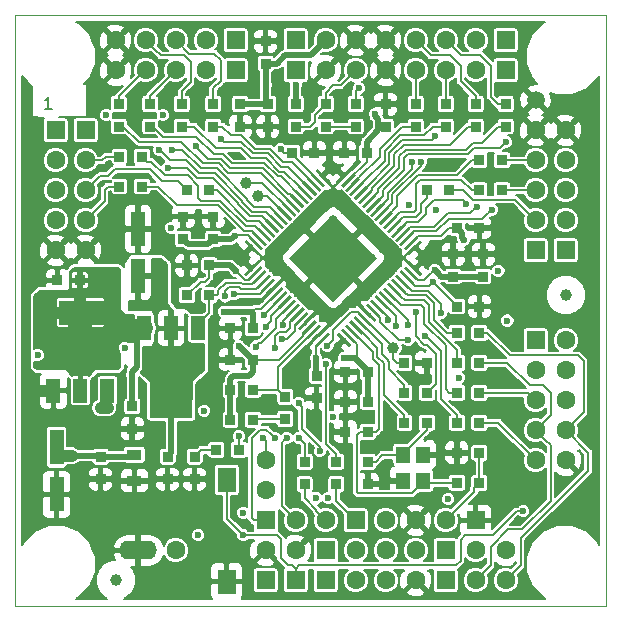
<source format=gtl>
%TF.GenerationSoftware,KiCad,Pcbnew,(5.0.2)-1*%
%TF.CreationDate,2019-03-11T21:45:58+00:00*%
%TF.ProjectId,uDSP-1.0,75445350-2d31-42e3-902e-6b696361645f,1.0*%
%TF.SameCoordinates,PX660b0c0PY81b3200*%
%TF.FileFunction,Copper,L1,Top*%
%TF.FilePolarity,Positive*%
%FSLAX46Y46*%
G04 Gerber Fmt 4.6, Leading zero omitted, Abs format (unit mm)*
G04 Created by KiCad (PCBNEW (5.0.2)-1) date 11/03/2019 21:45:58*
%MOMM*%
%LPD*%
G01*
G04 APERTURE LIST*
%ADD10C,0.100000*%
%ADD11C,0.200000*%
%ADD12R,0.900000X0.900000*%
%ADD13R,1.300000X0.900000*%
%ADD14R,1.200000X3.000000*%
%ADD15C,1.600000*%
%ADD16R,1.600000X1.600000*%
%ADD17R,1.200000X1.400000*%
%ADD18C,0.800000*%
%ADD19C,5.000000*%
%ADD20C,5.300000*%
%ADD21C,0.150000*%
%ADD22C,0.250000*%
%ADD23C,1.000000*%
%ADD24R,1.600000X2.100000*%
%ADD25R,1.200000X2.000000*%
%ADD26R,3.600000X2.000000*%
%ADD27C,1.500000*%
%ADD28O,3.200000X1.600000*%
%ADD29C,0.600000*%
%ADD30C,0.700000*%
%ADD31C,0.500000*%
%ADD32C,1.000000*%
%ADD33C,0.800000*%
%ADD34C,2.000000*%
%ADD35C,1.500000*%
%ADD36C,3.600000*%
G04 APERTURE END LIST*
D10*
X0Y50000000D02*
X0Y0D01*
X50000000Y50000000D02*
X0Y50000000D01*
X50000000Y0D02*
X50000000Y50000000D01*
X0Y0D02*
X50000000Y0D01*
D11*
X3060714Y42073620D02*
X2489285Y42073620D01*
X2775000Y42073620D02*
X2775000Y43073620D01*
X2679761Y42930762D01*
X2584523Y42835524D01*
X2489285Y42787905D01*
D12*
X18918000Y13191000D03*
X17018000Y13191000D03*
X15174000Y12614500D03*
X15174000Y10714500D03*
D13*
X10080000Y10565000D03*
X10080000Y12765000D03*
D12*
X9887000Y14969500D03*
X9887000Y16869500D03*
X7220000Y10715000D03*
X7220000Y12615000D03*
X5450000Y27540000D03*
X3550000Y27540000D03*
D14*
X3490000Y13413000D03*
X3490000Y9413000D03*
X10395000Y27891500D03*
X10395000Y31891500D03*
D15*
X33890000Y4680000D03*
X31350000Y4680000D03*
D16*
X26270000Y4680000D03*
D15*
X28810000Y4680000D03*
D12*
X24492000Y10275000D03*
X24492000Y12175000D03*
X27159000Y12175000D03*
X27159000Y10275000D03*
D15*
X46590000Y12300000D03*
X44050000Y12300000D03*
X46590000Y14840000D03*
X44050000Y14840000D03*
X46590000Y17380000D03*
X44050000Y17380000D03*
X46590000Y19920000D03*
X44050000Y19920000D03*
X46590000Y22460000D03*
D16*
X44050000Y22460000D03*
D17*
X34525000Y10565000D03*
X34525000Y12765000D03*
X32825000Y12765000D03*
X32825000Y10565000D03*
D12*
X37385000Y25320000D03*
X39285000Y25320000D03*
X12888000Y12617000D03*
X12888000Y10717000D03*
D18*
X30086981Y29438019D03*
X26905000Y26256038D03*
X23723019Y29438019D03*
X26905000Y32620000D03*
D19*
X26905000Y29438019D03*
D20*
X26905000Y29438019D03*
D21*
G36*
X26905000Y25690353D02*
X23157334Y29438019D01*
X26905000Y33185685D01*
X30652666Y29438019D01*
X26905000Y25690353D01*
X26905000Y25690353D01*
G37*
D22*
X19975354Y30357258D03*
D21*
G36*
X20417296Y29738540D02*
X19356636Y30799200D01*
X19533412Y30975976D01*
X20594072Y29915316D01*
X20417296Y29738540D01*
X20417296Y29738540D01*
G37*
D22*
X20328907Y30710811D03*
D21*
G36*
X20770849Y30092093D02*
X19710189Y31152753D01*
X19886965Y31329529D01*
X20947625Y30268869D01*
X20770849Y30092093D01*
X20770849Y30092093D01*
G37*
D22*
X20682460Y31064365D03*
D21*
G36*
X21124402Y30445647D02*
X20063742Y31506307D01*
X20240518Y31683083D01*
X21301178Y30622423D01*
X21124402Y30445647D01*
X21124402Y30445647D01*
G37*
D22*
X21036014Y31417918D03*
D21*
G36*
X21477956Y30799200D02*
X20417296Y31859860D01*
X20594072Y32036636D01*
X21654732Y30975976D01*
X21477956Y30799200D01*
X21477956Y30799200D01*
G37*
D22*
X21389567Y31771471D03*
D21*
G36*
X21831509Y31152753D02*
X20770849Y32213413D01*
X20947625Y32390189D01*
X22008285Y31329529D01*
X21831509Y31152753D01*
X21831509Y31152753D01*
G37*
D22*
X21743120Y32125025D03*
D21*
G36*
X22185062Y31506307D02*
X21124402Y32566967D01*
X21301178Y32743743D01*
X22361838Y31683083D01*
X22185062Y31506307D01*
X22185062Y31506307D01*
G37*
D22*
X22096674Y32478578D03*
D21*
G36*
X22538616Y31859860D02*
X21477956Y32920520D01*
X21654732Y33097296D01*
X22715392Y32036636D01*
X22538616Y31859860D01*
X22538616Y31859860D01*
G37*
D22*
X22450227Y32832132D03*
D21*
G36*
X22892169Y32213414D02*
X21831509Y33274074D01*
X22008285Y33450850D01*
X23068945Y32390190D01*
X22892169Y32213414D01*
X22892169Y32213414D01*
G37*
D22*
X22803781Y33185685D03*
D21*
G36*
X23245723Y32566967D02*
X22185063Y33627627D01*
X22361839Y33804403D01*
X23422499Y32743743D01*
X23245723Y32566967D01*
X23245723Y32566967D01*
G37*
D22*
X23157334Y33539238D03*
D21*
G36*
X23599276Y32920520D02*
X22538616Y33981180D01*
X22715392Y34157956D01*
X23776052Y33097296D01*
X23599276Y32920520D01*
X23599276Y32920520D01*
G37*
D22*
X23510887Y33892792D03*
D21*
G36*
X23952829Y33274074D02*
X22892169Y34334734D01*
X23068945Y34511510D01*
X24129605Y33450850D01*
X23952829Y33274074D01*
X23952829Y33274074D01*
G37*
D22*
X23864441Y34246345D03*
D21*
G36*
X24306383Y33627627D02*
X23245723Y34688287D01*
X23422499Y34865063D01*
X24483159Y33804403D01*
X24306383Y33627627D01*
X24306383Y33627627D01*
G37*
D22*
X24217994Y34599899D03*
D21*
G36*
X24659936Y33981181D02*
X23599276Y35041841D01*
X23776052Y35218617D01*
X24836712Y34157957D01*
X24659936Y33981181D01*
X24659936Y33981181D01*
G37*
D22*
X24571548Y34953452D03*
D21*
G36*
X25013490Y34334734D02*
X23952830Y35395394D01*
X24129606Y35572170D01*
X25190266Y34511510D01*
X25013490Y34334734D01*
X25013490Y34334734D01*
G37*
D22*
X24925101Y35307005D03*
D21*
G36*
X25367043Y34688287D02*
X24306383Y35748947D01*
X24483159Y35925723D01*
X25543819Y34865063D01*
X25367043Y34688287D01*
X25367043Y34688287D01*
G37*
D22*
X25278654Y35660559D03*
D21*
G36*
X25720596Y35041841D02*
X24659936Y36102501D01*
X24836712Y36279277D01*
X25897372Y35218617D01*
X25720596Y35041841D01*
X25720596Y35041841D01*
G37*
D22*
X25632208Y36014112D03*
D21*
G36*
X26074150Y35395394D02*
X25013490Y36456054D01*
X25190266Y36632830D01*
X26250926Y35572170D01*
X26074150Y35395394D01*
X26074150Y35395394D01*
G37*
D22*
X25985761Y36367665D03*
D21*
G36*
X26427703Y35748947D02*
X25367043Y36809607D01*
X25543819Y36986383D01*
X26604479Y35925723D01*
X26427703Y35748947D01*
X26427703Y35748947D01*
G37*
D22*
X27824239Y36367665D03*
D21*
G36*
X27382297Y35748947D02*
X27205521Y35925723D01*
X28266181Y36986383D01*
X28442957Y36809607D01*
X27382297Y35748947D01*
X27382297Y35748947D01*
G37*
D22*
X28177792Y36014112D03*
D21*
G36*
X27735850Y35395394D02*
X27559074Y35572170D01*
X28619734Y36632830D01*
X28796510Y36456054D01*
X27735850Y35395394D01*
X27735850Y35395394D01*
G37*
D22*
X28531346Y35660559D03*
D21*
G36*
X28089404Y35041841D02*
X27912628Y35218617D01*
X28973288Y36279277D01*
X29150064Y36102501D01*
X28089404Y35041841D01*
X28089404Y35041841D01*
G37*
D22*
X28884899Y35307005D03*
D21*
G36*
X28442957Y34688287D02*
X28266181Y34865063D01*
X29326841Y35925723D01*
X29503617Y35748947D01*
X28442957Y34688287D01*
X28442957Y34688287D01*
G37*
D22*
X29238452Y34953452D03*
D21*
G36*
X28796510Y34334734D02*
X28619734Y34511510D01*
X29680394Y35572170D01*
X29857170Y35395394D01*
X28796510Y34334734D01*
X28796510Y34334734D01*
G37*
D22*
X29592006Y34599899D03*
D21*
G36*
X29150064Y33981181D02*
X28973288Y34157957D01*
X30033948Y35218617D01*
X30210724Y35041841D01*
X29150064Y33981181D01*
X29150064Y33981181D01*
G37*
D22*
X29945559Y34246345D03*
D21*
G36*
X29503617Y33627627D02*
X29326841Y33804403D01*
X30387501Y34865063D01*
X30564277Y34688287D01*
X29503617Y33627627D01*
X29503617Y33627627D01*
G37*
D22*
X30299113Y33892792D03*
D21*
G36*
X29857171Y33274074D02*
X29680395Y33450850D01*
X30741055Y34511510D01*
X30917831Y34334734D01*
X29857171Y33274074D01*
X29857171Y33274074D01*
G37*
D22*
X30652666Y33539238D03*
D21*
G36*
X30210724Y32920520D02*
X30033948Y33097296D01*
X31094608Y34157956D01*
X31271384Y33981180D01*
X30210724Y32920520D01*
X30210724Y32920520D01*
G37*
D22*
X31006219Y33185685D03*
D21*
G36*
X30564277Y32566967D02*
X30387501Y32743743D01*
X31448161Y33804403D01*
X31624937Y33627627D01*
X30564277Y32566967D01*
X30564277Y32566967D01*
G37*
D22*
X31359773Y32832132D03*
D21*
G36*
X30917831Y32213414D02*
X30741055Y32390190D01*
X31801715Y33450850D01*
X31978491Y33274074D01*
X30917831Y32213414D01*
X30917831Y32213414D01*
G37*
D22*
X31713326Y32478578D03*
D21*
G36*
X31271384Y31859860D02*
X31094608Y32036636D01*
X32155268Y33097296D01*
X32332044Y32920520D01*
X31271384Y31859860D01*
X31271384Y31859860D01*
G37*
D22*
X32066880Y32125025D03*
D21*
G36*
X31624938Y31506307D02*
X31448162Y31683083D01*
X32508822Y32743743D01*
X32685598Y32566967D01*
X31624938Y31506307D01*
X31624938Y31506307D01*
G37*
D22*
X32420433Y31771471D03*
D21*
G36*
X31978491Y31152753D02*
X31801715Y31329529D01*
X32862375Y32390189D01*
X33039151Y32213413D01*
X31978491Y31152753D01*
X31978491Y31152753D01*
G37*
D22*
X32773986Y31417918D03*
D21*
G36*
X32332044Y30799200D02*
X32155268Y30975976D01*
X33215928Y32036636D01*
X33392704Y31859860D01*
X32332044Y30799200D01*
X32332044Y30799200D01*
G37*
D22*
X33127540Y31064365D03*
D21*
G36*
X32685598Y30445647D02*
X32508822Y30622423D01*
X33569482Y31683083D01*
X33746258Y31506307D01*
X32685598Y30445647D01*
X32685598Y30445647D01*
G37*
D22*
X33481093Y30710811D03*
D21*
G36*
X33039151Y30092093D02*
X32862375Y30268869D01*
X33923035Y31329529D01*
X34099811Y31152753D01*
X33039151Y30092093D01*
X33039151Y30092093D01*
G37*
D22*
X33834646Y30357258D03*
D21*
G36*
X33392704Y29738540D02*
X33215928Y29915316D01*
X34276588Y30975976D01*
X34453364Y30799200D01*
X33392704Y29738540D01*
X33392704Y29738540D01*
G37*
D22*
X33834646Y28518780D03*
D21*
G36*
X34276588Y27900062D02*
X33215928Y28960722D01*
X33392704Y29137498D01*
X34453364Y28076838D01*
X34276588Y27900062D01*
X34276588Y27900062D01*
G37*
D22*
X33481093Y28165227D03*
D21*
G36*
X33923035Y27546509D02*
X32862375Y28607169D01*
X33039151Y28783945D01*
X34099811Y27723285D01*
X33923035Y27546509D01*
X33923035Y27546509D01*
G37*
D22*
X33127540Y27811673D03*
D21*
G36*
X33569482Y27192955D02*
X32508822Y28253615D01*
X32685598Y28430391D01*
X33746258Y27369731D01*
X33569482Y27192955D01*
X33569482Y27192955D01*
G37*
D22*
X32773986Y27458120D03*
D21*
G36*
X33215928Y26839402D02*
X32155268Y27900062D01*
X32332044Y28076838D01*
X33392704Y27016178D01*
X33215928Y26839402D01*
X33215928Y26839402D01*
G37*
D22*
X32420433Y27104567D03*
D21*
G36*
X32862375Y26485849D02*
X31801715Y27546509D01*
X31978491Y27723285D01*
X33039151Y26662625D01*
X32862375Y26485849D01*
X32862375Y26485849D01*
G37*
D22*
X32066880Y26751013D03*
D21*
G36*
X32508822Y26132295D02*
X31448162Y27192955D01*
X31624938Y27369731D01*
X32685598Y26309071D01*
X32508822Y26132295D01*
X32508822Y26132295D01*
G37*
D22*
X31713326Y26397460D03*
D21*
G36*
X32155268Y25778742D02*
X31094608Y26839402D01*
X31271384Y27016178D01*
X32332044Y25955518D01*
X32155268Y25778742D01*
X32155268Y25778742D01*
G37*
D22*
X31359773Y26043906D03*
D21*
G36*
X31801715Y25425188D02*
X30741055Y26485848D01*
X30917831Y26662624D01*
X31978491Y25601964D01*
X31801715Y25425188D01*
X31801715Y25425188D01*
G37*
D22*
X31006219Y25690353D03*
D21*
G36*
X31448161Y25071635D02*
X30387501Y26132295D01*
X30564277Y26309071D01*
X31624937Y25248411D01*
X31448161Y25071635D01*
X31448161Y25071635D01*
G37*
D22*
X30652666Y25336800D03*
D21*
G36*
X31094608Y24718082D02*
X30033948Y25778742D01*
X30210724Y25955518D01*
X31271384Y24894858D01*
X31094608Y24718082D01*
X31094608Y24718082D01*
G37*
D22*
X30299113Y24983246D03*
D21*
G36*
X30741055Y24364528D02*
X29680395Y25425188D01*
X29857171Y25601964D01*
X30917831Y24541304D01*
X30741055Y24364528D01*
X30741055Y24364528D01*
G37*
D22*
X29945559Y24629693D03*
D21*
G36*
X30387501Y24010975D02*
X29326841Y25071635D01*
X29503617Y25248411D01*
X30564277Y24187751D01*
X30387501Y24010975D01*
X30387501Y24010975D01*
G37*
D22*
X29592006Y24276139D03*
D21*
G36*
X30033948Y23657421D02*
X28973288Y24718081D01*
X29150064Y24894857D01*
X30210724Y23834197D01*
X30033948Y23657421D01*
X30033948Y23657421D01*
G37*
D22*
X29238452Y23922586D03*
D21*
G36*
X29680394Y23303868D02*
X28619734Y24364528D01*
X28796510Y24541304D01*
X29857170Y23480644D01*
X29680394Y23303868D01*
X29680394Y23303868D01*
G37*
D22*
X28884899Y23569033D03*
D21*
G36*
X29326841Y22950315D02*
X28266181Y24010975D01*
X28442957Y24187751D01*
X29503617Y23127091D01*
X29326841Y22950315D01*
X29326841Y22950315D01*
G37*
D22*
X28531346Y23215479D03*
D21*
G36*
X28973288Y22596761D02*
X27912628Y23657421D01*
X28089404Y23834197D01*
X29150064Y22773537D01*
X28973288Y22596761D01*
X28973288Y22596761D01*
G37*
D22*
X28177792Y22861926D03*
D21*
G36*
X28619734Y22243208D02*
X27559074Y23303868D01*
X27735850Y23480644D01*
X28796510Y22419984D01*
X28619734Y22243208D01*
X28619734Y22243208D01*
G37*
D22*
X27824239Y22508373D03*
D21*
G36*
X28266181Y21889655D02*
X27205521Y22950315D01*
X27382297Y23127091D01*
X28442957Y22066431D01*
X28266181Y21889655D01*
X28266181Y21889655D01*
G37*
D22*
X25985761Y22508373D03*
D21*
G36*
X25543819Y21889655D02*
X25367043Y22066431D01*
X26427703Y23127091D01*
X26604479Y22950315D01*
X25543819Y21889655D01*
X25543819Y21889655D01*
G37*
D22*
X25632208Y22861926D03*
D21*
G36*
X25190266Y22243208D02*
X25013490Y22419984D01*
X26074150Y23480644D01*
X26250926Y23303868D01*
X25190266Y22243208D01*
X25190266Y22243208D01*
G37*
D22*
X25278654Y23215479D03*
D21*
G36*
X24836712Y22596761D02*
X24659936Y22773537D01*
X25720596Y23834197D01*
X25897372Y23657421D01*
X24836712Y22596761D01*
X24836712Y22596761D01*
G37*
D22*
X24925101Y23569033D03*
D21*
G36*
X24483159Y22950315D02*
X24306383Y23127091D01*
X25367043Y24187751D01*
X25543819Y24010975D01*
X24483159Y22950315D01*
X24483159Y22950315D01*
G37*
D22*
X24571548Y23922586D03*
D21*
G36*
X24129606Y23303868D02*
X23952830Y23480644D01*
X25013490Y24541304D01*
X25190266Y24364528D01*
X24129606Y23303868D01*
X24129606Y23303868D01*
G37*
D22*
X24217994Y24276139D03*
D21*
G36*
X23776052Y23657421D02*
X23599276Y23834197D01*
X24659936Y24894857D01*
X24836712Y24718081D01*
X23776052Y23657421D01*
X23776052Y23657421D01*
G37*
D22*
X23864441Y24629693D03*
D21*
G36*
X23422499Y24010975D02*
X23245723Y24187751D01*
X24306383Y25248411D01*
X24483159Y25071635D01*
X23422499Y24010975D01*
X23422499Y24010975D01*
G37*
D22*
X23510887Y24983246D03*
D21*
G36*
X23068945Y24364528D02*
X22892169Y24541304D01*
X23952829Y25601964D01*
X24129605Y25425188D01*
X23068945Y24364528D01*
X23068945Y24364528D01*
G37*
D22*
X23157334Y25336800D03*
D21*
G36*
X22715392Y24718082D02*
X22538616Y24894858D01*
X23599276Y25955518D01*
X23776052Y25778742D01*
X22715392Y24718082D01*
X22715392Y24718082D01*
G37*
D22*
X22803781Y25690353D03*
D21*
G36*
X22361839Y25071635D02*
X22185063Y25248411D01*
X23245723Y26309071D01*
X23422499Y26132295D01*
X22361839Y25071635D01*
X22361839Y25071635D01*
G37*
D22*
X22450227Y26043906D03*
D21*
G36*
X22008285Y25425188D02*
X21831509Y25601964D01*
X22892169Y26662624D01*
X23068945Y26485848D01*
X22008285Y25425188D01*
X22008285Y25425188D01*
G37*
D22*
X22096674Y26397460D03*
D21*
G36*
X21654732Y25778742D02*
X21477956Y25955518D01*
X22538616Y27016178D01*
X22715392Y26839402D01*
X21654732Y25778742D01*
X21654732Y25778742D01*
G37*
D22*
X21743120Y26751013D03*
D21*
G36*
X21301178Y26132295D02*
X21124402Y26309071D01*
X22185062Y27369731D01*
X22361838Y27192955D01*
X21301178Y26132295D01*
X21301178Y26132295D01*
G37*
D22*
X21389567Y27104567D03*
D21*
G36*
X20947625Y26485849D02*
X20770849Y26662625D01*
X21831509Y27723285D01*
X22008285Y27546509D01*
X20947625Y26485849D01*
X20947625Y26485849D01*
G37*
D22*
X21036014Y27458120D03*
D21*
G36*
X20594072Y26839402D02*
X20417296Y27016178D01*
X21477956Y28076838D01*
X21654732Y27900062D01*
X20594072Y26839402D01*
X20594072Y26839402D01*
G37*
D22*
X20682460Y27811673D03*
D21*
G36*
X20240518Y27192955D02*
X20063742Y27369731D01*
X21124402Y28430391D01*
X21301178Y28253615D01*
X20240518Y27192955D01*
X20240518Y27192955D01*
G37*
D22*
X20328907Y28165227D03*
D21*
G36*
X19886965Y27546509D02*
X19710189Y27723285D01*
X20770849Y28783945D01*
X20947625Y28607169D01*
X19886965Y27546509D01*
X19886965Y27546509D01*
G37*
D22*
X19975354Y28518780D03*
D21*
G36*
X19533412Y27900062D02*
X19356636Y28076838D01*
X20417296Y29137498D01*
X20594072Y28960722D01*
X19533412Y27900062D01*
X19533412Y27900062D01*
G37*
D12*
X32940001Y18015000D03*
X34839999Y18015000D03*
X21190000Y47794000D03*
X21190000Y45894000D03*
X19031000Y40560000D03*
X19031000Y42460000D03*
X26270000Y42460000D03*
X26270000Y40560000D03*
X21380500Y42460000D03*
X21380500Y40560000D03*
X23730000Y40560000D03*
X23730000Y42460000D03*
X28810000Y42460000D03*
X28810000Y40560000D03*
D15*
X41510000Y4680000D03*
D16*
X36430000Y4680000D03*
D15*
X38970000Y4680000D03*
D12*
X29840000Y12175000D03*
X29840000Y10275000D03*
D15*
X46590000Y32620000D03*
D16*
X46590000Y30080000D03*
D15*
X46590000Y35160000D03*
X46590000Y37700000D03*
X46590000Y40240000D03*
D12*
X14078000Y40560000D03*
X14078000Y42460000D03*
X36745000Y35160000D03*
X34845000Y35160000D03*
X41190000Y35160000D03*
X39290000Y35160000D03*
X41190000Y37700000D03*
X39290000Y37700000D03*
X16745000Y42460000D03*
X16745000Y40560000D03*
X38970000Y42460000D03*
X38970000Y40560000D03*
X36430000Y42460000D03*
X36430000Y40560000D03*
X33890000Y42460000D03*
X33890000Y40560000D03*
X41510000Y42460000D03*
X41510000Y40560000D03*
X10710000Y38019500D03*
X8810000Y38019500D03*
X16425000Y35160000D03*
X14525000Y35160000D03*
X10710000Y35479500D03*
X8810000Y35479500D03*
X8744000Y40560000D03*
X8744000Y42460000D03*
X11411000Y40560000D03*
X11411000Y42460000D03*
X16425000Y26270000D03*
X14525000Y26270000D03*
D23*
X31985000Y21825000D03*
D24*
X17888000Y2031000D03*
X17888000Y10631000D03*
D12*
X34840000Y20555000D03*
X32940000Y20555000D03*
X39285000Y12935000D03*
X37385000Y12935000D03*
X39285000Y10395000D03*
X37385000Y10395000D03*
X34840000Y15475000D03*
X32940000Y15475000D03*
X27940000Y14715000D03*
X29840000Y14715000D03*
X37385000Y23095000D03*
X39285000Y23095000D03*
X37385000Y15475000D03*
X39285000Y15475000D03*
X37385000Y20555000D03*
X39285000Y20555000D03*
X37385000Y18015000D03*
X39285000Y18015000D03*
D25*
X15475000Y23476000D03*
X10903000Y23476000D03*
X13189000Y23476000D03*
D26*
X13189000Y16872000D03*
D15*
X21190000Y9760000D03*
D16*
X21190000Y7220000D03*
D15*
X21190000Y12300000D03*
X38970000Y2140000D03*
D16*
X36430000Y2140000D03*
D15*
X41510000Y2140000D03*
X26270000Y7220000D03*
D16*
X28810000Y7220000D03*
D15*
X23730000Y7220000D03*
X28810000Y2140000D03*
D16*
X26270000Y2140000D03*
D15*
X31350000Y2140000D03*
X33890000Y2140000D03*
X16110000Y47860000D03*
D16*
X18650000Y47860000D03*
D15*
X13570000Y47860000D03*
X11030000Y47860000D03*
X8490000Y47860000D03*
X16110000Y45320000D03*
D16*
X18650000Y45320000D03*
D15*
X13570000Y45320000D03*
X11030000Y45320000D03*
X8490000Y45320000D03*
X3410000Y37700000D03*
D16*
X3410000Y40240000D03*
D15*
X3410000Y35160000D03*
X3410000Y32620000D03*
X3410000Y30080000D03*
X5950000Y37700000D03*
D16*
X5950000Y40240000D03*
D15*
X5950000Y35160000D03*
X5950000Y32620000D03*
X5950000Y30080000D03*
X38970000Y45320000D03*
D16*
X41510000Y45320000D03*
D15*
X36430000Y45320000D03*
X33890000Y45320000D03*
X31350000Y45320000D03*
X38970000Y47860000D03*
D16*
X41510000Y47860000D03*
D15*
X36430000Y47860000D03*
X33890000Y47860000D03*
X31350000Y47860000D03*
X44050000Y32620000D03*
D16*
X44050000Y30080000D03*
D15*
X44050000Y35160000D03*
X44050000Y37700000D03*
X44050000Y40240000D03*
X26270000Y45320000D03*
D16*
X23730000Y45320000D03*
D15*
X28810000Y45320000D03*
X26270000Y47860000D03*
D16*
X23730000Y47860000D03*
D15*
X28810000Y47860000D03*
X36430000Y7220000D03*
D16*
X38970000Y7220000D03*
D15*
X33890000Y7220000D03*
X31350000Y7220000D03*
D16*
X21190000Y2140000D03*
D15*
X21190000Y4680000D03*
D16*
X23730000Y2140000D03*
D15*
X23730000Y4680000D03*
D27*
X44050000Y42780000D03*
D12*
X22841000Y17695000D03*
X22841000Y15795000D03*
X20108000Y18269000D03*
X18208000Y18269000D03*
X20108000Y15729000D03*
X18208000Y15729000D03*
X18208001Y23476000D03*
X20107999Y23476000D03*
X18208000Y20809000D03*
X20108000Y20809000D03*
X39285000Y31985000D03*
X37385000Y31985000D03*
X25508000Y17573000D03*
X25508000Y19473000D03*
X25315000Y38335000D03*
X23415000Y38335000D03*
X31350000Y42460000D03*
X31350000Y40560000D03*
X27860000Y38335000D03*
X29760000Y38335000D03*
X37065000Y29760000D03*
X37065000Y27860000D03*
X39605000Y29760000D03*
X39605000Y27860000D03*
X27940000Y19795000D03*
X29840000Y19795000D03*
X27940000Y17255000D03*
X29840000Y17255000D03*
X14205000Y32935000D03*
X14205000Y31035000D03*
X16745000Y32935000D03*
X16745000Y31035000D03*
D23*
X19539000Y35795000D03*
X20555000Y34652000D03*
D12*
X14525000Y28810000D03*
X16425000Y28810000D03*
D28*
X10395000Y4680000D03*
D15*
X13570000Y4680000D03*
D25*
X3214000Y18198000D03*
X7786000Y18198000D03*
X5500000Y18198000D03*
D26*
X5500000Y24802000D03*
D23*
X46590000Y26270000D03*
X8490000Y2140000D03*
D29*
X31350000Y43605500D03*
X41662400Y19259600D03*
X34702800Y19310400D03*
X31350000Y11665000D03*
X35621000Y37575000D03*
X23175000Y11793964D03*
X1585000Y18525000D03*
X35113000Y29574000D03*
X27366000Y22081000D03*
X26604000Y38337000D03*
X8570000Y10587500D03*
X3490000Y7031500D03*
X1077000Y8873000D03*
X1077000Y7031500D03*
X5839500Y10460500D03*
X1013500Y13826000D03*
X7617500Y4682000D03*
X10411500Y6587000D03*
X11919000Y2775000D03*
X39351000Y24111000D03*
X38208000Y29826000D03*
X41129000Y31350000D03*
X20047000Y47733000D03*
X22333000Y47733000D03*
X49130000Y42780000D03*
X49130000Y37700000D03*
X49130000Y32620000D03*
X49130000Y26270000D03*
X49130000Y21190000D03*
X49130000Y16110000D03*
X49130000Y11030000D03*
X49130000Y5950000D03*
X5950000Y870000D03*
X14840000Y870000D03*
X27540000Y870000D03*
X37700000Y870000D03*
X44050000Y870000D03*
X22460000Y870000D03*
X870000Y44050000D03*
X5950000Y49130000D03*
X870000Y37700000D03*
X870000Y22206000D03*
X16872000Y23984000D03*
X16849662Y22990338D03*
X14967000Y13697000D03*
X14967000Y14459000D03*
X20301000Y25762000D03*
X27921000Y18523000D03*
X27921000Y15983000D03*
X25381000Y16364000D03*
X9887000Y13887500D03*
X11665000Y10649000D03*
X14014500Y10712500D03*
X3918000Y16046500D03*
X1568500Y16237000D03*
X6267500Y13570000D03*
X17316500Y19348500D03*
X10776000Y18078500D03*
X9252000Y21825000D03*
X2013000Y27540000D03*
X2013000Y28429000D03*
X41637000Y12935000D03*
X41637000Y11538000D03*
X32493000Y8744000D03*
X17062500Y27476500D03*
X18701978Y38069478D03*
X19365000Y29447000D03*
X14602500Y27478500D03*
X13205500Y32939500D03*
X9014500Y31923500D03*
X11681500Y31923500D03*
X13269000Y29701000D03*
X26921500Y34971500D03*
X17396500Y29955000D03*
X36319500Y12937000D03*
X19555500Y2904000D03*
X19365000Y9889000D03*
X9014500Y18969500D03*
X22413000Y40559500D03*
X24699000Y41512000D03*
X20254000Y39607000D03*
X30350500Y43607500D03*
X7808000Y16747000D03*
X4760000Y12683010D03*
X7220000Y16745000D03*
X1886000Y21190000D03*
X2902000Y26397000D03*
X19285000Y7855000D03*
X40900400Y28352800D03*
X41662400Y24136400D03*
X37576032Y19285000D03*
X37954000Y30969000D03*
X22447338Y38633384D03*
X35621000Y33511000D03*
X33334991Y33892008D03*
X36637000Y9000000D03*
X18920500Y14334000D03*
X15475000Y5950000D03*
X4680000Y26397000D03*
X7347000Y26397000D03*
X5569000Y26397000D03*
X6458000Y26397000D03*
X3791000Y26397000D03*
X6966000Y27413000D03*
X6966000Y28302000D03*
X9887000Y19539000D03*
X15983000Y16491000D03*
X25461000Y20938000D03*
X26905000Y15983000D03*
X18650004Y28359190D03*
X7681000Y41512000D03*
X13205500Y31987000D03*
X4696500Y23097000D03*
X4696500Y22335000D03*
X7554000Y23097000D03*
X7554000Y22335000D03*
X7808000Y24049500D03*
X7808000Y25510000D03*
X8570000Y24240000D03*
X11999000Y29066000D03*
X14586000Y20936000D03*
X30461000Y41602010D03*
X18579951Y31333505D03*
X12507000Y28558000D03*
X11999000Y28050000D03*
X35493992Y28431000D03*
X12046000Y20936000D03*
X13316000Y20936000D03*
X12681000Y20428000D03*
X13951000Y20428000D03*
D30*
X13316000Y19920000D03*
D29*
X27794004Y20936000D03*
X21053493Y24568630D03*
X21183013Y23589526D03*
X20351978Y21930934D03*
X22652799Y23787011D03*
X26270000Y20428000D03*
X21952000Y21825000D03*
X23983996Y14205000D03*
X22586988Y22587000D03*
X29064000Y43796000D03*
X17742913Y26176382D03*
X26477000Y9127000D03*
X33255000Y23730000D03*
X33890000Y24873000D03*
X18523973Y26349484D03*
X12189500Y38591000D03*
X13269000Y38591004D03*
X12888000Y37067000D03*
X15268742Y38905014D03*
X17380000Y39541500D03*
X40319996Y33511000D03*
X39049990Y33765000D03*
X38161000Y34019000D03*
X41510000Y39224000D03*
X35541000Y39732000D03*
X19285000Y5950000D03*
X42987000Y7984000D03*
X21190000Y44050000D03*
X23730000Y44049980D03*
X12490500Y41510000D03*
X25762000Y13062000D03*
X23984000Y17126000D03*
X22968000Y14205000D03*
X20936000Y14205000D03*
X21952000Y14205000D03*
X34374135Y37600396D03*
X33550987Y37575000D03*
X32188236Y23699976D03*
X31583029Y24223180D03*
X33255000Y22460000D03*
X26422400Y22002800D03*
X17634000Y24873010D03*
X18904000Y21952006D03*
X34718195Y22863349D03*
X36049000Y24746000D03*
X35367000Y27415000D03*
X25461000Y9127000D03*
D11*
X25985761Y36367665D02*
X26847264Y35506162D01*
X26997162Y35506162D02*
X26847264Y35506162D01*
X27222500Y35731500D02*
X26997162Y35506162D01*
X27824239Y36367665D02*
X27222500Y35765926D01*
X27222500Y35765926D02*
X27222500Y35731500D01*
D31*
X26905000Y29438019D02*
X24405001Y26938020D01*
X26905000Y29438019D02*
X29404999Y31938018D01*
X26905000Y29438019D02*
X24405001Y31938018D01*
X26905000Y29438019D02*
X29404999Y26938020D01*
D32*
X3214000Y18198000D02*
X1912000Y18198000D01*
X1912000Y18198000D02*
X1585000Y18525000D01*
D11*
X26847264Y35506162D02*
X26921500Y35431926D01*
X26921500Y35395764D02*
X26921500Y34971500D01*
X26921500Y35431926D02*
X26921500Y35395764D01*
D32*
X3490000Y12615000D02*
X3490000Y13413000D01*
D33*
X7786000Y18198000D02*
X7786000Y16769000D01*
X7786000Y16769000D02*
X7808000Y16747000D01*
D32*
X4335736Y12683010D02*
X4760000Y12683010D01*
X3490000Y13413000D02*
X3490000Y12683010D01*
X3490000Y12683010D02*
X4335736Y12683010D01*
D31*
X7151990Y12683010D02*
X7220000Y12615000D01*
X4760000Y12683010D02*
X7151990Y12683010D01*
X9930000Y12615000D02*
X10080000Y12765000D01*
X7220000Y12615000D02*
X9930000Y12615000D01*
D32*
X7808000Y16747000D02*
X7222000Y16747000D01*
X7222000Y16747000D02*
X7220000Y16745000D01*
D11*
X8810000Y35479500D02*
X7808000Y35479500D01*
X7808000Y35479500D02*
X7554000Y35225500D01*
X7554000Y34224000D02*
X5950000Y32620000D01*
X7554000Y35225500D02*
X7554000Y34224000D01*
X10954000Y45320000D02*
X11030000Y45320000D01*
X8744000Y42460000D02*
X8744000Y43110000D01*
X8744000Y43110000D02*
X10954000Y45320000D01*
X11829999Y47060001D02*
X11030000Y47860000D01*
X14078000Y43542000D02*
X14840000Y44304000D01*
X14078000Y42460000D02*
X14078000Y43542000D01*
X14840000Y44304000D02*
X14840000Y46024300D01*
X14840000Y46024300D02*
X14272300Y46592000D01*
X14272300Y46592000D02*
X12298000Y46592000D01*
X12298000Y46592000D02*
X11829999Y47060001D01*
X7361500Y37700000D02*
X5950000Y37700000D01*
X8810000Y38019500D02*
X7681000Y38019500D01*
X7681000Y38019500D02*
X7361500Y37700000D01*
X25470001Y8019999D02*
X26270000Y7220000D01*
X25470001Y8101999D02*
X25470001Y8019999D01*
X24492000Y10275000D02*
X24492000Y9080000D01*
X24492000Y9080000D02*
X25470001Y8101999D01*
D31*
X6100000Y25402000D02*
X5500000Y24802000D01*
D11*
X23415000Y38231320D02*
X25632208Y36014112D01*
X23415000Y38335000D02*
X23415000Y38231320D01*
D31*
X37827000Y31096000D02*
X37954000Y30969000D01*
X37385000Y31985000D02*
X37827000Y31543000D01*
X37827000Y31543000D02*
X37827000Y31096000D01*
D11*
X22745722Y38335000D02*
X22447338Y38633384D01*
X23415000Y38335000D02*
X22745722Y38335000D01*
X37385000Y31985000D02*
X36735000Y31985000D01*
X34062226Y31291944D02*
X33481093Y30710811D01*
X36735000Y31985000D02*
X36041944Y31291944D01*
X36041944Y31291944D02*
X34062226Y31291944D01*
X18918000Y13191000D02*
X18918000Y14331500D01*
X18918000Y14331500D02*
X18920500Y14334000D01*
X25461000Y21983612D02*
X25985761Y22508373D01*
X25461000Y20938000D02*
X25461000Y21983612D01*
D31*
X25461000Y19520000D02*
X25508000Y19473000D01*
X25461000Y20938000D02*
X25461000Y19520000D01*
X9887000Y19539000D02*
X9887000Y16869500D01*
X10903000Y23349000D02*
X10903000Y23476000D01*
X10268000Y22714000D02*
X10903000Y23349000D01*
X10268000Y20174000D02*
X10268000Y22714000D01*
X9887000Y19539000D02*
X9887000Y19793000D01*
X9887000Y19793000D02*
X10268000Y20174000D01*
D11*
X18950003Y28059191D02*
X18650004Y28359190D01*
X19763732Y27600052D02*
X19409142Y27600052D01*
X19409142Y27600052D02*
X18950003Y28059191D01*
X20328907Y28165227D02*
X19763732Y27600052D01*
D31*
X18350005Y28659189D02*
X18650004Y28359190D01*
X18199194Y28810000D02*
X18350005Y28659189D01*
X16425000Y28810000D02*
X18199194Y28810000D01*
D11*
X16425000Y28160000D02*
X16425000Y28810000D01*
X16425000Y27777000D02*
X16425000Y28160000D01*
X16063000Y27415000D02*
X16425000Y27777000D01*
X15682000Y27415000D02*
X16063000Y27415000D01*
X14525000Y26270000D02*
X14537000Y26270000D01*
X14537000Y26270000D02*
X15682000Y27415000D01*
D34*
X7808000Y24811500D02*
X5509500Y24811500D01*
D32*
X5500000Y23138500D02*
X4696500Y22335000D01*
D34*
X5500000Y24802000D02*
X5500000Y23138500D01*
D32*
X5500000Y24802000D02*
X2864500Y24802000D01*
X2864500Y24802000D02*
X2664500Y24602000D01*
X2664500Y24602000D02*
X2664500Y22906500D01*
X4125000Y22906500D02*
X4696500Y22335000D01*
X2664500Y22906500D02*
X4125000Y22906500D01*
X5500000Y26328000D02*
X5500000Y24802000D01*
X5569000Y26397000D02*
X5500000Y26328000D01*
D35*
X10903000Y23476000D02*
X9760000Y23476000D01*
D11*
X29760000Y37596320D02*
X29760000Y38335000D01*
X28177792Y36014112D02*
X29760000Y37596320D01*
D31*
X39605000Y27860000D02*
X37065000Y27860000D01*
X18281446Y31035000D02*
X18579951Y31333505D01*
X16745000Y31035000D02*
X18281446Y31035000D01*
D11*
X18596446Y31350000D02*
X18579951Y31333505D01*
X20328907Y30710811D02*
X19689718Y31350000D01*
X19689718Y31350000D02*
X18596446Y31350000D01*
D31*
X36064992Y27860000D02*
X35793991Y28131001D01*
D11*
X34627179Y27564187D02*
X35193993Y28131001D01*
X35193993Y28131001D02*
X35493992Y28431000D01*
X34082133Y27564187D02*
X34627179Y27564187D01*
X33481093Y28165227D02*
X34082133Y27564187D01*
D31*
X35793991Y28131001D02*
X35493992Y28431000D01*
X37065000Y27860000D02*
X36064992Y27860000D01*
X29840000Y19795000D02*
X29840000Y17255000D01*
X29840000Y19861000D02*
X29840000Y19795000D01*
X28763000Y20938000D02*
X29840000Y19861000D01*
D11*
X28890000Y21065000D02*
X28763000Y20938000D01*
X28177792Y22861926D02*
X28890000Y22149718D01*
X28890000Y22149718D02*
X28890000Y21065000D01*
D31*
X30731000Y40560000D02*
X31350000Y40560000D01*
X30731000Y40256000D02*
X30731000Y40560000D01*
X29760000Y39285000D02*
X30731000Y40256000D01*
X29760000Y38335000D02*
X29760000Y39285000D01*
X30731000Y41179000D02*
X30731000Y40560000D01*
X30461000Y41602010D02*
X30461000Y41449000D01*
X30461000Y41449000D02*
X30731000Y41179000D01*
X16300000Y30590000D02*
X16745000Y31035000D01*
X14205000Y31035000D02*
X14650000Y30590000D01*
X14650000Y30590000D02*
X16300000Y30590000D01*
D34*
X13189000Y20809000D02*
X13316000Y19920000D01*
D36*
X13189000Y17761000D02*
X13189000Y19031000D01*
D34*
X13316000Y19920000D02*
X13316000Y20936000D01*
D31*
X28763000Y20938000D02*
X28761000Y20936000D01*
X28218268Y20936000D02*
X27794004Y20936000D01*
X28761000Y20936000D02*
X28218268Y20936000D01*
X13189000Y12918000D02*
X13189000Y16872000D01*
X12888000Y12617000D02*
X13189000Y12918000D01*
D11*
X21053493Y24647172D02*
X21053493Y24568630D01*
X22450227Y26043906D02*
X21053493Y24647172D01*
X22803781Y25690353D02*
X21652789Y24539361D01*
X21652789Y24539361D02*
X21652789Y24059302D01*
X21652789Y24059302D02*
X21483012Y23889525D01*
X21483012Y23889525D02*
X21183013Y23589526D01*
X22052798Y23506502D02*
X20777229Y22230933D01*
X20651977Y22230933D02*
X20351978Y21930934D01*
X22052798Y24232264D02*
X22052798Y23506502D01*
X20777229Y22230933D02*
X20651977Y22230933D01*
X23157334Y25336800D02*
X22052798Y24232264D01*
X22652799Y24125158D02*
X22652799Y23787011D01*
X23510887Y24983246D02*
X22652799Y24125158D01*
X26270000Y20428000D02*
X26270000Y13921000D01*
X26270000Y13714000D02*
X26270000Y13921000D01*
X27159000Y12175000D02*
X27159000Y12825000D01*
X27159000Y12825000D02*
X26270000Y13714000D01*
X22298998Y23187002D02*
X21952000Y22840004D01*
X21952000Y22840004D02*
X21952000Y22249264D01*
X23864441Y24629693D02*
X23252809Y24018061D01*
X21952000Y22249264D02*
X21952000Y21825000D01*
X23252809Y23506809D02*
X22933002Y23187002D01*
X22933002Y23187002D02*
X22298998Y23187002D01*
X23252809Y24018061D02*
X23252809Y23506809D01*
X24283995Y13905001D02*
X23983996Y14205000D01*
X24492000Y12175000D02*
X24492000Y13696996D01*
X24492000Y13696996D02*
X24283995Y13905001D01*
X23011252Y22587000D02*
X22586988Y22587000D01*
X24217994Y24276139D02*
X23652820Y23710965D01*
X23652820Y23710965D02*
X23652820Y23228568D01*
X23652820Y23228568D02*
X23011252Y22587000D01*
X28810000Y42460000D02*
X28810000Y43542000D01*
X28810000Y43542000D02*
X29064000Y43796000D01*
X21036014Y27458120D02*
X20377924Y26800030D01*
X18091756Y26949489D02*
X17742913Y26600646D01*
X17742913Y26600646D02*
X17742913Y26176382D01*
X18928305Y26949489D02*
X18091756Y26949489D01*
X19077764Y26800030D02*
X18928305Y26949489D01*
X20377924Y26800030D02*
X19077764Y26800030D01*
X43415000Y18015000D02*
X44050000Y17380000D01*
X39285000Y18015000D02*
X43415000Y18015000D01*
X44685000Y18650000D02*
X45320000Y18015000D01*
X45320000Y16110000D02*
X44050000Y14840000D01*
X45320000Y18015000D02*
X45320000Y16110000D01*
X41637000Y20555000D02*
X43542000Y18650000D01*
X39285000Y20555000D02*
X41637000Y20555000D01*
X43542000Y18650000D02*
X44685000Y18650000D01*
X40240000Y5003000D02*
X41697000Y6460000D01*
X40240000Y3410000D02*
X40240000Y5003000D01*
X42908004Y6460000D02*
X45320000Y8871996D01*
X38970000Y2140000D02*
X40240000Y3410000D01*
X41697000Y6460000D02*
X42908004Y6460000D01*
X44849999Y14040001D02*
X44050000Y14840000D01*
X45320000Y8871996D02*
X45320000Y13570000D01*
X45320000Y13570000D02*
X44849999Y14040001D01*
X47389999Y15639999D02*
X46590000Y14840000D01*
X39935000Y23095000D02*
X41840000Y21190000D01*
X41840000Y21190000D02*
X47606000Y21190000D01*
X39285000Y23095000D02*
X39935000Y23095000D01*
X47606000Y21190000D02*
X48114000Y20682000D01*
X48114000Y20682000D02*
X48114000Y16364000D01*
X48114000Y16364000D02*
X47389999Y15639999D01*
X41510000Y2140000D02*
X42780000Y3410000D01*
X48495000Y12935000D02*
X46590000Y14840000D01*
X42780000Y3410000D02*
X42780000Y5696000D01*
X42780000Y5696000D02*
X48495000Y11411000D01*
X48495000Y11411000D02*
X48495000Y12935000D01*
X40875000Y15475000D02*
X44050000Y12300000D01*
X39285000Y15475000D02*
X40875000Y15475000D01*
X33255000Y24148679D02*
X33255000Y23730000D01*
X31359773Y26043906D02*
X33255000Y24148679D01*
X33890000Y24448736D02*
X33890000Y24873000D01*
X35621000Y18796001D02*
X35621000Y21319000D01*
X34839999Y18015000D02*
X35621000Y18796001D01*
X35621000Y21319000D02*
X34859000Y22081000D01*
X34859000Y22081000D02*
X34605000Y22081000D01*
X34605000Y22081000D02*
X33890000Y22796000D01*
X33890000Y22796000D02*
X33890000Y24448736D01*
X20682000Y26397000D02*
X18995753Y26397000D01*
X21389567Y27104567D02*
X20682000Y26397000D01*
X18948237Y26349484D02*
X18523973Y26349484D01*
X18995753Y26397000D02*
X18948237Y26349484D01*
X11154500Y37575000D02*
X10710000Y38019500D01*
X14590952Y36432000D02*
X12628000Y36432000D01*
X15475000Y35547952D02*
X14590952Y36432000D01*
X12628000Y36432000D02*
X11485000Y37575000D01*
X20303910Y32150022D02*
X19483176Y32150022D01*
X11485000Y37575000D02*
X11154500Y37575000D01*
X21036014Y31417918D02*
X20303910Y32150022D01*
X19483176Y32150022D02*
X17343189Y34290009D01*
X17343189Y34290009D02*
X15709991Y34290009D01*
X15709991Y34290009D02*
X15475000Y34525000D01*
X15475000Y34525000D02*
X15475000Y35547952D01*
X20611005Y32550033D02*
X20788527Y32372511D01*
X16425000Y35160000D02*
X17038898Y35160000D01*
X20788527Y32372511D02*
X21389567Y31771471D01*
X19648865Y32550033D02*
X20611005Y32550033D01*
X17038898Y35160000D02*
X19648865Y32550033D01*
X19996814Y31750011D02*
X20081420Y31665405D01*
X17177500Y33889998D02*
X19317487Y31750011D01*
X20081420Y31665405D02*
X20682460Y31064365D01*
X19317487Y31750011D02*
X19996814Y31750011D01*
X10710000Y35479500D02*
X12062500Y35479500D01*
X13652002Y33889998D02*
X14412000Y33889998D01*
X12062500Y35479500D02*
X13652002Y33889998D01*
X14412000Y33889998D02*
X17177500Y33889998D01*
X14440586Y37713766D02*
X13066734Y37713766D01*
X13066734Y37713766D02*
X12489499Y38291001D01*
X22096674Y32478578D02*
X21225197Y33350055D01*
X21225197Y33350055D02*
X20009645Y33350055D01*
X20009645Y33350055D02*
X19227988Y34131712D01*
X19227988Y34131712D02*
X19227988Y34293512D01*
X19227988Y34293512D02*
X16879989Y36641511D01*
X12489499Y38291001D02*
X12189500Y38591000D01*
X15512841Y36641511D02*
X14440586Y37713766D01*
X16879989Y36641511D02*
X15512841Y36641511D01*
X15678530Y37041522D02*
X14129048Y38591004D01*
X22450227Y32832132D02*
X21532293Y33750066D01*
X20186934Y33750066D02*
X19627999Y34309001D01*
X13693264Y38591004D02*
X13269000Y38591004D01*
X19627999Y34309001D02*
X19627999Y34459201D01*
X19627999Y34459201D02*
X17045678Y37041522D01*
X21532293Y33750066D02*
X20186934Y33750066D01*
X17045678Y37041522D02*
X15678530Y37041522D01*
X14129048Y38591004D02*
X13693264Y38591004D01*
X13312264Y37067000D02*
X12888000Y37067000D01*
X14521652Y37067000D02*
X13312264Y37067000D01*
X15347152Y36241500D02*
X14521652Y37067000D01*
X16714300Y36241500D02*
X15347152Y36241500D01*
X18827977Y34127823D02*
X16714300Y36241500D01*
X18827977Y33966023D02*
X18827977Y34127823D01*
X19843956Y32950044D02*
X18827977Y33966023D01*
X20918101Y32950044D02*
X19843956Y32950044D01*
X21743120Y32125025D02*
X20918101Y32950044D01*
X23864441Y34246345D02*
X23263401Y34847385D01*
X23121994Y34847385D02*
X20923390Y37045989D01*
X17377056Y37841544D02*
X16332212Y37841544D01*
X20923390Y37045989D02*
X18172611Y37045989D01*
X18172611Y37045989D02*
X17377056Y37841544D01*
X16332212Y37841544D02*
X15568741Y38605015D01*
X15568741Y38605015D02*
X15268742Y38905014D01*
X23263401Y34847385D02*
X23121994Y34847385D01*
X24217994Y34599899D02*
X22476871Y36341022D01*
X22476871Y36341022D02*
X22194057Y36341022D01*
X16780745Y38241555D02*
X15317990Y39704310D01*
X12520690Y39704310D02*
X11665000Y40560000D01*
X15317990Y39704310D02*
X12520690Y39704310D01*
X17542745Y38241555D02*
X16780745Y38241555D01*
X22194057Y36341022D02*
X21089079Y37446000D01*
X18338300Y37446000D02*
X17542745Y38241555D01*
X21089079Y37446000D02*
X18338300Y37446000D01*
X10430498Y39254502D02*
X9125000Y40560000D01*
X15844219Y37441533D02*
X14031250Y39254502D01*
X18006922Y36645978D02*
X17211367Y37441533D01*
X14031250Y39254502D02*
X10430498Y39254502D01*
X23510887Y33892792D02*
X20757701Y36645978D01*
X17211367Y37441533D02*
X15844219Y37441533D01*
X20757701Y36645978D02*
X18006922Y36645978D01*
X21382435Y38284044D02*
X20092156Y38284044D01*
X20092156Y38284044D02*
X19134699Y39241501D01*
X22525435Y37141044D02*
X21382435Y38284044D01*
X23091062Y37141044D02*
X22525435Y37141044D01*
X24925101Y35307005D02*
X23091062Y37141044D01*
X17679999Y39241501D02*
X17380000Y39541500D01*
X19134699Y39241501D02*
X17679999Y39241501D01*
X17395000Y40560000D02*
X17507000Y40560000D01*
X16745000Y40560000D02*
X17395000Y40560000D01*
X17507000Y40560000D02*
X17380000Y40560000D01*
X25278654Y35660559D02*
X23398158Y37541055D01*
X20257845Y38684055D02*
X19131901Y39809999D01*
X18257001Y39809999D02*
X17507000Y40560000D01*
X19131901Y39809999D02*
X18257001Y39809999D01*
X21548124Y38684055D02*
X20257845Y38684055D01*
X23398158Y37541055D02*
X22691124Y37541055D01*
X22691124Y37541055D02*
X21548124Y38684055D01*
X22783967Y36741033D02*
X23970508Y35554492D01*
X22359746Y36741033D02*
X22783967Y36741033D01*
X19926467Y37884033D02*
X21216746Y37884033D01*
X19094500Y38716000D02*
X19926467Y37884033D01*
X16977833Y38716000D02*
X19094500Y38716000D01*
X15133833Y40560000D02*
X16977833Y38716000D01*
X21216746Y37884033D02*
X22359746Y36741033D01*
X14205000Y40560000D02*
X15133833Y40560000D01*
X23970508Y35554492D02*
X24571548Y34953452D01*
X35651953Y31691955D02*
X36696843Y32736845D01*
X36696843Y32736845D02*
X39545841Y32736845D01*
X39545841Y32736845D02*
X40019997Y33211001D01*
X40019997Y33211001D02*
X40319996Y33511000D01*
X33755130Y31691955D02*
X35651953Y31691955D01*
X33127540Y31064365D02*
X33755130Y31691955D01*
X33448034Y32091966D02*
X35471966Y32091966D01*
X38495991Y33211001D02*
X38749991Y33465001D01*
X36591001Y33211001D02*
X38495991Y33211001D01*
X35471966Y32091966D02*
X36591001Y33211001D01*
X32773986Y31417918D02*
X33448034Y32091966D01*
X38749991Y33465001D02*
X39049990Y33765000D01*
X34081377Y32491975D02*
X34735023Y33145621D01*
X37861001Y34318999D02*
X38161000Y34019000D01*
X34735023Y33653621D02*
X35400401Y34318999D01*
X34735023Y33145621D02*
X34735023Y33653621D01*
X35400401Y34318999D02*
X37861001Y34318999D01*
X33140937Y32491975D02*
X34081377Y32491975D01*
X32420433Y31771471D02*
X33140937Y32491975D01*
X32667920Y32726065D02*
X32066880Y32125025D01*
X34845000Y34510000D02*
X34335012Y34000012D01*
X34335012Y34000012D02*
X34335012Y33311310D01*
X34335012Y33311310D02*
X33915688Y32891986D01*
X34845000Y35160000D02*
X34845000Y34510000D01*
X32833841Y32891986D02*
X32667920Y32726065D01*
X33915688Y32891986D02*
X32833841Y32891986D01*
X39290000Y35160000D02*
X38640000Y35160000D01*
X32314366Y33079618D02*
X31713326Y32478578D01*
X33749999Y33291997D02*
X32526745Y33291997D01*
X32526745Y33291997D02*
X32314366Y33079618D01*
X33935001Y33476999D02*
X33749999Y33291997D01*
X34276987Y36031989D02*
X33935001Y35690003D01*
X38640000Y35160000D02*
X37768011Y36031989D01*
X37768011Y36031989D02*
X34276987Y36031989D01*
X33935001Y35690003D02*
X33935001Y33476999D01*
X37372000Y36432000D02*
X38640000Y37700000D01*
X34111298Y36432000D02*
X37372000Y36432000D01*
X31359773Y32832132D02*
X32323905Y33796264D01*
X32323905Y34644607D02*
X34111298Y36432000D01*
X32323905Y33796264D02*
X32323905Y34644607D01*
X38640000Y37700000D02*
X39290000Y37700000D01*
X33208951Y38209955D02*
X38336955Y38209955D01*
X31123872Y35148265D02*
X32861998Y36886391D01*
X30299113Y33892792D02*
X31123872Y34717551D01*
X31123872Y34717551D02*
X31123872Y35148265D01*
X32861998Y36886391D02*
X32861998Y37863002D01*
X38843000Y38716000D02*
X41002000Y38716000D01*
X41210001Y38924001D02*
X41510000Y39224000D01*
X32861998Y37863002D02*
X33208951Y38209955D01*
X41002000Y38716000D02*
X41210001Y38924001D01*
X38336955Y38209955D02*
X38843000Y38716000D01*
X32461987Y38028691D02*
X33043262Y38609966D01*
X38171266Y38609966D02*
X38766289Y39204989D01*
X38766289Y39204989D02*
X39504989Y39204989D01*
X40860000Y40560000D02*
X41510000Y40560000D01*
X30723861Y35313954D02*
X32461987Y37052080D01*
X39504989Y39204989D02*
X40860000Y40560000D01*
X30723861Y35024647D02*
X30723861Y35313954D01*
X29945559Y34246345D02*
X30723861Y35024647D01*
X32461987Y37052080D02*
X32461987Y38028691D01*
X33043262Y38609966D02*
X38171266Y38609966D01*
X30193046Y35348839D02*
X32061976Y37217769D01*
X30193046Y35200939D02*
X30193046Y35348839D01*
X29592006Y34599899D02*
X30193046Y35200939D01*
X32061976Y37217769D02*
X32061976Y38194380D01*
X38320000Y40560000D02*
X38970000Y40560000D01*
X32061976Y38194380D02*
X32877573Y39009977D01*
X32877573Y39009977D02*
X36769977Y39009977D01*
X36769977Y39009977D02*
X38320000Y40560000D01*
X29238452Y34953452D02*
X29839492Y35554492D01*
X29839492Y35554492D02*
X29839492Y35560985D01*
X29839492Y35560985D02*
X31661965Y37383458D01*
X31661965Y37383458D02*
X31661965Y38360069D01*
X31661965Y38360069D02*
X32711884Y39409988D01*
X32711884Y39409988D02*
X35218988Y39409988D01*
X35218988Y39409988D02*
X35241001Y39432001D01*
X35241001Y39432001D02*
X35541000Y39732000D01*
X29485939Y35908045D02*
X28884899Y35307005D01*
X36430000Y40560000D02*
X35330002Y40560000D01*
X35330002Y40560000D02*
X34580001Y39809999D01*
X34580001Y39809999D02*
X32546195Y39809999D01*
X32546195Y39809999D02*
X31261954Y38525758D01*
X31261954Y38525758D02*
X31261954Y37684060D01*
X31261954Y37684060D02*
X29485939Y35908045D01*
X33890000Y40560000D02*
X32730496Y40560000D01*
X30861943Y37991156D02*
X29132386Y36261599D01*
X32730496Y40560000D02*
X30861943Y38691447D01*
X30861943Y38691447D02*
X30861943Y37991156D01*
X29132386Y36261599D02*
X28531346Y35660559D01*
X39285000Y12935000D02*
X39285000Y10395000D01*
X38843000Y9953000D02*
X39285000Y10395000D01*
X36430000Y7220000D02*
X38843000Y9633000D01*
X38843000Y9633000D02*
X38843000Y9953000D01*
X23730000Y2140000D02*
X23730000Y3140000D01*
X22460000Y4045000D02*
X22460000Y5620000D01*
X23095000Y3410000D02*
X22460000Y4045000D01*
X23730000Y3140000D02*
X23460000Y3410000D01*
X23460000Y3410000D02*
X23095000Y3410000D01*
X22460000Y5620000D02*
X22130000Y5950000D01*
X22130000Y5950000D02*
X19285000Y5950000D01*
X17888000Y7347000D02*
X17888000Y10631000D01*
X19285000Y5950000D02*
X17888000Y7347000D01*
X24000000Y3410000D02*
X37300002Y3410000D01*
X23730000Y3140000D02*
X24000000Y3410000D01*
X37300002Y3410000D02*
X37700000Y3809998D01*
X37700000Y5550002D02*
X38099998Y5950000D01*
X37700000Y3809998D02*
X37700000Y5550002D01*
X38099998Y5950000D02*
X40401736Y5950000D01*
X42562736Y7984000D02*
X42987000Y7984000D01*
X42435736Y7984000D02*
X42562736Y7984000D01*
X40401736Y5950000D02*
X42435736Y7984000D01*
X21337466Y34652000D02*
X20555000Y34652000D01*
X22803781Y33185685D02*
X21337466Y34652000D01*
X20901572Y35795000D02*
X19539000Y35795000D01*
X23157334Y33539238D02*
X20901572Y35795000D01*
D31*
X25470001Y47060001D02*
X26270000Y47860000D01*
X25000000Y46590000D02*
X25470001Y47060001D01*
X22836000Y46590000D02*
X25000000Y46590000D01*
X21190000Y45894000D02*
X22140000Y45894000D01*
X22140000Y45894000D02*
X22836000Y46590000D01*
X21190000Y44050000D02*
X21190000Y45894000D01*
X23730000Y42780000D02*
X23730000Y43034000D01*
X23730000Y43034000D02*
X23730000Y44049980D01*
X21190000Y42650500D02*
X21380500Y42460000D01*
X21190000Y44050000D02*
X21190000Y42650500D01*
X21380500Y42460000D02*
X19031000Y42460000D01*
D11*
X21190000Y9440000D02*
X21190000Y10090000D01*
X21190000Y10090000D02*
X20885000Y10395000D01*
X24283999Y16826001D02*
X23984000Y17126000D01*
X24283999Y14921001D02*
X24283999Y16826001D01*
X25762000Y13062000D02*
X25762000Y13443000D01*
X25762000Y13443000D02*
X24283999Y14921001D01*
X28765000Y7220000D02*
X28810000Y7220000D01*
X27159000Y10275000D02*
X27159000Y8826000D01*
X27159000Y8826000D02*
X28765000Y7220000D01*
X17380000Y46164000D02*
X16825000Y46719000D01*
X16825000Y46719000D02*
X14711000Y46719000D01*
X14711000Y46719000D02*
X13570000Y47860000D01*
X16745000Y43796000D02*
X17380000Y44431000D01*
X16745000Y42460000D02*
X16745000Y43796000D01*
X17380000Y44431000D02*
X17380000Y46164000D01*
X22541001Y8408999D02*
X22541001Y13778001D01*
X22541001Y13778001D02*
X22668001Y13905001D01*
X22668001Y13905001D02*
X22968000Y14205000D01*
X23730000Y7220000D02*
X22541001Y8408999D01*
X36430000Y44188630D02*
X36430000Y42460000D01*
X36430000Y45320000D02*
X36430000Y44188630D01*
X33890000Y43110000D02*
X33890000Y45320000D01*
X33890000Y42460000D02*
X33890000Y43110000D01*
X13761000Y35924000D02*
X14525000Y35160000D01*
X5950000Y35160000D02*
X7158500Y36368500D01*
X7871500Y36368500D02*
X8443000Y36940000D01*
X8443000Y36940000D02*
X11364000Y36940000D01*
X7158500Y36368500D02*
X7871500Y36368500D01*
X11364000Y36940000D02*
X12380000Y35924000D01*
X12380000Y35924000D02*
X13761000Y35924000D01*
X41840000Y37700000D02*
X44050000Y37700000D01*
X41190000Y37700000D02*
X41840000Y37700000D01*
X11411000Y43161000D02*
X13570000Y45320000D01*
X11411000Y42460000D02*
X11411000Y43161000D01*
X36745000Y35160000D02*
X37908004Y35160000D01*
X38703003Y34365001D02*
X42304999Y34365001D01*
X43250001Y33419999D02*
X44050000Y32620000D01*
X42304999Y34365001D02*
X43250001Y33419999D01*
X37908004Y35160000D02*
X38703003Y34365001D01*
X44050000Y35160000D02*
X41190000Y35160000D01*
X40860000Y42460000D02*
X40240000Y43080000D01*
X41510000Y42460000D02*
X40860000Y42460000D01*
X40240000Y43080000D02*
X40240000Y45701000D01*
X40240000Y45701000D02*
X39351000Y46590000D01*
X37700000Y46590000D02*
X36430000Y47860000D01*
X39351000Y46590000D02*
X37700000Y46590000D01*
X38970000Y43110000D02*
X37700000Y44380000D01*
X38970000Y42460000D02*
X38970000Y43110000D01*
X37700000Y44380000D02*
X37700000Y45701000D01*
X37700000Y45701000D02*
X36811000Y46590000D01*
X35160000Y46590000D02*
X33890000Y47860000D01*
X36811000Y46590000D02*
X35160000Y46590000D01*
X21190000Y13951000D02*
X20936000Y14205000D01*
X21190000Y12300000D02*
X21190000Y13951000D01*
X20000000Y7410000D02*
X20000000Y14157006D01*
X21190000Y7220000D02*
X20190000Y7220000D01*
X21652001Y14504999D02*
X21952000Y14205000D01*
X20748494Y14905500D02*
X21251500Y14905500D01*
X20000000Y14157006D02*
X20748494Y14905500D01*
X20190000Y7220000D02*
X20000000Y7410000D01*
X21251500Y14905500D02*
X21652001Y14504999D01*
X31006219Y33185685D02*
X31923894Y34103360D01*
X31923894Y34103360D02*
X31923894Y34810296D01*
X31923894Y34810296D02*
X34374135Y37260537D01*
X34374135Y37260537D02*
X34374135Y37600396D01*
X34840000Y14880000D02*
X34840000Y15475000D01*
X32825000Y12865000D02*
X34840000Y14880000D01*
X32825000Y12765000D02*
X32825000Y12865000D01*
X32025000Y12765000D02*
X32825000Y12765000D01*
X31080000Y12765000D02*
X32025000Y12765000D01*
X30490000Y12175000D02*
X31080000Y12765000D01*
X29840000Y12175000D02*
X30490000Y12175000D01*
X15750500Y13191000D02*
X15174000Y12614500D01*
X17018000Y13191000D02*
X15750500Y13191000D01*
X26270000Y40560000D02*
X28810000Y40560000D01*
X28810000Y45320000D02*
X27540000Y44050000D01*
X27540000Y44050000D02*
X26905000Y44050000D01*
X26270000Y43415000D02*
X26270000Y42460000D01*
X26905000Y44050000D02*
X26270000Y43415000D01*
X26270000Y42450000D02*
X26270000Y42460000D01*
X23730000Y40560000D02*
X24380000Y40560000D01*
X24380000Y40560000D02*
X24953500Y40560000D01*
X25332000Y40938500D02*
X25332000Y41512000D01*
X24953500Y40560000D02*
X25332000Y40938500D01*
X25332000Y41512000D02*
X26270000Y42450000D01*
X33550987Y37003089D02*
X33550987Y37150736D01*
X30652666Y33539238D02*
X31523883Y34410455D01*
X31523883Y34410455D02*
X31523883Y34975985D01*
X31523883Y34975985D02*
X33550987Y37003089D01*
X33550987Y37150736D02*
X33550987Y37575000D01*
X32188236Y24508336D02*
X32188236Y24124240D01*
X31006219Y25690353D02*
X32188236Y24508336D01*
X32188236Y24124240D02*
X32188236Y23699976D01*
X20174000Y15795000D02*
X20108000Y15729000D01*
X22841000Y15795000D02*
X20174000Y15795000D01*
X22267000Y18269000D02*
X20108000Y18269000D01*
X22841000Y17695000D02*
X22267000Y18269000D01*
X22267000Y20203825D02*
X25278654Y23215479D01*
X22267000Y18269000D02*
X22267000Y20203825D01*
X31583029Y24258971D02*
X31583029Y24223180D01*
X31583029Y24406437D02*
X31583029Y24258971D01*
X30652666Y25336800D02*
X31583029Y24406437D01*
X30900153Y24052847D02*
X32493000Y22460000D01*
X32493000Y22460000D02*
X32830736Y22460000D01*
X32830736Y22460000D02*
X33255000Y22460000D01*
X30900153Y24382206D02*
X30900153Y24052847D01*
X30299113Y24983246D02*
X30900153Y24382206D01*
X17075000Y26270000D02*
X16425000Y26270000D01*
X20070828Y27200041D02*
X19243453Y27200041D01*
X19243453Y27200041D02*
X19093994Y27349500D01*
X19093994Y27349500D02*
X17824500Y27349500D01*
X20682460Y27811673D02*
X20070828Y27200041D01*
X17824500Y27349500D02*
X17175001Y26700001D01*
X17175001Y26370001D02*
X17075000Y26270000D01*
X17175001Y26700001D02*
X17175001Y26370001D01*
X16425000Y24807000D02*
X16425000Y26270000D01*
X15475000Y23476000D02*
X15475000Y23857000D01*
X15475000Y23857000D02*
X16425000Y24807000D01*
X31985000Y21883145D02*
X31985000Y21825000D01*
X29592006Y24276139D02*
X31985000Y21883145D01*
X31985000Y21117894D02*
X31985000Y21825000D01*
X31985000Y20860000D02*
X31985000Y21117894D01*
X32290000Y20555000D02*
X31985000Y20860000D01*
X32940000Y20555000D02*
X32290000Y20555000D01*
X28990966Y24877179D02*
X28433179Y24877179D01*
X28433179Y24877179D02*
X26905000Y23349000D01*
X26905000Y23349000D02*
X26905000Y22485400D01*
X29592006Y24276139D02*
X28990966Y24877179D01*
X26722399Y22302799D02*
X26422400Y22002800D01*
X26905000Y22485400D02*
X26722399Y22302799D01*
X34695000Y10395000D02*
X34525000Y10565000D01*
X37385000Y10395000D02*
X34695000Y10395000D01*
X30541000Y14715000D02*
X29840000Y14715000D01*
X30795000Y14969000D02*
X30541000Y14715000D01*
X30795000Y20352901D02*
X30795000Y14969000D01*
X30248978Y20898923D02*
X30795000Y20352901D01*
X28531346Y23215479D02*
X30248978Y21497846D01*
X30248978Y21497846D02*
X30248978Y20898923D01*
X34525000Y10465000D02*
X34525000Y10565000D01*
X29840000Y14715000D02*
X29190000Y14715000D01*
X28890000Y14415000D02*
X28890000Y9635000D01*
X28890000Y9635000D02*
X29019000Y9506000D01*
X29019000Y9506000D02*
X33566000Y9506000D01*
X29190000Y14715000D02*
X28890000Y14415000D01*
X33566000Y9506000D02*
X34525000Y10465000D01*
D31*
X20107999Y24812001D02*
X20107999Y23476000D01*
X17634000Y24873010D02*
X20046990Y24873010D01*
X20046990Y24873010D02*
X20107999Y24812001D01*
D11*
X20826214Y25127000D02*
X22096674Y26397460D01*
X20301000Y25127000D02*
X20826214Y25127000D01*
X20046990Y24873010D02*
X20047010Y24873010D01*
X20047010Y24873010D02*
X20301000Y25127000D01*
D31*
X18964994Y21952006D02*
X20108000Y20809000D01*
X18904000Y21952006D02*
X18964994Y21952006D01*
D11*
X24324061Y22967993D02*
X24324061Y22826586D01*
X20758000Y20809000D02*
X20108000Y20809000D01*
X24925101Y23569033D02*
X24324061Y22967993D01*
X22306475Y20809000D02*
X20758000Y20809000D01*
X24324061Y22826586D02*
X22306475Y20809000D01*
D31*
X18208000Y15729000D02*
X18208000Y18269000D01*
X18208000Y19219000D02*
X18464500Y19475500D01*
X18208000Y18269000D02*
X18208000Y19219000D01*
X18464500Y19475500D02*
X19793000Y19475500D01*
X20108000Y19859000D02*
X20108000Y20809000D01*
X19793000Y19475500D02*
X20108000Y19790500D01*
X20108000Y19790500D02*
X20108000Y19859000D01*
D11*
X31595022Y20009979D02*
X32940001Y18665000D01*
X31595022Y20684279D02*
X31595022Y20009979D01*
X31584990Y20694311D02*
X31595022Y20684279D01*
X32940001Y18665000D02*
X32940001Y18015000D01*
X29238452Y23922586D02*
X31049000Y22112038D01*
X31584990Y20783010D02*
X31584990Y20694311D01*
X31049000Y21319000D02*
X31584990Y20783010D01*
X31049000Y22112038D02*
X31049000Y21319000D01*
X30648989Y21804943D02*
X29485939Y22967993D01*
X31195011Y17869989D02*
X31195011Y20518590D01*
X32940000Y15475000D02*
X32940000Y16125000D01*
X30648989Y21064612D02*
X30648989Y21804943D01*
X31195011Y20518590D02*
X30648989Y21064612D01*
X32940000Y16125000D02*
X31195011Y17869989D01*
X29485939Y22967993D02*
X28884899Y23569033D01*
X36021011Y21560533D02*
X35018194Y22563350D01*
X37385000Y16125000D02*
X36021011Y17488989D01*
X37385000Y15475000D02*
X37385000Y16125000D01*
X36021011Y17488989D02*
X36021011Y21560533D01*
X35018194Y22563350D02*
X34718195Y22863349D01*
X32773986Y27458120D02*
X33559071Y26673035D01*
X33559071Y26673035D02*
X34895066Y26673035D01*
X34895066Y26673035D02*
X36049000Y25519101D01*
X36049000Y25170264D02*
X36049000Y24746000D01*
X36049000Y25519101D02*
X36049000Y25170264D01*
X35025046Y27073046D02*
X35367000Y27415000D01*
X33127540Y27811673D02*
X33866167Y27073046D01*
X33866167Y27073046D02*
X35025046Y27073046D01*
X37385000Y25397000D02*
X37385000Y25320000D01*
X35367000Y27415000D02*
X37385000Y25397000D01*
X35417024Y25585377D02*
X34729377Y26273024D01*
X34729377Y26273024D02*
X33251976Y26273024D01*
X35417024Y24183922D02*
X35417024Y25585377D01*
X36505946Y23095000D02*
X35417024Y24183922D01*
X37385000Y23095000D02*
X36505946Y23095000D01*
X33251976Y26273024D02*
X33021473Y26503527D01*
X33021473Y26503527D02*
X32420433Y27104567D01*
X32944880Y25873013D02*
X32667920Y26149973D01*
X35017013Y25419688D02*
X34563688Y25873013D01*
X35017013Y24018233D02*
X35017013Y25419688D01*
X37385000Y20555000D02*
X37385000Y21650246D01*
X34563688Y25873013D02*
X32944880Y25873013D01*
X32667920Y26149973D02*
X32066880Y26751013D01*
X37385000Y21650246D02*
X35017013Y24018233D01*
X36421022Y18328978D02*
X36735000Y18015000D01*
X36421022Y22048524D02*
X36421022Y18328978D01*
X34617002Y23852544D02*
X36421022Y22048524D01*
X34617002Y25161002D02*
X34617002Y23852544D01*
X34305002Y25473002D02*
X34617002Y25161002D01*
X32637784Y25473002D02*
X34305002Y25473002D01*
X31713326Y26397460D02*
X32637784Y25473002D01*
X36735000Y18015000D02*
X37385000Y18015000D01*
G36*
X12835000Y28893082D02*
X12835000Y25635000D01*
X12842612Y25596732D01*
X12858178Y25570982D01*
X13368998Y24957998D01*
X13343000Y24932000D01*
X13343000Y23630000D01*
X14245000Y23630000D01*
X14397000Y23782000D01*
X14397000Y24596938D01*
X14343663Y24725706D01*
X14575898Y24510059D01*
X14569123Y24476000D01*
X14569123Y22476000D01*
X14592407Y22358946D01*
X14658712Y22259712D01*
X14757946Y22193407D01*
X14875000Y22170123D01*
X16010000Y22170123D01*
X16010000Y19964906D01*
X14339480Y18480000D01*
X13495000Y18480000D01*
X13343000Y18328000D01*
X13343000Y17026000D01*
X13363000Y17026000D01*
X13363000Y16875587D01*
X13015000Y16925301D01*
X13015000Y17026000D01*
X13035000Y17026000D01*
X13035000Y18328000D01*
X12883000Y18480000D01*
X12029288Y18480000D01*
X10601303Y19729486D01*
X10618605Y19746788D01*
X10664528Y19777472D01*
X10786089Y19959401D01*
X10818000Y20119830D01*
X10818000Y20119831D01*
X10828775Y20173999D01*
X10818000Y20228168D01*
X10818000Y21906000D01*
X11411000Y21906000D01*
X11525805Y21928836D01*
X11623132Y21993868D01*
X11688164Y22091195D01*
X11711000Y22206000D01*
X11711000Y22254174D01*
X11719288Y22259712D01*
X11785593Y22358946D01*
X11808877Y22476000D01*
X11808877Y22941792D01*
X11892078Y23066311D01*
X11912702Y23170000D01*
X11981000Y23170000D01*
X11981000Y22355062D01*
X12073562Y22131596D01*
X12244595Y21960563D01*
X12468061Y21868000D01*
X12883000Y21868000D01*
X13035000Y22020000D01*
X13035000Y23322000D01*
X13343000Y23322000D01*
X13343000Y22020000D01*
X13495000Y21868000D01*
X13909939Y21868000D01*
X14133405Y21960563D01*
X14304438Y22131596D01*
X14397000Y22355062D01*
X14397000Y23170000D01*
X14245000Y23322000D01*
X13343000Y23322000D01*
X13035000Y23322000D01*
X12133000Y23322000D01*
X11981000Y23170000D01*
X11912702Y23170000D01*
X11973570Y23476000D01*
X11892078Y23885689D01*
X11808877Y24010208D01*
X11808877Y24476000D01*
X11785593Y24593054D01*
X11782998Y24596938D01*
X11981000Y24596938D01*
X11981000Y23782000D01*
X12133000Y23630000D01*
X13035000Y23630000D01*
X13035000Y24932000D01*
X12883000Y25084000D01*
X12468061Y25084000D01*
X12244595Y24991437D01*
X12073562Y24820404D01*
X11981000Y24596938D01*
X11782998Y24596938D01*
X11719288Y24692288D01*
X11711000Y24697826D01*
X11711000Y24746000D01*
X11688164Y24860805D01*
X11623132Y24958132D01*
X11525805Y25023164D01*
X11411000Y25046000D01*
X9606000Y25046000D01*
X9606000Y25811692D01*
X9674061Y25783500D01*
X10089000Y25783500D01*
X10241000Y25935500D01*
X10241000Y27737500D01*
X10549000Y27737500D01*
X10549000Y25935500D01*
X10701000Y25783500D01*
X11115939Y25783500D01*
X11339405Y25876063D01*
X11510438Y26047096D01*
X11603000Y26270562D01*
X11603000Y27585500D01*
X11451000Y27737500D01*
X10549000Y27737500D01*
X10241000Y27737500D01*
X10221000Y27737500D01*
X10221000Y28045500D01*
X10241000Y28045500D01*
X10241000Y28065500D01*
X10549000Y28065500D01*
X10549000Y28045500D01*
X11451000Y28045500D01*
X11603000Y28197500D01*
X11603000Y29346264D01*
X12341071Y29346963D01*
X12835000Y28893082D01*
X12835000Y28893082D01*
G37*
X12835000Y28893082D02*
X12835000Y25635000D01*
X12842612Y25596732D01*
X12858178Y25570982D01*
X13368998Y24957998D01*
X13343000Y24932000D01*
X13343000Y23630000D01*
X14245000Y23630000D01*
X14397000Y23782000D01*
X14397000Y24596938D01*
X14343663Y24725706D01*
X14575898Y24510059D01*
X14569123Y24476000D01*
X14569123Y22476000D01*
X14592407Y22358946D01*
X14658712Y22259712D01*
X14757946Y22193407D01*
X14875000Y22170123D01*
X16010000Y22170123D01*
X16010000Y19964906D01*
X14339480Y18480000D01*
X13495000Y18480000D01*
X13343000Y18328000D01*
X13343000Y17026000D01*
X13363000Y17026000D01*
X13363000Y16875587D01*
X13015000Y16925301D01*
X13015000Y17026000D01*
X13035000Y17026000D01*
X13035000Y18328000D01*
X12883000Y18480000D01*
X12029288Y18480000D01*
X10601303Y19729486D01*
X10618605Y19746788D01*
X10664528Y19777472D01*
X10786089Y19959401D01*
X10818000Y20119830D01*
X10818000Y20119831D01*
X10828775Y20173999D01*
X10818000Y20228168D01*
X10818000Y21906000D01*
X11411000Y21906000D01*
X11525805Y21928836D01*
X11623132Y21993868D01*
X11688164Y22091195D01*
X11711000Y22206000D01*
X11711000Y22254174D01*
X11719288Y22259712D01*
X11785593Y22358946D01*
X11808877Y22476000D01*
X11808877Y22941792D01*
X11892078Y23066311D01*
X11912702Y23170000D01*
X11981000Y23170000D01*
X11981000Y22355062D01*
X12073562Y22131596D01*
X12244595Y21960563D01*
X12468061Y21868000D01*
X12883000Y21868000D01*
X13035000Y22020000D01*
X13035000Y23322000D01*
X13343000Y23322000D01*
X13343000Y22020000D01*
X13495000Y21868000D01*
X13909939Y21868000D01*
X14133405Y21960563D01*
X14304438Y22131596D01*
X14397000Y22355062D01*
X14397000Y23170000D01*
X14245000Y23322000D01*
X13343000Y23322000D01*
X13035000Y23322000D01*
X12133000Y23322000D01*
X11981000Y23170000D01*
X11912702Y23170000D01*
X11973570Y23476000D01*
X11892078Y23885689D01*
X11808877Y24010208D01*
X11808877Y24476000D01*
X11785593Y24593054D01*
X11782998Y24596938D01*
X11981000Y24596938D01*
X11981000Y23782000D01*
X12133000Y23630000D01*
X13035000Y23630000D01*
X13035000Y24932000D01*
X12883000Y25084000D01*
X12468061Y25084000D01*
X12244595Y24991437D01*
X12073562Y24820404D01*
X11981000Y24596938D01*
X11782998Y24596938D01*
X11719288Y24692288D01*
X11711000Y24697826D01*
X11711000Y24746000D01*
X11688164Y24860805D01*
X11623132Y24958132D01*
X11525805Y25023164D01*
X11411000Y25046000D01*
X9606000Y25046000D01*
X9606000Y25811692D01*
X9674061Y25783500D01*
X10089000Y25783500D01*
X10241000Y25935500D01*
X10241000Y27737500D01*
X10549000Y27737500D01*
X10549000Y25935500D01*
X10701000Y25783500D01*
X11115939Y25783500D01*
X11339405Y25876063D01*
X11510438Y26047096D01*
X11603000Y26270562D01*
X11603000Y27585500D01*
X11451000Y27737500D01*
X10549000Y27737500D01*
X10241000Y27737500D01*
X10221000Y27737500D01*
X10221000Y28045500D01*
X10241000Y28045500D01*
X10241000Y28065500D01*
X10549000Y28065500D01*
X10549000Y28045500D01*
X11451000Y28045500D01*
X11603000Y28197500D01*
X11603000Y29346264D01*
X12341071Y29346963D01*
X12835000Y28893082D01*
G36*
X44630700Y49297605D02*
X43702395Y48369300D01*
X43200000Y47156411D01*
X43200000Y45843589D01*
X43702395Y44630700D01*
X44182004Y44151091D01*
X43682640Y44114982D01*
X43365788Y43983738D01*
X43294140Y43753649D01*
X44050000Y42997789D01*
X44064142Y43011931D01*
X44281931Y42794142D01*
X44267789Y42780000D01*
X45023649Y42024140D01*
X45253738Y42095788D01*
X45423945Y42608521D01*
X45384982Y43147360D01*
X45263682Y43440205D01*
X45843589Y43200000D01*
X47156411Y43200000D01*
X48369300Y43702395D01*
X49297605Y44630700D01*
X49400000Y44877903D01*
X49400000Y5122097D01*
X49297605Y5369300D01*
X48369300Y6297605D01*
X47156411Y6800000D01*
X45843589Y6800000D01*
X44630700Y6297605D01*
X43702395Y5369300D01*
X43200000Y4156411D01*
X43200000Y2843589D01*
X43702395Y1630700D01*
X44630700Y702395D01*
X44877903Y600000D01*
X19166842Y600000D01*
X19203438Y636596D01*
X19296000Y860062D01*
X19296000Y1725000D01*
X19144000Y1877000D01*
X18042000Y1877000D01*
X18042000Y1857000D01*
X17734000Y1857000D01*
X17734000Y1877000D01*
X16632000Y1877000D01*
X16480000Y1725000D01*
X16480000Y860062D01*
X16572562Y636596D01*
X16609158Y600000D01*
X9214425Y600000D01*
X9452973Y698810D01*
X9931190Y1177027D01*
X10190000Y1801849D01*
X10190000Y2478151D01*
X9931190Y3102973D01*
X9832225Y3201938D01*
X16480000Y3201938D01*
X16480000Y2337000D01*
X16632000Y2185000D01*
X17734000Y2185000D01*
X17734000Y3537000D01*
X18042000Y3537000D01*
X18042000Y2185000D01*
X19144000Y2185000D01*
X19296000Y2337000D01*
X19296000Y2940000D01*
X20084123Y2940000D01*
X20084123Y1340000D01*
X20107407Y1222946D01*
X20173712Y1123712D01*
X20272946Y1057407D01*
X20390000Y1034123D01*
X21990000Y1034123D01*
X22107054Y1057407D01*
X22206288Y1123712D01*
X22272593Y1222946D01*
X22295877Y1340000D01*
X22295877Y2940000D01*
X22272593Y3057054D01*
X22206288Y3156288D01*
X22107054Y3222593D01*
X21990000Y3245877D01*
X20390000Y3245877D01*
X20272946Y3222593D01*
X20173712Y3156288D01*
X20107407Y3057054D01*
X20084123Y2940000D01*
X19296000Y2940000D01*
X19296000Y3201938D01*
X19203438Y3425404D01*
X19032405Y3596437D01*
X18854735Y3670031D01*
X20397820Y3670031D01*
X20475643Y3434771D01*
X21006548Y3256185D01*
X21565382Y3294363D01*
X21904357Y3434771D01*
X21982180Y3670031D01*
X21190000Y4462211D01*
X20397820Y3670031D01*
X18854735Y3670031D01*
X18808939Y3689000D01*
X18194000Y3689000D01*
X18042000Y3537000D01*
X17734000Y3537000D01*
X17582000Y3689000D01*
X16967061Y3689000D01*
X16743595Y3596437D01*
X16572562Y3425404D01*
X16480000Y3201938D01*
X9832225Y3201938D01*
X9762163Y3272000D01*
X10241000Y3272000D01*
X10241000Y4526000D01*
X8348477Y4526000D01*
X8236769Y4308958D01*
X8467515Y3840000D01*
X8151849Y3840000D01*
X7527027Y3581190D01*
X7048810Y3102973D01*
X6790000Y2478151D01*
X6790000Y1801849D01*
X7048810Y1177027D01*
X7527027Y698810D01*
X7765575Y600000D01*
X5122097Y600000D01*
X5369300Y702395D01*
X6297605Y1630700D01*
X6800000Y2843589D01*
X6800000Y4156411D01*
X6429432Y5051042D01*
X8236769Y5051042D01*
X8348477Y4834000D01*
X10241000Y4834000D01*
X10241000Y6088000D01*
X10549000Y6088000D01*
X10549000Y4834000D01*
X10569000Y4834000D01*
X10569000Y4526000D01*
X10549000Y4526000D01*
X10549000Y3272000D01*
X11349000Y3272000D01*
X11876096Y3438111D01*
X12299501Y3793288D01*
X12542279Y4286699D01*
X12637465Y4056900D01*
X12946900Y3747465D01*
X13351196Y3580000D01*
X13788804Y3580000D01*
X14193100Y3747465D01*
X14502535Y4056900D01*
X14670000Y4461196D01*
X14670000Y4898804D01*
X14502535Y5303100D01*
X14193100Y5612535D01*
X13788804Y5780000D01*
X13351196Y5780000D01*
X12946900Y5612535D01*
X12637465Y5303100D01*
X12542279Y5073301D01*
X12299501Y5566712D01*
X11876096Y5921889D01*
X11408189Y6069347D01*
X14875000Y6069347D01*
X14875000Y5830653D01*
X14966344Y5610127D01*
X15135127Y5441344D01*
X15355653Y5350000D01*
X15594347Y5350000D01*
X15814873Y5441344D01*
X15983656Y5610127D01*
X16075000Y5830653D01*
X16075000Y6069347D01*
X15983656Y6289873D01*
X15814873Y6458656D01*
X15594347Y6550000D01*
X15355653Y6550000D01*
X15135127Y6458656D01*
X14966344Y6289873D01*
X14875000Y6069347D01*
X11408189Y6069347D01*
X11349000Y6088000D01*
X10549000Y6088000D01*
X10241000Y6088000D01*
X9441000Y6088000D01*
X8913904Y5921889D01*
X8490499Y5566712D01*
X8236769Y5051042D01*
X6429432Y5051042D01*
X6297605Y5369300D01*
X5369300Y6297605D01*
X4156411Y6800000D01*
X2843589Y6800000D01*
X1630700Y6297605D01*
X702395Y5369300D01*
X600000Y5122097D01*
X600000Y9107000D01*
X2282000Y9107000D01*
X2282000Y7792062D01*
X2374562Y7568596D01*
X2545595Y7397563D01*
X2769061Y7305000D01*
X3184000Y7305000D01*
X3336000Y7457000D01*
X3336000Y9259000D01*
X3644000Y9259000D01*
X3644000Y7457000D01*
X3796000Y7305000D01*
X4210939Y7305000D01*
X4434405Y7397563D01*
X4605438Y7568596D01*
X4698000Y7792062D01*
X4698000Y9107000D01*
X4546000Y9259000D01*
X3644000Y9259000D01*
X3336000Y9259000D01*
X2434000Y9259000D01*
X2282000Y9107000D01*
X600000Y9107000D01*
X600000Y11033938D01*
X2282000Y11033938D01*
X2282000Y9719000D01*
X2434000Y9567000D01*
X3336000Y9567000D01*
X3336000Y11369000D01*
X3644000Y11369000D01*
X3644000Y9567000D01*
X4546000Y9567000D01*
X4698000Y9719000D01*
X4698000Y10409000D01*
X6162000Y10409000D01*
X6162000Y10144061D01*
X6254563Y9920595D01*
X6425596Y9749562D01*
X6649062Y9657000D01*
X6914000Y9657000D01*
X7066000Y9809000D01*
X7066000Y10561000D01*
X7374000Y10561000D01*
X7374000Y9809000D01*
X7526000Y9657000D01*
X7790938Y9657000D01*
X8014404Y9749562D01*
X8185437Y9920595D01*
X8278000Y10144061D01*
X8278000Y10259000D01*
X8822000Y10259000D01*
X8822000Y9994061D01*
X8914563Y9770595D01*
X9085596Y9599562D01*
X9309062Y9507000D01*
X9774000Y9507000D01*
X9926000Y9659000D01*
X9926000Y10411000D01*
X10234000Y10411000D01*
X10234000Y9659000D01*
X10386000Y9507000D01*
X10850938Y9507000D01*
X11074404Y9599562D01*
X11245437Y9770595D01*
X11338000Y9994061D01*
X11338000Y10259000D01*
X11186000Y10411000D01*
X11830000Y10411000D01*
X11830000Y10146061D01*
X11922563Y9922595D01*
X12093596Y9751562D01*
X12317062Y9659000D01*
X12582000Y9659000D01*
X12734000Y9811000D01*
X12734000Y10563000D01*
X13042000Y10563000D01*
X13042000Y9811000D01*
X13194000Y9659000D01*
X13458938Y9659000D01*
X13682404Y9751562D01*
X13853437Y9922595D01*
X13946000Y10146061D01*
X13946000Y10408500D01*
X14116000Y10408500D01*
X14116000Y10143561D01*
X14208563Y9920095D01*
X14379596Y9749062D01*
X14603062Y9656500D01*
X14868000Y9656500D01*
X15020000Y9808500D01*
X15020000Y10560500D01*
X15328000Y10560500D01*
X15328000Y9808500D01*
X15480000Y9656500D01*
X15744938Y9656500D01*
X15968404Y9749062D01*
X16139437Y9920095D01*
X16232000Y10143561D01*
X16232000Y10408500D01*
X16080000Y10560500D01*
X15328000Y10560500D01*
X15020000Y10560500D01*
X14268000Y10560500D01*
X14116000Y10408500D01*
X13946000Y10408500D01*
X13946000Y10411000D01*
X13794000Y10563000D01*
X13042000Y10563000D01*
X12734000Y10563000D01*
X11982000Y10563000D01*
X11830000Y10411000D01*
X11186000Y10411000D01*
X10234000Y10411000D01*
X9926000Y10411000D01*
X8974000Y10411000D01*
X8822000Y10259000D01*
X8278000Y10259000D01*
X8278000Y10409000D01*
X8126000Y10561000D01*
X7374000Y10561000D01*
X7066000Y10561000D01*
X6314000Y10561000D01*
X6162000Y10409000D01*
X4698000Y10409000D01*
X4698000Y11033938D01*
X4605438Y11257404D01*
X4576903Y11285939D01*
X6162000Y11285939D01*
X6162000Y11021000D01*
X6314000Y10869000D01*
X7066000Y10869000D01*
X7066000Y11621000D01*
X7374000Y11621000D01*
X7374000Y10869000D01*
X8126000Y10869000D01*
X8278000Y11021000D01*
X8278000Y11135939D01*
X8822000Y11135939D01*
X8822000Y10871000D01*
X8974000Y10719000D01*
X9926000Y10719000D01*
X9926000Y11471000D01*
X10234000Y11471000D01*
X10234000Y10719000D01*
X11186000Y10719000D01*
X11338000Y10871000D01*
X11338000Y11135939D01*
X11275040Y11287939D01*
X11830000Y11287939D01*
X11830000Y11023000D01*
X11982000Y10871000D01*
X12734000Y10871000D01*
X12734000Y11623000D01*
X13042000Y11623000D01*
X13042000Y10871000D01*
X13794000Y10871000D01*
X13946000Y11023000D01*
X13946000Y11285439D01*
X14116000Y11285439D01*
X14116000Y11020500D01*
X14268000Y10868500D01*
X15020000Y10868500D01*
X15020000Y11620500D01*
X15328000Y11620500D01*
X15328000Y10868500D01*
X16080000Y10868500D01*
X16232000Y11020500D01*
X16232000Y11285439D01*
X16139437Y11508905D01*
X15968404Y11679938D01*
X15965841Y11681000D01*
X16782123Y11681000D01*
X16782123Y9581000D01*
X16805407Y9463946D01*
X16871712Y9364712D01*
X16970946Y9298407D01*
X17088000Y9275123D01*
X17488001Y9275123D01*
X17488000Y7386394D01*
X17480164Y7347000D01*
X17505426Y7220001D01*
X17511209Y7190929D01*
X17599616Y7058616D01*
X17633018Y7036297D01*
X18685000Y5984314D01*
X18685000Y5830653D01*
X18776344Y5610127D01*
X18945127Y5441344D01*
X19165653Y5350000D01*
X19404347Y5350000D01*
X19624873Y5441344D01*
X19733529Y5550000D01*
X20102208Y5550000D01*
X20180029Y5472179D01*
X19944771Y5394357D01*
X19766185Y4863452D01*
X19804363Y4304618D01*
X19944771Y3965643D01*
X20180031Y3887820D01*
X20972211Y4680000D01*
X20958069Y4694142D01*
X21175858Y4911931D01*
X21190000Y4897789D01*
X21204142Y4911931D01*
X21421931Y4694142D01*
X21407789Y4680000D01*
X22054492Y4033297D01*
X22067949Y3965643D01*
X22083209Y3888929D01*
X22171616Y3756616D01*
X22205018Y3734297D01*
X22755264Y3184051D01*
X22713712Y3156288D01*
X22647407Y3057054D01*
X22624123Y2940000D01*
X22624123Y1340000D01*
X22647407Y1222946D01*
X22713712Y1123712D01*
X22812946Y1057407D01*
X22930000Y1034123D01*
X24530000Y1034123D01*
X24647054Y1057407D01*
X24746288Y1123712D01*
X24812593Y1222946D01*
X24835877Y1340000D01*
X24835877Y2940000D01*
X24821953Y3010000D01*
X25178047Y3010000D01*
X25164123Y2940000D01*
X25164123Y1340000D01*
X25187407Y1222946D01*
X25253712Y1123712D01*
X25352946Y1057407D01*
X25470000Y1034123D01*
X27070000Y1034123D01*
X27187054Y1057407D01*
X27286288Y1123712D01*
X27352593Y1222946D01*
X27375877Y1340000D01*
X27375877Y2940000D01*
X27361953Y3010000D01*
X28124365Y3010000D01*
X27877465Y2763100D01*
X27710000Y2358804D01*
X27710000Y1921196D01*
X27877465Y1516900D01*
X28186900Y1207465D01*
X28591196Y1040000D01*
X29028804Y1040000D01*
X29433100Y1207465D01*
X29742535Y1516900D01*
X29910000Y1921196D01*
X29910000Y2358804D01*
X29742535Y2763100D01*
X29495635Y3010000D01*
X30664365Y3010000D01*
X30417465Y2763100D01*
X30250000Y2358804D01*
X30250000Y1921196D01*
X30417465Y1516900D01*
X30726900Y1207465D01*
X31131196Y1040000D01*
X31568804Y1040000D01*
X31786157Y1130031D01*
X33097820Y1130031D01*
X33175643Y894771D01*
X33706548Y716185D01*
X34265382Y754363D01*
X34604357Y894771D01*
X34682180Y1130031D01*
X33890000Y1922211D01*
X33097820Y1130031D01*
X31786157Y1130031D01*
X31973100Y1207465D01*
X32282535Y1516900D01*
X32450000Y1921196D01*
X32450000Y2358804D01*
X32282535Y2763100D01*
X32035635Y3010000D01*
X32802208Y3010000D01*
X32880029Y2932179D01*
X32644771Y2854357D01*
X32466185Y2323452D01*
X32504363Y1764618D01*
X32644771Y1425643D01*
X32880031Y1347820D01*
X33672211Y2140000D01*
X33658069Y2154142D01*
X33875858Y2371931D01*
X33890000Y2357789D01*
X33904142Y2371931D01*
X34121931Y2154142D01*
X34107789Y2140000D01*
X34899969Y1347820D01*
X35135229Y1425643D01*
X35313815Y1956548D01*
X35275637Y2515382D01*
X35135229Y2854357D01*
X34899971Y2932179D01*
X34977792Y3010000D01*
X35338047Y3010000D01*
X35324123Y2940000D01*
X35324123Y1340000D01*
X35347407Y1222946D01*
X35413712Y1123712D01*
X35512946Y1057407D01*
X35630000Y1034123D01*
X37230000Y1034123D01*
X37347054Y1057407D01*
X37446288Y1123712D01*
X37512593Y1222946D01*
X37535877Y1340000D01*
X37535877Y2940000D01*
X37512593Y3057054D01*
X37506163Y3066677D01*
X37588386Y3121616D01*
X37610704Y3155018D01*
X37954984Y3499298D01*
X37988384Y3521614D01*
X38076791Y3653926D01*
X38100000Y3770604D01*
X38100000Y3770605D01*
X38107836Y3809998D01*
X38100000Y3849392D01*
X38100000Y3994365D01*
X38346900Y3747465D01*
X38751196Y3580000D01*
X39188804Y3580000D01*
X39593100Y3747465D01*
X39840000Y3994365D01*
X39840000Y3575686D01*
X39411904Y3147589D01*
X39188804Y3240000D01*
X38751196Y3240000D01*
X38346900Y3072535D01*
X38037465Y2763100D01*
X37870000Y2358804D01*
X37870000Y1921196D01*
X38037465Y1516900D01*
X38346900Y1207465D01*
X38751196Y1040000D01*
X39188804Y1040000D01*
X39593100Y1207465D01*
X39902535Y1516900D01*
X40070000Y1921196D01*
X40070000Y2358804D01*
X39977589Y2581904D01*
X40494988Y3099302D01*
X40528384Y3121616D01*
X40616791Y3253928D01*
X40640000Y3370606D01*
X40640000Y3370607D01*
X40647836Y3409999D01*
X40640000Y3449392D01*
X40640000Y3592208D01*
X40717821Y3670029D01*
X40795643Y3434771D01*
X41326548Y3256185D01*
X41885382Y3294363D01*
X42224357Y3434771D01*
X42302179Y3670029D01*
X42380000Y3592208D01*
X42380000Y3575686D01*
X41951904Y3147589D01*
X41728804Y3240000D01*
X41291196Y3240000D01*
X40886900Y3072535D01*
X40577465Y2763100D01*
X40410000Y2358804D01*
X40410000Y1921196D01*
X40577465Y1516900D01*
X40886900Y1207465D01*
X41291196Y1040000D01*
X41728804Y1040000D01*
X42133100Y1207465D01*
X42442535Y1516900D01*
X42610000Y1921196D01*
X42610000Y2358804D01*
X42517589Y2581904D01*
X43034988Y3099302D01*
X43068384Y3121616D01*
X43156791Y3253928D01*
X43180000Y3370606D01*
X43180000Y3370607D01*
X43187836Y3409999D01*
X43180000Y3449392D01*
X43180000Y5530316D01*
X48749985Y11100300D01*
X48783384Y11122616D01*
X48871791Y11254928D01*
X48895000Y11371606D01*
X48895000Y11371607D01*
X48902836Y11411000D01*
X48895000Y11450394D01*
X48895000Y12895606D01*
X48902836Y12935000D01*
X48890871Y12995154D01*
X48871791Y13091072D01*
X48783384Y13223384D01*
X48749984Y13245701D01*
X47597589Y14398096D01*
X47690000Y14621196D01*
X47690000Y15058804D01*
X47597589Y15281903D01*
X47700697Y15385011D01*
X47700701Y15385017D01*
X48368984Y16053299D01*
X48402384Y16075616D01*
X48490791Y16207928D01*
X48505127Y16280000D01*
X48521836Y16363999D01*
X48514000Y16403393D01*
X48514000Y20642608D01*
X48521836Y20682001D01*
X48511338Y20734775D01*
X48490791Y20838072D01*
X48402384Y20970384D01*
X48368987Y20992699D01*
X47916702Y21444982D01*
X47894384Y21478384D01*
X47762072Y21566791D01*
X47645394Y21590000D01*
X47606000Y21597836D01*
X47566606Y21590000D01*
X47275635Y21590000D01*
X47522535Y21836900D01*
X47690000Y22241196D01*
X47690000Y22678804D01*
X47522535Y23083100D01*
X47213100Y23392535D01*
X46808804Y23560000D01*
X46371196Y23560000D01*
X45966900Y23392535D01*
X45657465Y23083100D01*
X45490000Y22678804D01*
X45490000Y22241196D01*
X45657465Y21836900D01*
X45904365Y21590000D01*
X45141953Y21590000D01*
X45155877Y21660000D01*
X45155877Y23260000D01*
X45132593Y23377054D01*
X45066288Y23476288D01*
X44967054Y23542593D01*
X44850000Y23565877D01*
X43250000Y23565877D01*
X43132946Y23542593D01*
X43033712Y23476288D01*
X42967407Y23377054D01*
X42944123Y23260000D01*
X42944123Y21660000D01*
X42958047Y21590000D01*
X42005685Y21590000D01*
X40245703Y23349981D01*
X40223384Y23383384D01*
X40091072Y23471791D01*
X40040877Y23481776D01*
X40040877Y23545000D01*
X40017593Y23662054D01*
X39951288Y23761288D01*
X39852054Y23827593D01*
X39735000Y23850877D01*
X38835000Y23850877D01*
X38717946Y23827593D01*
X38618712Y23761288D01*
X38552407Y23662054D01*
X38529123Y23545000D01*
X38529123Y22645000D01*
X38552407Y22527946D01*
X38618712Y22428712D01*
X38717946Y22362407D01*
X38835000Y22339123D01*
X39735000Y22339123D01*
X39852054Y22362407D01*
X39951288Y22428712D01*
X39985060Y22479256D01*
X41509315Y20955000D01*
X40040877Y20955000D01*
X40040877Y21005000D01*
X40017593Y21122054D01*
X39951288Y21221288D01*
X39852054Y21287593D01*
X39735000Y21310877D01*
X38835000Y21310877D01*
X38717946Y21287593D01*
X38618712Y21221288D01*
X38552407Y21122054D01*
X38529123Y21005000D01*
X38529123Y20105000D01*
X38552407Y19987946D01*
X38618712Y19888712D01*
X38717946Y19822407D01*
X38835000Y19799123D01*
X39735000Y19799123D01*
X39852054Y19822407D01*
X39951288Y19888712D01*
X40017593Y19987946D01*
X40040877Y20105000D01*
X40040877Y20155000D01*
X41471316Y20155000D01*
X43211315Y18415000D01*
X40040877Y18415000D01*
X40040877Y18465000D01*
X40017593Y18582054D01*
X39951288Y18681288D01*
X39852054Y18747593D01*
X39735000Y18770877D01*
X38835000Y18770877D01*
X38717946Y18747593D01*
X38618712Y18681288D01*
X38552407Y18582054D01*
X38529123Y18465000D01*
X38529123Y17565000D01*
X38552407Y17447946D01*
X38618712Y17348712D01*
X38717946Y17282407D01*
X38835000Y17259123D01*
X39735000Y17259123D01*
X39852054Y17282407D01*
X39951288Y17348712D01*
X40017593Y17447946D01*
X40040877Y17565000D01*
X40040877Y17615000D01*
X42956709Y17615000D01*
X42950000Y17598804D01*
X42950000Y17161196D01*
X43117465Y16756900D01*
X43426900Y16447465D01*
X43831196Y16280000D01*
X44268804Y16280000D01*
X44673100Y16447465D01*
X44920001Y16694366D01*
X44920001Y16275687D01*
X44491904Y15847589D01*
X44268804Y15940000D01*
X43831196Y15940000D01*
X43426900Y15772535D01*
X43117465Y15463100D01*
X42950000Y15058804D01*
X42950000Y14621196D01*
X43117465Y14216900D01*
X43426900Y13907465D01*
X43831196Y13740000D01*
X44268804Y13740000D01*
X44491903Y13832411D01*
X44595011Y13729303D01*
X44595017Y13729299D01*
X44920001Y13404314D01*
X44920001Y12985634D01*
X44673100Y13232535D01*
X44268804Y13400000D01*
X43831196Y13400000D01*
X43608096Y13307589D01*
X41185703Y15729981D01*
X41163384Y15763384D01*
X41031072Y15851791D01*
X40914394Y15875000D01*
X40875000Y15882836D01*
X40835606Y15875000D01*
X40040877Y15875000D01*
X40040877Y15925000D01*
X40017593Y16042054D01*
X39951288Y16141288D01*
X39852054Y16207593D01*
X39735000Y16230877D01*
X38835000Y16230877D01*
X38717946Y16207593D01*
X38618712Y16141288D01*
X38552407Y16042054D01*
X38529123Y15925000D01*
X38529123Y15025000D01*
X38552407Y14907946D01*
X38618712Y14808712D01*
X38717946Y14742407D01*
X38835000Y14719123D01*
X39735000Y14719123D01*
X39852054Y14742407D01*
X39951288Y14808712D01*
X40017593Y14907946D01*
X40040877Y15025000D01*
X40040877Y15075000D01*
X40709316Y15075000D01*
X43042411Y12741904D01*
X42950000Y12518804D01*
X42950000Y12081196D01*
X43117465Y11676900D01*
X43426900Y11367465D01*
X43831196Y11200000D01*
X44268804Y11200000D01*
X44673100Y11367465D01*
X44920001Y11614366D01*
X44920000Y9037682D01*
X42742320Y6860000D01*
X41877421Y6860000D01*
X42569946Y7552525D01*
X42647127Y7475344D01*
X42867653Y7384000D01*
X43106347Y7384000D01*
X43326873Y7475344D01*
X43495656Y7644127D01*
X43587000Y7864653D01*
X43587000Y8103347D01*
X43495656Y8323873D01*
X43326873Y8492656D01*
X43106347Y8584000D01*
X42867653Y8584000D01*
X42647127Y8492656D01*
X42538471Y8384000D01*
X42475128Y8384000D01*
X42435735Y8391836D01*
X42396342Y8384000D01*
X42279664Y8360791D01*
X42147352Y8272384D01*
X42125037Y8238987D01*
X40378000Y6491948D01*
X40378000Y6914000D01*
X40226000Y7066000D01*
X39124000Y7066000D01*
X39124000Y7046000D01*
X38816000Y7046000D01*
X38816000Y7066000D01*
X37714000Y7066000D01*
X37562000Y6914000D01*
X37562000Y6299062D01*
X37654562Y6075596D01*
X37657236Y6072922D01*
X37445016Y5860702D01*
X37411617Y5838386D01*
X37356678Y5756163D01*
X37347054Y5762593D01*
X37230000Y5785877D01*
X35630000Y5785877D01*
X35512946Y5762593D01*
X35413712Y5696288D01*
X35347407Y5597054D01*
X35324123Y5480000D01*
X35324123Y3880000D01*
X35338047Y3810000D01*
X34575635Y3810000D01*
X34822535Y4056900D01*
X34990000Y4461196D01*
X34990000Y4898804D01*
X34822535Y5303100D01*
X34513100Y5612535D01*
X34108804Y5780000D01*
X33671196Y5780000D01*
X33266900Y5612535D01*
X32957465Y5303100D01*
X32790000Y4898804D01*
X32790000Y4461196D01*
X32957465Y4056900D01*
X33204365Y3810000D01*
X32035635Y3810000D01*
X32282535Y4056900D01*
X32450000Y4461196D01*
X32450000Y4898804D01*
X32282535Y5303100D01*
X31973100Y5612535D01*
X31568804Y5780000D01*
X31131196Y5780000D01*
X30726900Y5612535D01*
X30417465Y5303100D01*
X30250000Y4898804D01*
X30250000Y4461196D01*
X30417465Y4056900D01*
X30664365Y3810000D01*
X29495635Y3810000D01*
X29742535Y4056900D01*
X29910000Y4461196D01*
X29910000Y4898804D01*
X29742535Y5303100D01*
X29433100Y5612535D01*
X29028804Y5780000D01*
X28591196Y5780000D01*
X28186900Y5612535D01*
X27877465Y5303100D01*
X27710000Y4898804D01*
X27710000Y4461196D01*
X27877465Y4056900D01*
X28124365Y3810000D01*
X27361953Y3810000D01*
X27375877Y3880000D01*
X27375877Y5480000D01*
X27352593Y5597054D01*
X27286288Y5696288D01*
X27187054Y5762593D01*
X27070000Y5785877D01*
X25470000Y5785877D01*
X25352946Y5762593D01*
X25253712Y5696288D01*
X25187407Y5597054D01*
X25164123Y5480000D01*
X25164123Y3880000D01*
X25178047Y3810000D01*
X24817792Y3810000D01*
X24739971Y3887821D01*
X24975229Y3965643D01*
X25153815Y4496548D01*
X25115637Y5055382D01*
X24975229Y5394357D01*
X24739969Y5472180D01*
X23947789Y4680000D01*
X23961931Y4665858D01*
X23744142Y4448069D01*
X23730000Y4462211D01*
X23715858Y4448069D01*
X23498069Y4665858D01*
X23512211Y4680000D01*
X23498069Y4694142D01*
X23715858Y4911931D01*
X23730000Y4897789D01*
X24522180Y5689969D01*
X24444357Y5925229D01*
X23913452Y6103815D01*
X23354618Y6065637D01*
X23015643Y5925229D01*
X22937821Y5689971D01*
X22825170Y5802622D01*
X22821502Y5798954D01*
X22748384Y5908384D01*
X22714986Y5930699D01*
X22440702Y6204982D01*
X22418384Y6238384D01*
X22286072Y6326791D01*
X22277669Y6328463D01*
X22295877Y6420000D01*
X22295877Y8020000D01*
X22279426Y8102702D01*
X22286020Y8098296D01*
X22722411Y7661904D01*
X22630000Y7438804D01*
X22630000Y7001196D01*
X22797465Y6596900D01*
X23106900Y6287465D01*
X23511196Y6120000D01*
X23948804Y6120000D01*
X24353100Y6287465D01*
X24662535Y6596900D01*
X24830000Y7001196D01*
X24830000Y7438804D01*
X24662535Y7843100D01*
X24353100Y8152535D01*
X23948804Y8320000D01*
X23511196Y8320000D01*
X23288096Y8227589D01*
X22941001Y8574683D01*
X22941001Y10725000D01*
X23736123Y10725000D01*
X23736123Y9825000D01*
X23759407Y9707946D01*
X23825712Y9608712D01*
X23924946Y9542407D01*
X24042000Y9519123D01*
X24092001Y9519123D01*
X24092001Y9119398D01*
X24084164Y9080000D01*
X24115209Y8923929D01*
X24115210Y8923928D01*
X24203617Y8791616D01*
X24237016Y8769300D01*
X25080999Y7925315D01*
X25093210Y7863927D01*
X25181617Y7731615D01*
X25215019Y7709297D01*
X25262411Y7661904D01*
X25170000Y7438804D01*
X25170000Y7001196D01*
X25337465Y6596900D01*
X25646900Y6287465D01*
X26051196Y6120000D01*
X26488804Y6120000D01*
X26893100Y6287465D01*
X27202535Y6596900D01*
X27370000Y7001196D01*
X27370000Y7438804D01*
X27202535Y7843100D01*
X26893100Y8152535D01*
X26488804Y8320000D01*
X26051196Y8320000D01*
X25850971Y8237064D01*
X25846792Y8258071D01*
X25758385Y8390383D01*
X25724988Y8412697D01*
X25601800Y8535886D01*
X25800873Y8618344D01*
X25969000Y8786471D01*
X26137127Y8618344D01*
X26357653Y8527000D01*
X26596347Y8527000D01*
X26816719Y8618280D01*
X26870617Y8537616D01*
X26904017Y8515299D01*
X27704123Y7715192D01*
X27704123Y6420000D01*
X27727407Y6302946D01*
X27793712Y6203712D01*
X27892946Y6137407D01*
X28010000Y6114123D01*
X29610000Y6114123D01*
X29727054Y6137407D01*
X29826288Y6203712D01*
X29892593Y6302946D01*
X29915877Y6420000D01*
X29915877Y7438804D01*
X30250000Y7438804D01*
X30250000Y7001196D01*
X30417465Y6596900D01*
X30726900Y6287465D01*
X31131196Y6120000D01*
X31568804Y6120000D01*
X31786157Y6210031D01*
X33097820Y6210031D01*
X33175643Y5974771D01*
X33706548Y5796185D01*
X34265382Y5834363D01*
X34604357Y5974771D01*
X34682180Y6210031D01*
X33890000Y7002211D01*
X33097820Y6210031D01*
X31786157Y6210031D01*
X31973100Y6287465D01*
X32282535Y6596900D01*
X32450000Y7001196D01*
X32450000Y7403452D01*
X32466185Y7403452D01*
X32504363Y6844618D01*
X32644771Y6505643D01*
X32880031Y6427820D01*
X33672211Y7220000D01*
X34107789Y7220000D01*
X34899969Y6427820D01*
X35135229Y6505643D01*
X35313815Y7036548D01*
X35286334Y7438804D01*
X35330000Y7438804D01*
X35330000Y7001196D01*
X35497465Y6596900D01*
X35806900Y6287465D01*
X36211196Y6120000D01*
X36648804Y6120000D01*
X37053100Y6287465D01*
X37362535Y6596900D01*
X37530000Y7001196D01*
X37530000Y7438804D01*
X37437589Y7661904D01*
X37562000Y7786315D01*
X37562000Y7526000D01*
X37714000Y7374000D01*
X38816000Y7374000D01*
X38816000Y8476000D01*
X39124000Y8476000D01*
X39124000Y7374000D01*
X40226000Y7374000D01*
X40378000Y7526000D01*
X40378000Y8140938D01*
X40285438Y8364404D01*
X40114405Y8535437D01*
X39890939Y8628000D01*
X39276000Y8628000D01*
X39124000Y8476000D01*
X38816000Y8476000D01*
X38664000Y8628000D01*
X38403685Y8628000D01*
X39097988Y9322302D01*
X39131384Y9344616D01*
X39219791Y9476928D01*
X39243000Y9593606D01*
X39243000Y9593607D01*
X39250836Y9632999D01*
X39249618Y9639123D01*
X39735000Y9639123D01*
X39852054Y9662407D01*
X39951288Y9728712D01*
X40017593Y9827946D01*
X40040877Y9945000D01*
X40040877Y10845000D01*
X40017593Y10962054D01*
X39951288Y11061288D01*
X39852054Y11127593D01*
X39735000Y11150877D01*
X39685000Y11150877D01*
X39685000Y12179123D01*
X39735000Y12179123D01*
X39852054Y12202407D01*
X39951288Y12268712D01*
X40017593Y12367946D01*
X40040877Y12485000D01*
X40040877Y13385000D01*
X40017593Y13502054D01*
X39951288Y13601288D01*
X39852054Y13667593D01*
X39735000Y13690877D01*
X38835000Y13690877D01*
X38717946Y13667593D01*
X38618712Y13601288D01*
X38552407Y13502054D01*
X38529123Y13385000D01*
X38529123Y12485000D01*
X38552407Y12367946D01*
X38618712Y12268712D01*
X38717946Y12202407D01*
X38835000Y12179123D01*
X38885000Y12179123D01*
X38885001Y11150877D01*
X38835000Y11150877D01*
X38717946Y11127593D01*
X38618712Y11061288D01*
X38552407Y10962054D01*
X38529123Y10845000D01*
X38529123Y10203229D01*
X38511341Y10176616D01*
X38466209Y10109071D01*
X38435164Y9953000D01*
X38443000Y9913606D01*
X38443000Y9798686D01*
X36871904Y8227589D01*
X36648804Y8320000D01*
X36211196Y8320000D01*
X35806900Y8152535D01*
X35497465Y7843100D01*
X35330000Y7438804D01*
X35286334Y7438804D01*
X35275637Y7595382D01*
X35135229Y7934357D01*
X34899969Y8012180D01*
X34107789Y7220000D01*
X33672211Y7220000D01*
X32880031Y8012180D01*
X32644771Y7934357D01*
X32466185Y7403452D01*
X32450000Y7403452D01*
X32450000Y7438804D01*
X32282535Y7843100D01*
X31973100Y8152535D01*
X31786158Y8229969D01*
X33097820Y8229969D01*
X33890000Y7437789D01*
X34682180Y8229969D01*
X34604357Y8465229D01*
X34073452Y8643815D01*
X33514618Y8605637D01*
X33175643Y8465229D01*
X33097820Y8229969D01*
X31786158Y8229969D01*
X31568804Y8320000D01*
X31131196Y8320000D01*
X30726900Y8152535D01*
X30417465Y7843100D01*
X30250000Y7438804D01*
X29915877Y7438804D01*
X29915877Y8020000D01*
X29892593Y8137054D01*
X29826288Y8236288D01*
X29727054Y8302593D01*
X29610000Y8325877D01*
X28224807Y8325877D01*
X27559000Y8991684D01*
X27559000Y9519123D01*
X27609000Y9519123D01*
X27726054Y9542407D01*
X27825288Y9608712D01*
X27891593Y9707946D01*
X27914877Y9825000D01*
X27914877Y10725000D01*
X27891593Y10842054D01*
X27825288Y10941288D01*
X27726054Y11007593D01*
X27609000Y11030877D01*
X26709000Y11030877D01*
X26591946Y11007593D01*
X26492712Y10941288D01*
X26426407Y10842054D01*
X26403123Y10725000D01*
X26403123Y9825000D01*
X26422617Y9727000D01*
X26357653Y9727000D01*
X26137127Y9635656D01*
X25969000Y9467529D01*
X25800873Y9635656D01*
X25580347Y9727000D01*
X25341653Y9727000D01*
X25197401Y9667249D01*
X25224593Y9707946D01*
X25247877Y9825000D01*
X25247877Y10725000D01*
X25224593Y10842054D01*
X25158288Y10941288D01*
X25059054Y11007593D01*
X24942000Y11030877D01*
X24042000Y11030877D01*
X23924946Y11007593D01*
X23825712Y10941288D01*
X23759407Y10842054D01*
X23736123Y10725000D01*
X22941001Y10725000D01*
X22941001Y13605000D01*
X23087347Y13605000D01*
X23307873Y13696344D01*
X23475998Y13864469D01*
X23644123Y13696344D01*
X23864649Y13605000D01*
X24018311Y13605000D01*
X24029010Y13594301D01*
X24092001Y13531311D01*
X24092000Y12930877D01*
X24042000Y12930877D01*
X23924946Y12907593D01*
X23825712Y12841288D01*
X23759407Y12742054D01*
X23736123Y12625000D01*
X23736123Y11725000D01*
X23759407Y11607946D01*
X23825712Y11508712D01*
X23924946Y11442407D01*
X24042000Y11419123D01*
X24942000Y11419123D01*
X25059054Y11442407D01*
X25158288Y11508712D01*
X25224593Y11607946D01*
X25247877Y11725000D01*
X25247877Y12625000D01*
X25224593Y12742054D01*
X25158288Y12841288D01*
X25059054Y12907593D01*
X24942000Y12930877D01*
X24892000Y12930877D01*
X24892000Y13657604D01*
X24899836Y13696997D01*
X24891282Y13740000D01*
X24889287Y13750028D01*
X25248686Y13390629D01*
X25162000Y13181347D01*
X25162000Y12942653D01*
X25253344Y12722127D01*
X25422127Y12553344D01*
X25642653Y12462000D01*
X25881347Y12462000D01*
X26101873Y12553344D01*
X26270656Y12722127D01*
X26362000Y12942653D01*
X26362000Y13056316D01*
X26543256Y12875060D01*
X26492712Y12841288D01*
X26426407Y12742054D01*
X26403123Y12625000D01*
X26403123Y11725000D01*
X26426407Y11607946D01*
X26492712Y11508712D01*
X26591946Y11442407D01*
X26709000Y11419123D01*
X27609000Y11419123D01*
X27726054Y11442407D01*
X27825288Y11508712D01*
X27891593Y11607946D01*
X27914877Y11725000D01*
X27914877Y12625000D01*
X27891593Y12742054D01*
X27825288Y12841288D01*
X27726054Y12907593D01*
X27609000Y12930877D01*
X27545776Y12930877D01*
X27535791Y12981072D01*
X27513551Y13014357D01*
X27447384Y13113384D01*
X27413984Y13135701D01*
X26670000Y13879684D01*
X26670000Y14409000D01*
X26882000Y14409000D01*
X26882000Y14144062D01*
X26974562Y13920596D01*
X27145595Y13749563D01*
X27369061Y13657000D01*
X27634000Y13657000D01*
X27786000Y13809000D01*
X27786000Y14561000D01*
X27034000Y14561000D01*
X26882000Y14409000D01*
X26670000Y14409000D01*
X26670000Y15430905D01*
X26785653Y15383000D01*
X26922204Y15383000D01*
X26882000Y15285938D01*
X26882000Y15021000D01*
X27034000Y14869000D01*
X27786000Y14869000D01*
X27786000Y15621000D01*
X27634000Y15773000D01*
X27467451Y15773000D01*
X27505000Y15863653D01*
X27505000Y16102347D01*
X27465794Y16197000D01*
X27634000Y16197000D01*
X27786000Y16349000D01*
X27786000Y17101000D01*
X28094000Y17101000D01*
X28094000Y16349000D01*
X28246000Y16197000D01*
X28510939Y16197000D01*
X28734405Y16289563D01*
X28905438Y16460596D01*
X28998000Y16684062D01*
X28998000Y16949000D01*
X28846000Y17101000D01*
X28094000Y17101000D01*
X27786000Y17101000D01*
X27034000Y17101000D01*
X26882000Y16949000D01*
X26882000Y16684062D01*
X26923861Y16583000D01*
X26785653Y16583000D01*
X26670000Y16535095D01*
X26670000Y17825938D01*
X26882000Y17825938D01*
X26882000Y17561000D01*
X27034000Y17409000D01*
X27786000Y17409000D01*
X27786000Y18161000D01*
X28094000Y18161000D01*
X28094000Y17409000D01*
X28846000Y17409000D01*
X28998000Y17561000D01*
X28998000Y17825938D01*
X28905438Y18049404D01*
X28734405Y18220437D01*
X28510939Y18313000D01*
X28246000Y18313000D01*
X28094000Y18161000D01*
X27786000Y18161000D01*
X27634000Y18313000D01*
X27369061Y18313000D01*
X27145595Y18220437D01*
X26974562Y18049404D01*
X26882000Y17825938D01*
X26670000Y17825938D01*
X26670000Y19489000D01*
X26882000Y19489000D01*
X26882000Y19224062D01*
X26974562Y19000596D01*
X27145595Y18829563D01*
X27369061Y18737000D01*
X27634000Y18737000D01*
X27786000Y18889000D01*
X27786000Y19641000D01*
X28094000Y19641000D01*
X28094000Y18889000D01*
X28246000Y18737000D01*
X28510939Y18737000D01*
X28734405Y18829563D01*
X28905438Y19000596D01*
X28998000Y19224062D01*
X28998000Y19489000D01*
X28846000Y19641000D01*
X28094000Y19641000D01*
X27786000Y19641000D01*
X27034000Y19641000D01*
X26882000Y19489000D01*
X26670000Y19489000D01*
X26670000Y19979471D01*
X26778656Y20088127D01*
X26870000Y20308653D01*
X26870000Y20547347D01*
X26778656Y20767873D01*
X26609873Y20936656D01*
X26389347Y21028000D01*
X26150653Y21028000D01*
X26061000Y20990865D01*
X26061000Y21057347D01*
X25969656Y21277873D01*
X25861000Y21386529D01*
X25861000Y21774260D01*
X25865687Y21778947D01*
X25913744Y21662927D01*
X26082527Y21494144D01*
X26303053Y21402800D01*
X26541747Y21402800D01*
X26762273Y21494144D01*
X26931056Y21662927D01*
X27022400Y21883453D01*
X27022400Y22037115D01*
X27033097Y22047812D01*
X27033099Y22047815D01*
X27159981Y22174697D01*
X27193384Y22197016D01*
X27199680Y22206438D01*
X27304516Y22206438D01*
X27671150Y22573073D01*
X27657008Y22587215D01*
X27745397Y22675604D01*
X27759539Y22661462D01*
X27764222Y22666144D01*
X27982010Y22448356D01*
X27977328Y22443673D01*
X27991470Y22429531D01*
X27903081Y22341142D01*
X27888939Y22355284D01*
X27522304Y21988650D01*
X27522304Y21773689D01*
X27759993Y21536000D01*
X27674657Y21536000D01*
X27454131Y21444656D01*
X27285348Y21275873D01*
X27194004Y21055347D01*
X27194004Y20816653D01*
X27206790Y20785785D01*
X27145595Y20760437D01*
X26974562Y20589404D01*
X26882000Y20365938D01*
X26882000Y20101000D01*
X27034000Y19949000D01*
X27786000Y19949000D01*
X27786000Y19969000D01*
X28094000Y19969000D01*
X28094000Y19949000D01*
X28846000Y19949000D01*
X28910092Y20013092D01*
X29084123Y19839060D01*
X29084123Y19345000D01*
X29107407Y19227946D01*
X29173712Y19128712D01*
X29272946Y19062407D01*
X29290000Y19059015D01*
X29290001Y17990985D01*
X29272946Y17987593D01*
X29173712Y17921288D01*
X29107407Y17822054D01*
X29084123Y17705000D01*
X29084123Y16805000D01*
X29107407Y16687946D01*
X29173712Y16588712D01*
X29272946Y16522407D01*
X29390000Y16499123D01*
X30290000Y16499123D01*
X30395001Y16520009D01*
X30395001Y15449991D01*
X30290000Y15470877D01*
X29390000Y15470877D01*
X29272946Y15447593D01*
X29173712Y15381288D01*
X29107407Y15282054D01*
X29084123Y15165000D01*
X29084123Y15101776D01*
X29033928Y15091791D01*
X28998000Y15067785D01*
X28998000Y15285938D01*
X28905438Y15509404D01*
X28734405Y15680437D01*
X28510939Y15773000D01*
X28246000Y15773000D01*
X28094000Y15621000D01*
X28094000Y14869000D01*
X28114000Y14869000D01*
X28114000Y14561000D01*
X28094000Y14561000D01*
X28094000Y13809000D01*
X28246000Y13657000D01*
X28490000Y13657000D01*
X28490001Y9674398D01*
X28482164Y9635000D01*
X28513209Y9478929D01*
X28528001Y9456791D01*
X28601617Y9346616D01*
X28635017Y9324299D01*
X28708297Y9251019D01*
X28730616Y9217616D01*
X28862928Y9129209D01*
X28979606Y9106000D01*
X29019000Y9098164D01*
X29058394Y9106000D01*
X33526606Y9106000D01*
X33566000Y9098164D01*
X33605394Y9106000D01*
X33672493Y9119347D01*
X36037000Y9119347D01*
X36037000Y8880653D01*
X36128344Y8660127D01*
X36297127Y8491344D01*
X36517653Y8400000D01*
X36756347Y8400000D01*
X36976873Y8491344D01*
X37145656Y8660127D01*
X37237000Y8880653D01*
X37237000Y9119347D01*
X37145656Y9339873D01*
X36976873Y9508656D01*
X36756347Y9600000D01*
X36517653Y9600000D01*
X36297127Y9508656D01*
X36128344Y9339873D01*
X36037000Y9119347D01*
X33672493Y9119347D01*
X33722072Y9129209D01*
X33854384Y9217616D01*
X33876703Y9251019D01*
X34184807Y9559123D01*
X35125000Y9559123D01*
X35242054Y9582407D01*
X35341288Y9648712D01*
X35407593Y9747946D01*
X35430877Y9865000D01*
X35430877Y9995000D01*
X36629123Y9995000D01*
X36629123Y9945000D01*
X36652407Y9827946D01*
X36718712Y9728712D01*
X36817946Y9662407D01*
X36935000Y9639123D01*
X37835000Y9639123D01*
X37952054Y9662407D01*
X38051288Y9728712D01*
X38117593Y9827946D01*
X38140877Y9945000D01*
X38140877Y10845000D01*
X38117593Y10962054D01*
X38051288Y11061288D01*
X37952054Y11127593D01*
X37835000Y11150877D01*
X36935000Y11150877D01*
X36817946Y11127593D01*
X36718712Y11061288D01*
X36652407Y10962054D01*
X36629123Y10845000D01*
X36629123Y10795000D01*
X35430877Y10795000D01*
X35430877Y11265000D01*
X35407593Y11382054D01*
X35341288Y11481288D01*
X35327238Y11490675D01*
X35469404Y11549562D01*
X35640437Y11720595D01*
X35733000Y11944061D01*
X35733000Y12459000D01*
X35581000Y12611000D01*
X34679000Y12611000D01*
X34679000Y12591000D01*
X34371000Y12591000D01*
X34371000Y12611000D01*
X34351000Y12611000D01*
X34351000Y12629000D01*
X36327000Y12629000D01*
X36327000Y12364062D01*
X36419562Y12140596D01*
X36590595Y11969563D01*
X36814061Y11877000D01*
X37079000Y11877000D01*
X37231000Y12029000D01*
X37231000Y12781000D01*
X37539000Y12781000D01*
X37539000Y12029000D01*
X37691000Y11877000D01*
X37955939Y11877000D01*
X38179405Y11969563D01*
X38350438Y12140596D01*
X38443000Y12364062D01*
X38443000Y12629000D01*
X38291000Y12781000D01*
X37539000Y12781000D01*
X37231000Y12781000D01*
X36479000Y12781000D01*
X36327000Y12629000D01*
X34351000Y12629000D01*
X34351000Y12919000D01*
X34371000Y12919000D01*
X34371000Y12939000D01*
X34679000Y12939000D01*
X34679000Y12919000D01*
X35581000Y12919000D01*
X35733000Y13071000D01*
X35733000Y13505938D01*
X36327000Y13505938D01*
X36327000Y13241000D01*
X36479000Y13089000D01*
X37231000Y13089000D01*
X37231000Y13841000D01*
X37539000Y13841000D01*
X37539000Y13089000D01*
X38291000Y13089000D01*
X38443000Y13241000D01*
X38443000Y13505938D01*
X38350438Y13729404D01*
X38179405Y13900437D01*
X37955939Y13993000D01*
X37691000Y13993000D01*
X37539000Y13841000D01*
X37231000Y13841000D01*
X37079000Y13993000D01*
X36814061Y13993000D01*
X36590595Y13900437D01*
X36419562Y13729404D01*
X36327000Y13505938D01*
X35733000Y13505938D01*
X35733000Y13585939D01*
X35640437Y13809405D01*
X35469404Y13980438D01*
X35245938Y14073000D01*
X34831000Y14073000D01*
X34679002Y13921002D01*
X34679002Y14073000D01*
X34598685Y14073000D01*
X35094988Y14569302D01*
X35128384Y14591616D01*
X35213580Y14719123D01*
X35290000Y14719123D01*
X35407054Y14742407D01*
X35506288Y14808712D01*
X35572593Y14907946D01*
X35595877Y15025000D01*
X35595877Y15925000D01*
X35572593Y16042054D01*
X35506288Y16141288D01*
X35407054Y16207593D01*
X35290000Y16230877D01*
X34390000Y16230877D01*
X34272946Y16207593D01*
X34173712Y16141288D01*
X34107407Y16042054D01*
X34084123Y15925000D01*
X34084123Y15025000D01*
X34107407Y14907946D01*
X34173712Y14808712D01*
X34191285Y14796970D01*
X33165192Y13770877D01*
X32225000Y13770877D01*
X32107946Y13747593D01*
X32008712Y13681288D01*
X31942407Y13582054D01*
X31919123Y13465000D01*
X31919123Y13165000D01*
X31119393Y13165000D01*
X31079999Y13172836D01*
X30923928Y13141791D01*
X30791616Y13053384D01*
X30769299Y13019984D01*
X30540060Y12790744D01*
X30506288Y12841288D01*
X30407054Y12907593D01*
X30290000Y12930877D01*
X29390000Y12930877D01*
X29290000Y12910985D01*
X29290000Y13979015D01*
X29390000Y13959123D01*
X30290000Y13959123D01*
X30407054Y13982407D01*
X30506288Y14048712D01*
X30572593Y14147946D01*
X30595877Y14265000D01*
X30595877Y14318080D01*
X30697072Y14338209D01*
X30829384Y14426616D01*
X30851702Y14460018D01*
X31049984Y14658299D01*
X31083384Y14680616D01*
X31171791Y14812928D01*
X31195000Y14929606D01*
X31202836Y14968999D01*
X31195000Y15008392D01*
X31195000Y17304316D01*
X32324255Y16175059D01*
X32273712Y16141288D01*
X32207407Y16042054D01*
X32184123Y15925000D01*
X32184123Y15025000D01*
X32207407Y14907946D01*
X32273712Y14808712D01*
X32372946Y14742407D01*
X32490000Y14719123D01*
X33390000Y14719123D01*
X33507054Y14742407D01*
X33606288Y14808712D01*
X33672593Y14907946D01*
X33695877Y15025000D01*
X33695877Y15925000D01*
X33672593Y16042054D01*
X33606288Y16141288D01*
X33507054Y16207593D01*
X33390000Y16230877D01*
X33326776Y16230877D01*
X33316791Y16281072D01*
X33228384Y16413384D01*
X33194987Y16435699D01*
X32298606Y17332079D01*
X32372947Y17282407D01*
X32490001Y17259123D01*
X33390001Y17259123D01*
X33507055Y17282407D01*
X33606289Y17348712D01*
X33672594Y17447946D01*
X33695878Y17565000D01*
X33695878Y18465000D01*
X33672594Y18582054D01*
X33606289Y18681288D01*
X33507055Y18747593D01*
X33390001Y18770877D01*
X33326777Y18770877D01*
X33316792Y18821072D01*
X33315856Y18822473D01*
X33228385Y18953384D01*
X33194986Y18975700D01*
X32298608Y19872077D01*
X32372946Y19822407D01*
X32490000Y19799123D01*
X33390000Y19799123D01*
X33507054Y19822407D01*
X33606288Y19888712D01*
X33672593Y19987946D01*
X33695877Y20105000D01*
X33695877Y20249000D01*
X33782000Y20249000D01*
X33782000Y19984062D01*
X33874562Y19760596D01*
X34045595Y19589563D01*
X34269061Y19497000D01*
X34534000Y19497000D01*
X34686000Y19649000D01*
X34686000Y20401000D01*
X33934000Y20401000D01*
X33782000Y20249000D01*
X33695877Y20249000D01*
X33695877Y21005000D01*
X33672593Y21122054D01*
X33606288Y21221288D01*
X33507054Y21287593D01*
X33390000Y21310877D01*
X32602248Y21310877D01*
X32663207Y21371836D01*
X32785000Y21665870D01*
X32785000Y21984130D01*
X32753574Y22060000D01*
X32806471Y22060000D01*
X32915127Y21951344D01*
X33135653Y21860000D01*
X33374347Y21860000D01*
X33594873Y21951344D01*
X33763656Y22120127D01*
X33832934Y22287381D01*
X34294299Y21826016D01*
X34316616Y21792616D01*
X34448928Y21704209D01*
X34476845Y21698656D01*
X34605000Y21673164D01*
X34644394Y21681000D01*
X34693316Y21681000D01*
X34761316Y21613000D01*
X34685998Y21613000D01*
X34685998Y21461002D01*
X34534000Y21613000D01*
X34269061Y21613000D01*
X34045595Y21520437D01*
X33874562Y21349404D01*
X33782000Y21125938D01*
X33782000Y20861000D01*
X33934000Y20709000D01*
X34686000Y20709000D01*
X34686000Y20729000D01*
X34994000Y20729000D01*
X34994000Y20709000D01*
X35014000Y20709000D01*
X35014000Y20401000D01*
X34994000Y20401000D01*
X34994000Y19649000D01*
X35146000Y19497000D01*
X35221000Y19497000D01*
X35221000Y18961687D01*
X35030191Y18770877D01*
X34389999Y18770877D01*
X34272945Y18747593D01*
X34173711Y18681288D01*
X34107406Y18582054D01*
X34084122Y18465000D01*
X34084122Y17565000D01*
X34107406Y17447946D01*
X34173711Y17348712D01*
X34272945Y17282407D01*
X34389999Y17259123D01*
X35289999Y17259123D01*
X35407053Y17282407D01*
X35506287Y17348712D01*
X35572592Y17447946D01*
X35595876Y17565000D01*
X35595876Y18205192D01*
X35621011Y18230327D01*
X35621011Y17528383D01*
X35613175Y17488989D01*
X35621011Y17449596D01*
X35644220Y17332918D01*
X35732627Y17200605D01*
X35766030Y17178286D01*
X36769256Y16175060D01*
X36718712Y16141288D01*
X36652407Y16042054D01*
X36629123Y15925000D01*
X36629123Y15025000D01*
X36652407Y14907946D01*
X36718712Y14808712D01*
X36817946Y14742407D01*
X36935000Y14719123D01*
X37835000Y14719123D01*
X37952054Y14742407D01*
X38051288Y14808712D01*
X38117593Y14907946D01*
X38140877Y15025000D01*
X38140877Y15925000D01*
X38117593Y16042054D01*
X38051288Y16141288D01*
X37952054Y16207593D01*
X37835000Y16230877D01*
X37771776Y16230877D01*
X37761791Y16281072D01*
X37673384Y16413384D01*
X37639984Y16435701D01*
X36743605Y17332079D01*
X36817946Y17282407D01*
X36935000Y17259123D01*
X37835000Y17259123D01*
X37952054Y17282407D01*
X38051288Y17348712D01*
X38117593Y17447946D01*
X38140877Y17565000D01*
X38140877Y18465000D01*
X38117593Y18582054D01*
X38051288Y18681288D01*
X37952054Y18747593D01*
X37880740Y18761778D01*
X37915905Y18776344D01*
X38084688Y18945127D01*
X38176032Y19165653D01*
X38176032Y19404347D01*
X38084688Y19624873D01*
X37915905Y19793656D01*
X37880740Y19808222D01*
X37952054Y19822407D01*
X38051288Y19888712D01*
X38117593Y19987946D01*
X38140877Y20105000D01*
X38140877Y21005000D01*
X38117593Y21122054D01*
X38051288Y21221288D01*
X37952054Y21287593D01*
X37835000Y21310877D01*
X37785000Y21310877D01*
X37785000Y21610854D01*
X37792836Y21650247D01*
X37783776Y21695791D01*
X37761791Y21806318D01*
X37673384Y21938630D01*
X37639987Y21960945D01*
X37261809Y22339123D01*
X37835000Y22339123D01*
X37952054Y22362407D01*
X38051288Y22428712D01*
X38117593Y22527946D01*
X38140877Y22645000D01*
X38140877Y23545000D01*
X38117593Y23662054D01*
X38051288Y23761288D01*
X37952054Y23827593D01*
X37835000Y23850877D01*
X36935000Y23850877D01*
X36817946Y23827593D01*
X36718712Y23761288D01*
X36652407Y23662054D01*
X36629123Y23545000D01*
X36629123Y23537509D01*
X36020631Y24146000D01*
X36168347Y24146000D01*
X36388873Y24237344D01*
X36407276Y24255747D01*
X41062400Y24255747D01*
X41062400Y24017053D01*
X41153744Y23796527D01*
X41322527Y23627744D01*
X41543053Y23536400D01*
X41781747Y23536400D01*
X42002273Y23627744D01*
X42171056Y23796527D01*
X42262400Y24017053D01*
X42262400Y24255747D01*
X42171056Y24476273D01*
X42002273Y24645056D01*
X41781747Y24736400D01*
X41543053Y24736400D01*
X41322527Y24645056D01*
X41153744Y24476273D01*
X41062400Y24255747D01*
X36407276Y24255747D01*
X36557656Y24406127D01*
X36649000Y24626653D01*
X36649000Y24770074D01*
X36652407Y24752946D01*
X36718712Y24653712D01*
X36817946Y24587407D01*
X36935000Y24564123D01*
X37835000Y24564123D01*
X37952054Y24587407D01*
X38051288Y24653712D01*
X38117593Y24752946D01*
X38140877Y24870000D01*
X38140877Y25014000D01*
X38227000Y25014000D01*
X38227000Y24749062D01*
X38319562Y24525596D01*
X38490595Y24354563D01*
X38714061Y24262000D01*
X38979000Y24262000D01*
X39131000Y24414000D01*
X39131000Y25166000D01*
X39439000Y25166000D01*
X39439000Y24414000D01*
X39591000Y24262000D01*
X39855939Y24262000D01*
X40079405Y24354563D01*
X40250438Y24525596D01*
X40343000Y24749062D01*
X40343000Y25014000D01*
X40191000Y25166000D01*
X39439000Y25166000D01*
X39131000Y25166000D01*
X38379000Y25166000D01*
X38227000Y25014000D01*
X38140877Y25014000D01*
X38140877Y25770000D01*
X38117593Y25887054D01*
X38114998Y25890938D01*
X38227000Y25890938D01*
X38227000Y25626000D01*
X38379000Y25474000D01*
X39131000Y25474000D01*
X39131000Y26226000D01*
X39439000Y26226000D01*
X39439000Y25474000D01*
X40191000Y25474000D01*
X40343000Y25626000D01*
X40343000Y25890938D01*
X40250438Y26114404D01*
X40079405Y26285437D01*
X39855939Y26378000D01*
X39591000Y26378000D01*
X39439000Y26226000D01*
X39131000Y26226000D01*
X38979000Y26378000D01*
X38714061Y26378000D01*
X38490595Y26285437D01*
X38319562Y26114404D01*
X38227000Y25890938D01*
X38114998Y25890938D01*
X38051288Y25986288D01*
X37952054Y26052593D01*
X37835000Y26075877D01*
X37271808Y26075877D01*
X36739534Y26608151D01*
X44890000Y26608151D01*
X44890000Y25931849D01*
X45148810Y25307027D01*
X45627027Y24828810D01*
X46251849Y24570000D01*
X46928151Y24570000D01*
X47552973Y24828810D01*
X48031190Y25307027D01*
X48290000Y25931849D01*
X48290000Y26608151D01*
X48031190Y27232973D01*
X47552973Y27711190D01*
X46928151Y27970000D01*
X46251849Y27970000D01*
X45627027Y27711190D01*
X45148810Y27232973D01*
X44890000Y26608151D01*
X36739534Y26608151D01*
X36044354Y27303330D01*
X36064991Y27299225D01*
X36119160Y27310000D01*
X36329015Y27310000D01*
X36332407Y27292946D01*
X36398712Y27193712D01*
X36497946Y27127407D01*
X36615000Y27104123D01*
X37515000Y27104123D01*
X37632054Y27127407D01*
X37731288Y27193712D01*
X37797593Y27292946D01*
X37800985Y27310000D01*
X38869015Y27310000D01*
X38872407Y27292946D01*
X38938712Y27193712D01*
X39037946Y27127407D01*
X39155000Y27104123D01*
X40055000Y27104123D01*
X40172054Y27127407D01*
X40271288Y27193712D01*
X40337593Y27292946D01*
X40360877Y27410000D01*
X40360877Y28087447D01*
X40391744Y28012927D01*
X40560527Y27844144D01*
X40781053Y27752800D01*
X41019747Y27752800D01*
X41240273Y27844144D01*
X41409056Y28012927D01*
X41500400Y28233453D01*
X41500400Y28472147D01*
X41409056Y28692673D01*
X41240273Y28861456D01*
X41019747Y28952800D01*
X40781053Y28952800D01*
X40560527Y28861456D01*
X40391744Y28692673D01*
X40303103Y28478673D01*
X40271288Y28526288D01*
X40172054Y28592593D01*
X40055000Y28615877D01*
X39155000Y28615877D01*
X39037946Y28592593D01*
X38938712Y28526288D01*
X38872407Y28427054D01*
X38869015Y28410000D01*
X37800985Y28410000D01*
X37797593Y28427054D01*
X37731288Y28526288D01*
X37632054Y28592593D01*
X37515000Y28615877D01*
X36615000Y28615877D01*
X36497946Y28592593D01*
X36398712Y28526288D01*
X36332407Y28427054D01*
X36329015Y28410000D01*
X36292808Y28410000D01*
X36052649Y28650159D01*
X36002648Y28770873D01*
X35833865Y28939656D01*
X35613339Y29031000D01*
X35374645Y29031000D01*
X35154119Y28939656D01*
X34985336Y28770873D01*
X34893992Y28550347D01*
X34893992Y28496052D01*
X34797769Y28592276D01*
X34569330Y28820715D01*
X34354369Y28820715D01*
X33987735Y28454080D01*
X34001877Y28439938D01*
X33913488Y28351549D01*
X33899346Y28365691D01*
X33894663Y28361009D01*
X33676875Y28578797D01*
X33681557Y28583480D01*
X32937681Y29327357D01*
X32722721Y29327357D01*
X32700490Y29305126D01*
X32607927Y29081660D01*
X32607927Y28839782D01*
X32626705Y28794449D01*
X32579782Y28724223D01*
X32577917Y28714848D01*
X32568544Y28712984D01*
X32469310Y28646679D01*
X32292534Y28469903D01*
X32226229Y28370669D01*
X32224365Y28361296D01*
X32214990Y28359431D01*
X32115756Y28293126D01*
X31938980Y28116350D01*
X31872675Y28017116D01*
X31870810Y28007743D01*
X31861437Y28005878D01*
X31762203Y27939573D01*
X31585427Y27762797D01*
X31519122Y27663563D01*
X31517257Y27654188D01*
X31507884Y27652324D01*
X31408650Y27586019D01*
X31231874Y27409243D01*
X31165569Y27310009D01*
X31163705Y27300636D01*
X31154330Y27298771D01*
X31055096Y27232466D01*
X30878320Y27055690D01*
X30812015Y26956456D01*
X30810150Y26947081D01*
X30800777Y26945217D01*
X30701543Y26878912D01*
X30524767Y26702136D01*
X30458462Y26602902D01*
X30456598Y26593529D01*
X30447223Y26591664D01*
X30347989Y26525359D01*
X30171213Y26348583D01*
X30104908Y26249349D01*
X30103043Y26239976D01*
X30093670Y26238111D01*
X29994436Y26171806D01*
X29817660Y25995030D01*
X29751355Y25895796D01*
X29749490Y25886421D01*
X29740117Y25884557D01*
X29669891Y25837634D01*
X29624557Y25856412D01*
X29382679Y25856412D01*
X29159213Y25763849D01*
X29136982Y25741618D01*
X29136982Y25526658D01*
X29880859Y24782782D01*
X29885542Y24787465D01*
X30103331Y24569676D01*
X30098648Y24564993D01*
X30112790Y24550851D01*
X30024401Y24462462D01*
X30010259Y24476604D01*
X30005576Y24471921D01*
X29787787Y24689710D01*
X29792470Y24694393D01*
X29048594Y25438270D01*
X28833634Y25438270D01*
X28811403Y25416039D01*
X28753885Y25277179D01*
X28472571Y25277179D01*
X28433178Y25285015D01*
X28393785Y25277179D01*
X28277107Y25253970D01*
X28144795Y25165563D01*
X28122480Y25132166D01*
X26660819Y23670503D01*
X26529173Y23670503D01*
X25785297Y22926626D01*
X25789979Y22921943D01*
X25572191Y22704155D01*
X25567508Y22708837D01*
X24823631Y21964961D01*
X24823631Y21750001D01*
X24845861Y21727771D01*
X25061001Y21638656D01*
X25061000Y21386529D01*
X24952344Y21277873D01*
X24861000Y21057347D01*
X24861000Y20818653D01*
X24911000Y20697941D01*
X24911001Y20185584D01*
X24841712Y20139288D01*
X24775407Y20040054D01*
X24752123Y19923000D01*
X24752123Y19023000D01*
X24775407Y18905946D01*
X24841712Y18806712D01*
X24940946Y18740407D01*
X25058000Y18717123D01*
X25870000Y18717123D01*
X25870000Y18631000D01*
X25814000Y18631000D01*
X25662000Y18479000D01*
X25662000Y17727000D01*
X25682000Y17727000D01*
X25682000Y17419000D01*
X25662000Y17419000D01*
X25662000Y16667000D01*
X25814000Y16515000D01*
X25870001Y16515000D01*
X25870001Y13960399D01*
X25870000Y13960394D01*
X25870000Y13900685D01*
X24683999Y15086685D01*
X24683999Y16637159D01*
X24713596Y16607562D01*
X24937062Y16515000D01*
X25202000Y16515000D01*
X25354000Y16667000D01*
X25354000Y17419000D01*
X24602000Y17419000D01*
X24538411Y17355411D01*
X24492656Y17465873D01*
X24323873Y17634656D01*
X24103347Y17726000D01*
X23864653Y17726000D01*
X23644127Y17634656D01*
X23596877Y17587406D01*
X23596877Y18143939D01*
X24450000Y18143939D01*
X24450000Y17879000D01*
X24602000Y17727000D01*
X25354000Y17727000D01*
X25354000Y18479000D01*
X25202000Y18631000D01*
X24937062Y18631000D01*
X24713596Y18538438D01*
X24542563Y18367405D01*
X24450000Y18143939D01*
X23596877Y18143939D01*
X23596877Y18145000D01*
X23573593Y18262054D01*
X23507288Y18361288D01*
X23408054Y18427593D01*
X23291000Y18450877D01*
X22667000Y18450877D01*
X22667000Y20038141D01*
X24682209Y22053349D01*
X24735243Y22053349D01*
X25479119Y22797226D01*
X25474436Y22801909D01*
X25692225Y23019698D01*
X25696908Y23015015D01*
X26440785Y23758891D01*
X26440785Y23973851D01*
X26418555Y23996081D01*
X26195089Y24088645D01*
X25953212Y24088645D01*
X25907877Y24069867D01*
X25837650Y24116790D01*
X25828277Y24118654D01*
X25826412Y24128029D01*
X25779489Y24198256D01*
X25798267Y24243590D01*
X25798267Y24485467D01*
X25705703Y24708933D01*
X25683473Y24731163D01*
X25468513Y24731163D01*
X24724637Y23987286D01*
X24729319Y23982603D01*
X24511531Y23764815D01*
X24506848Y23769497D01*
X24492706Y23755355D01*
X24404317Y23843744D01*
X24418459Y23857886D01*
X24413776Y23862569D01*
X24631565Y24080358D01*
X24636248Y24075675D01*
X25380125Y24819551D01*
X25380125Y25034511D01*
X25357895Y25056741D01*
X25134429Y25149305D01*
X24892552Y25149305D01*
X24847217Y25130527D01*
X24776990Y25177450D01*
X24767617Y25179314D01*
X24765752Y25188689D01*
X24699447Y25287923D01*
X24522671Y25464699D01*
X24423437Y25531004D01*
X24414062Y25532869D01*
X24412198Y25542242D01*
X24345893Y25641476D01*
X24169117Y25818252D01*
X24069883Y25884557D01*
X24060510Y25886421D01*
X24058645Y25895796D01*
X23992340Y25995030D01*
X23815564Y26171806D01*
X23716330Y26238111D01*
X23706957Y26239976D01*
X23705092Y26249349D01*
X23638787Y26348583D01*
X23462011Y26525359D01*
X23362777Y26591664D01*
X23353402Y26593529D01*
X23351538Y26602902D01*
X23285233Y26702136D01*
X23108457Y26878912D01*
X23009223Y26945217D01*
X22999850Y26947081D01*
X22997985Y26956456D01*
X22951061Y27026684D01*
X22969839Y27072017D01*
X22969839Y27313894D01*
X22877275Y27537360D01*
X22855045Y27559590D01*
X22640085Y27559590D01*
X21896209Y26815713D01*
X21900892Y26811030D01*
X21683103Y26593241D01*
X21678420Y26597924D01*
X20934543Y25854048D01*
X20934543Y25801013D01*
X20660530Y25527000D01*
X20340392Y25527000D01*
X20300999Y25534836D01*
X20261607Y25527000D01*
X20261606Y25527000D01*
X20144928Y25503791D01*
X20037258Y25431849D01*
X19992821Y25423010D01*
X17874059Y25423010D01*
X17753347Y25473010D01*
X17514653Y25473010D01*
X17294127Y25381666D01*
X17125344Y25212883D01*
X17034000Y24992357D01*
X17034000Y24753663D01*
X17125344Y24533137D01*
X17294127Y24364354D01*
X17324099Y24351940D01*
X17242563Y24270404D01*
X17150001Y24046938D01*
X17150001Y23782000D01*
X17302001Y23630000D01*
X18054001Y23630000D01*
X18054001Y23650000D01*
X18362001Y23650000D01*
X18362001Y23630000D01*
X19114001Y23630000D01*
X19266001Y23782000D01*
X19266001Y24046938D01*
X19173439Y24270404D01*
X19120833Y24323010D01*
X19557999Y24323010D01*
X19557999Y24211985D01*
X19540945Y24208593D01*
X19441711Y24142288D01*
X19375406Y24043054D01*
X19352122Y23926000D01*
X19352122Y23026000D01*
X19375406Y22908946D01*
X19441711Y22809712D01*
X19540945Y22743407D01*
X19657999Y22720123D01*
X20557999Y22720123D01*
X20675053Y22743407D01*
X20774287Y22809712D01*
X20840592Y22908946D01*
X20863876Y23026000D01*
X20863876Y23072281D01*
X20997531Y23016920D01*
X20611287Y22630675D01*
X20495905Y22607724D01*
X20380979Y22530934D01*
X20232631Y22530934D01*
X20012105Y22439590D01*
X19843322Y22270807D01*
X19751978Y22050281D01*
X19751978Y21942838D01*
X19419528Y22275288D01*
X19412656Y22291879D01*
X19372639Y22331896D01*
X19361522Y22348534D01*
X19344884Y22359651D01*
X19243873Y22460662D01*
X19037844Y22546001D01*
X19173439Y22681596D01*
X19266001Y22905062D01*
X19266001Y23170000D01*
X19114001Y23322000D01*
X18362001Y23322000D01*
X18362001Y22570000D01*
X18514001Y22418000D01*
X18521465Y22418000D01*
X18395344Y22291879D01*
X18304000Y22071353D01*
X18304000Y21832659D01*
X18362000Y21692633D01*
X18362000Y20963000D01*
X19114000Y20963000D01*
X19145092Y20994092D01*
X19352123Y20787060D01*
X19352123Y20359000D01*
X19375407Y20241946D01*
X19441712Y20142712D01*
X19540946Y20076407D01*
X19558000Y20073015D01*
X19558000Y20025500D01*
X19177955Y20025500D01*
X19266000Y20238062D01*
X19266000Y20503000D01*
X19114000Y20655000D01*
X18362000Y20655000D01*
X18362000Y20635000D01*
X18054000Y20635000D01*
X18054000Y20655000D01*
X17302000Y20655000D01*
X17150000Y20503000D01*
X17150000Y20238062D01*
X17242562Y20014596D01*
X17413595Y19843563D01*
X17637061Y19751000D01*
X17902000Y19751000D01*
X18053998Y19902998D01*
X18053998Y19851114D01*
X18037284Y19826100D01*
X17857398Y19646214D01*
X17811473Y19615528D01*
X17717909Y19475500D01*
X17689912Y19433599D01*
X17647225Y19219000D01*
X17658001Y19164827D01*
X17658001Y19004985D01*
X17640946Y19001593D01*
X17541712Y18935288D01*
X17475407Y18836054D01*
X17452123Y18719000D01*
X17452123Y17819000D01*
X17475407Y17701946D01*
X17541712Y17602712D01*
X17640946Y17536407D01*
X17658001Y17533015D01*
X17658000Y16464985D01*
X17640946Y16461593D01*
X17541712Y16395288D01*
X17475407Y16296054D01*
X17452123Y16179000D01*
X17452123Y15279000D01*
X17475407Y15161946D01*
X17541712Y15062712D01*
X17640946Y14996407D01*
X17758000Y14973123D01*
X18658000Y14973123D01*
X18775054Y14996407D01*
X18874288Y15062712D01*
X18940593Y15161946D01*
X18963877Y15279000D01*
X18963877Y16179000D01*
X18940593Y16296054D01*
X18874288Y16395288D01*
X18775054Y16461593D01*
X18758000Y16464985D01*
X18758000Y17533015D01*
X18775054Y17536407D01*
X18874288Y17602712D01*
X18940593Y17701946D01*
X18963877Y17819000D01*
X18963877Y18719000D01*
X18940593Y18836054D01*
X18880828Y18925500D01*
X19435172Y18925500D01*
X19375407Y18836054D01*
X19352123Y18719000D01*
X19352123Y17819000D01*
X19375407Y17701946D01*
X19441712Y17602712D01*
X19540946Y17536407D01*
X19658000Y17513123D01*
X20558000Y17513123D01*
X20675054Y17536407D01*
X20774288Y17602712D01*
X20840593Y17701946D01*
X20863877Y17819000D01*
X20863877Y17869000D01*
X22085123Y17869000D01*
X22085123Y17245000D01*
X22108407Y17127946D01*
X22174712Y17028712D01*
X22273946Y16962407D01*
X22391000Y16939123D01*
X23291000Y16939123D01*
X23402763Y16961355D01*
X23475344Y16786127D01*
X23644127Y16617344D01*
X23864653Y16526000D01*
X23884000Y16526000D01*
X23883999Y14960395D01*
X23876163Y14921001D01*
X23883999Y14881608D01*
X23899237Y14805000D01*
X23864649Y14805000D01*
X23644123Y14713656D01*
X23475998Y14545531D01*
X23307873Y14713656D01*
X23087347Y14805000D01*
X22848653Y14805000D01*
X22628127Y14713656D01*
X22460000Y14545529D01*
X22291873Y14713656D01*
X22071347Y14805000D01*
X21917685Y14805000D01*
X21562202Y15160482D01*
X21539884Y15193884D01*
X21407572Y15282291D01*
X21290894Y15305500D01*
X21251500Y15313336D01*
X21212106Y15305500D01*
X20863877Y15305500D01*
X20863877Y15395000D01*
X22085123Y15395000D01*
X22085123Y15345000D01*
X22108407Y15227946D01*
X22174712Y15128712D01*
X22273946Y15062407D01*
X22391000Y15039123D01*
X23291000Y15039123D01*
X23408054Y15062407D01*
X23507288Y15128712D01*
X23573593Y15227946D01*
X23596877Y15345000D01*
X23596877Y16245000D01*
X23573593Y16362054D01*
X23507288Y16461288D01*
X23408054Y16527593D01*
X23291000Y16550877D01*
X22391000Y16550877D01*
X22273946Y16527593D01*
X22174712Y16461288D01*
X22108407Y16362054D01*
X22085123Y16245000D01*
X22085123Y16195000D01*
X20860694Y16195000D01*
X20840593Y16296054D01*
X20774288Y16395288D01*
X20675054Y16461593D01*
X20558000Y16484877D01*
X19658000Y16484877D01*
X19540946Y16461593D01*
X19441712Y16395288D01*
X19375407Y16296054D01*
X19352123Y16179000D01*
X19352123Y15279000D01*
X19375407Y15161946D01*
X19441712Y15062712D01*
X19540946Y14996407D01*
X19658000Y14973123D01*
X20250432Y14973123D01*
X19745016Y14467706D01*
X19711617Y14445390D01*
X19661841Y14370894D01*
X19623209Y14313077D01*
X19592164Y14157006D01*
X19600001Y14117607D01*
X19600001Y13833772D01*
X19584288Y13857288D01*
X19485054Y13923593D01*
X19379599Y13944570D01*
X19429156Y13994127D01*
X19520500Y14214653D01*
X19520500Y14453347D01*
X19429156Y14673873D01*
X19260373Y14842656D01*
X19039847Y14934000D01*
X18801153Y14934000D01*
X18580627Y14842656D01*
X18411844Y14673873D01*
X18320500Y14453347D01*
X18320500Y14214653D01*
X18411844Y13994127D01*
X18460572Y13945399D01*
X18350946Y13923593D01*
X18251712Y13857288D01*
X18185407Y13758054D01*
X18162123Y13641000D01*
X18162123Y12741000D01*
X18185407Y12623946D01*
X18251712Y12524712D01*
X18350946Y12458407D01*
X18468000Y12435123D01*
X19368000Y12435123D01*
X19485054Y12458407D01*
X19584288Y12524712D01*
X19600001Y12548228D01*
X19600000Y8373959D01*
X19404347Y8455000D01*
X19165653Y8455000D01*
X18945127Y8363656D01*
X18776344Y8194873D01*
X18685000Y7974347D01*
X18685000Y7735653D01*
X18776344Y7515127D01*
X18945127Y7346344D01*
X19165653Y7255000D01*
X19404347Y7255000D01*
X19606352Y7338673D01*
X19623209Y7253929D01*
X19711616Y7121616D01*
X19745019Y7099297D01*
X19879297Y6965019D01*
X19901616Y6931616D01*
X20031819Y6844618D01*
X20033928Y6843209D01*
X20084123Y6833224D01*
X20084123Y6420000D01*
X20098047Y6350000D01*
X19733529Y6350000D01*
X19624873Y6458656D01*
X19404347Y6550000D01*
X19250686Y6550000D01*
X18288000Y7512684D01*
X18288000Y9275123D01*
X18688000Y9275123D01*
X18805054Y9298407D01*
X18904288Y9364712D01*
X18970593Y9463946D01*
X18993877Y9581000D01*
X18993877Y11681000D01*
X18970593Y11798054D01*
X18904288Y11897288D01*
X18805054Y11963593D01*
X18688000Y11986877D01*
X17088000Y11986877D01*
X16970946Y11963593D01*
X16871712Y11897288D01*
X16805407Y11798054D01*
X16782123Y11681000D01*
X15965841Y11681000D01*
X15744938Y11772500D01*
X15480000Y11772500D01*
X15328000Y11620500D01*
X15020000Y11620500D01*
X14868000Y11772500D01*
X14603062Y11772500D01*
X14379596Y11679938D01*
X14208563Y11508905D01*
X14116000Y11285439D01*
X13946000Y11285439D01*
X13946000Y11287939D01*
X13853437Y11511405D01*
X13682404Y11682438D01*
X13458938Y11775000D01*
X13194000Y11775000D01*
X13042000Y11623000D01*
X12734000Y11623000D01*
X12582000Y11775000D01*
X12317062Y11775000D01*
X12093596Y11682438D01*
X11922563Y11511405D01*
X11830000Y11287939D01*
X11275040Y11287939D01*
X11245437Y11359405D01*
X11074404Y11530438D01*
X10850938Y11623000D01*
X10386000Y11623000D01*
X10234000Y11471000D01*
X9926000Y11471000D01*
X9774000Y11623000D01*
X9309062Y11623000D01*
X9085596Y11530438D01*
X8914563Y11359405D01*
X8822000Y11135939D01*
X8278000Y11135939D01*
X8278000Y11285939D01*
X8185437Y11509405D01*
X8014404Y11680438D01*
X7790938Y11773000D01*
X7526000Y11773000D01*
X7374000Y11621000D01*
X7066000Y11621000D01*
X6914000Y11773000D01*
X6649062Y11773000D01*
X6425596Y11680438D01*
X6254563Y11509405D01*
X6162000Y11285939D01*
X4576903Y11285939D01*
X4434405Y11428437D01*
X4210939Y11521000D01*
X3796000Y11521000D01*
X3644000Y11369000D01*
X3336000Y11369000D01*
X3184000Y11521000D01*
X2769061Y11521000D01*
X2545595Y11428437D01*
X2374562Y11257404D01*
X2282000Y11033938D01*
X600000Y11033938D01*
X600000Y14913000D01*
X2584123Y14913000D01*
X2584123Y11913000D01*
X2607407Y11795946D01*
X2673712Y11696712D01*
X2772946Y11630407D01*
X2890000Y11607123D01*
X4090000Y11607123D01*
X4207054Y11630407D01*
X4306288Y11696712D01*
X4372593Y11795946D01*
X4389911Y11883010D01*
X4838789Y11883010D01*
X5072144Y11929427D01*
X5336767Y12106243D01*
X5354652Y12133010D01*
X6470486Y12133010D01*
X6487407Y12047946D01*
X6553712Y11948712D01*
X6652946Y11882407D01*
X6770000Y11859123D01*
X7670000Y11859123D01*
X7787054Y11882407D01*
X7886288Y11948712D01*
X7952593Y12047946D01*
X7955985Y12065000D01*
X9264166Y12065000D01*
X9312946Y12032407D01*
X9430000Y12009123D01*
X10730000Y12009123D01*
X10847054Y12032407D01*
X10946288Y12098712D01*
X11012593Y12197946D01*
X11035877Y12315000D01*
X11035877Y13215000D01*
X11012593Y13332054D01*
X10946288Y13431288D01*
X10847054Y13497593D01*
X10730000Y13520877D01*
X9430000Y13520877D01*
X9312946Y13497593D01*
X9213712Y13431288D01*
X9147407Y13332054D01*
X9124123Y13215000D01*
X9124123Y13165000D01*
X7955985Y13165000D01*
X7952593Y13182054D01*
X7886288Y13281288D01*
X7787054Y13347593D01*
X7670000Y13370877D01*
X6770000Y13370877D01*
X6652946Y13347593D01*
X6553712Y13281288D01*
X6521454Y13233010D01*
X5354652Y13233010D01*
X5336767Y13259777D01*
X5072144Y13436593D01*
X4838789Y13483010D01*
X4395877Y13483010D01*
X4395877Y14663500D01*
X8829000Y14663500D01*
X8829000Y14398561D01*
X8921563Y14175095D01*
X9092596Y14004062D01*
X9316062Y13911500D01*
X9581000Y13911500D01*
X9733000Y14063500D01*
X9733000Y14815500D01*
X10041000Y14815500D01*
X10041000Y14063500D01*
X10193000Y13911500D01*
X10457938Y13911500D01*
X10681404Y14004062D01*
X10852437Y14175095D01*
X10945000Y14398561D01*
X10945000Y14663500D01*
X10793000Y14815500D01*
X10041000Y14815500D01*
X9733000Y14815500D01*
X8981000Y14815500D01*
X8829000Y14663500D01*
X4395877Y14663500D01*
X4395877Y14913000D01*
X4372593Y15030054D01*
X4306288Y15129288D01*
X4207054Y15195593D01*
X4090000Y15218877D01*
X2890000Y15218877D01*
X2772946Y15195593D01*
X2673712Y15129288D01*
X2607407Y15030054D01*
X2584123Y14913000D01*
X600000Y14913000D01*
X600000Y15540439D01*
X8829000Y15540439D01*
X8829000Y15275500D01*
X8981000Y15123500D01*
X9733000Y15123500D01*
X9733000Y15875500D01*
X10041000Y15875500D01*
X10041000Y15123500D01*
X10793000Y15123500D01*
X10945000Y15275500D01*
X10945000Y15540439D01*
X10852437Y15763905D01*
X10681404Y15934938D01*
X10457938Y16027500D01*
X10193000Y16027500D01*
X10041000Y15875500D01*
X9733000Y15875500D01*
X9581000Y16027500D01*
X9316062Y16027500D01*
X9092596Y15934938D01*
X8921563Y15763905D01*
X8829000Y15540439D01*
X600000Y15540439D01*
X600000Y17892000D01*
X2006000Y17892000D01*
X2006000Y17077062D01*
X2098562Y16853596D01*
X2269595Y16682563D01*
X2493061Y16590000D01*
X2908000Y16590000D01*
X3060000Y16742000D01*
X3060000Y18044000D01*
X3368000Y18044000D01*
X3368000Y16742000D01*
X3520000Y16590000D01*
X3934939Y16590000D01*
X4158405Y16682563D01*
X4220842Y16745000D01*
X6404329Y16745000D01*
X6466418Y16432856D01*
X6643233Y16168233D01*
X6907856Y15991418D01*
X7220000Y15929329D01*
X7308839Y15947000D01*
X7886789Y15947000D01*
X8120144Y15993417D01*
X8384767Y16170233D01*
X8561583Y16434856D01*
X8623672Y16747000D01*
X8579954Y16966789D01*
X8602288Y16981712D01*
X8668593Y17080946D01*
X8691877Y17198000D01*
X8691877Y19198000D01*
X8668593Y19315054D01*
X8602288Y19414288D01*
X8503054Y19480593D01*
X8386000Y19503877D01*
X7186000Y19503877D01*
X7068946Y19480593D01*
X6969712Y19414288D01*
X6903407Y19315054D01*
X6880123Y19198000D01*
X6880123Y17480716D01*
X6645233Y17323767D01*
X6600602Y17256972D01*
X6598603Y17254973D01*
X6466418Y17057144D01*
X6404329Y16745000D01*
X4220842Y16745000D01*
X4329438Y16853596D01*
X4422000Y17077062D01*
X4422000Y17892000D01*
X4270000Y18044000D01*
X3368000Y18044000D01*
X3060000Y18044000D01*
X2158000Y18044000D01*
X2006000Y17892000D01*
X600000Y17892000D01*
X600000Y26272000D01*
X1205000Y26272000D01*
X1205000Y20176000D01*
X1227836Y20061195D01*
X1292868Y19963868D01*
X1546868Y19709868D01*
X1643965Y19644931D01*
X1758751Y19622000D01*
X2177811Y19621653D01*
X2098562Y19542404D01*
X2006000Y19318938D01*
X2006000Y18504000D01*
X2158000Y18352000D01*
X3060000Y18352000D01*
X3060000Y18372000D01*
X3368000Y18372000D01*
X3368000Y18352000D01*
X4270000Y18352000D01*
X4422000Y18504000D01*
X4422000Y19245736D01*
X4594123Y19073613D01*
X4594123Y17198000D01*
X4617407Y17080946D01*
X4683712Y16981712D01*
X4782946Y16915407D01*
X4900000Y16892123D01*
X6100000Y16892123D01*
X6217054Y16915407D01*
X6316288Y16981712D01*
X6382593Y17080946D01*
X6405877Y17198000D01*
X6405877Y19062613D01*
X6964241Y19620977D01*
X7094219Y19622000D01*
X8744000Y19622000D01*
X8858805Y19644836D01*
X8956132Y19709868D01*
X9210132Y19963868D01*
X9275164Y20061195D01*
X9298000Y20176000D01*
X9298000Y20342813D01*
X9308449Y20329227D01*
X9482220Y20177177D01*
X9368911Y20007599D01*
X9337638Y19850378D01*
X9326225Y19793000D01*
X9331594Y19766008D01*
X9287000Y19658347D01*
X9287000Y19419653D01*
X9337000Y19298941D01*
X9337001Y17605485D01*
X9319946Y17602093D01*
X9220712Y17535788D01*
X9154407Y17436554D01*
X9131123Y17319500D01*
X9131123Y16419500D01*
X9154407Y16302446D01*
X9220712Y16203212D01*
X9319946Y16136907D01*
X9437000Y16113623D01*
X10337000Y16113623D01*
X10454054Y16136907D01*
X10553288Y16203212D01*
X10619593Y16302446D01*
X10642877Y16419500D01*
X10642877Y17319500D01*
X10619593Y17436554D01*
X10553288Y17535788D01*
X10454054Y17602093D01*
X10437000Y17605485D01*
X10437000Y19298941D01*
X10450013Y19330358D01*
X11089000Y18771245D01*
X11089000Y17901545D01*
X11083123Y17872000D01*
X11083123Y15872000D01*
X11106407Y15754946D01*
X11172712Y15655712D01*
X11271946Y15589407D01*
X11389000Y15566123D01*
X12639001Y15566123D01*
X12639000Y13372877D01*
X12438000Y13372877D01*
X12320946Y13349593D01*
X12221712Y13283288D01*
X12155407Y13184054D01*
X12132123Y13067000D01*
X12132123Y12167000D01*
X12155407Y12049946D01*
X12221712Y11950712D01*
X12320946Y11884407D01*
X12438000Y11861123D01*
X13338000Y11861123D01*
X13455054Y11884407D01*
X13554288Y11950712D01*
X13620593Y12049946D01*
X13643877Y12167000D01*
X13643877Y12608798D01*
X13707089Y12703401D01*
X13739000Y12863830D01*
X13739000Y12863831D01*
X13749775Y12917999D01*
X13739000Y12972168D01*
X13739000Y13064500D01*
X14418123Y13064500D01*
X14418123Y12164500D01*
X14441407Y12047446D01*
X14507712Y11948212D01*
X14606946Y11881907D01*
X14724000Y11858623D01*
X15624000Y11858623D01*
X15741054Y11881907D01*
X15840288Y11948212D01*
X15906593Y12047446D01*
X15929877Y12164500D01*
X15929877Y12791000D01*
X16262123Y12791000D01*
X16262123Y12741000D01*
X16285407Y12623946D01*
X16351712Y12524712D01*
X16450946Y12458407D01*
X16568000Y12435123D01*
X17468000Y12435123D01*
X17585054Y12458407D01*
X17684288Y12524712D01*
X17750593Y12623946D01*
X17773877Y12741000D01*
X17773877Y13641000D01*
X17750593Y13758054D01*
X17684288Y13857288D01*
X17585054Y13923593D01*
X17468000Y13946877D01*
X16568000Y13946877D01*
X16450946Y13923593D01*
X16351712Y13857288D01*
X16285407Y13758054D01*
X16262123Y13641000D01*
X16262123Y13591000D01*
X15789892Y13591000D01*
X15750499Y13598836D01*
X15711107Y13591000D01*
X15711106Y13591000D01*
X15594428Y13567791D01*
X15462116Y13479384D01*
X15439801Y13445987D01*
X15364191Y13370377D01*
X14724000Y13370377D01*
X14606946Y13347093D01*
X14507712Y13280788D01*
X14441407Y13181554D01*
X14418123Y13064500D01*
X13739000Y13064500D01*
X13739000Y15566123D01*
X14989000Y15566123D01*
X15106054Y15589407D01*
X15205288Y15655712D01*
X15271593Y15754946D01*
X15294877Y15872000D01*
X15294877Y16610347D01*
X15383000Y16610347D01*
X15383000Y16371653D01*
X15474344Y16151127D01*
X15643127Y15982344D01*
X15863653Y15891000D01*
X16102347Y15891000D01*
X16322873Y15982344D01*
X16491656Y16151127D01*
X16583000Y16371653D01*
X16583000Y16610347D01*
X16491656Y16830873D01*
X16322873Y16999656D01*
X16102347Y17091000D01*
X15863653Y17091000D01*
X15643127Y16999656D01*
X15474344Y16830873D01*
X15383000Y16610347D01*
X15294877Y16610347D01*
X15294877Y17872000D01*
X15289000Y17901545D01*
X15289000Y18788836D01*
X16309309Y19695777D01*
X16387164Y19805195D01*
X16410000Y19920000D01*
X16410000Y21379938D01*
X17150000Y21379938D01*
X17150000Y21115000D01*
X17302000Y20963000D01*
X18054000Y20963000D01*
X18054000Y21715000D01*
X17902000Y21867000D01*
X17637061Y21867000D01*
X17413595Y21774437D01*
X17242562Y21603404D01*
X17150000Y21379938D01*
X16410000Y21379938D01*
X16410000Y23170000D01*
X17150001Y23170000D01*
X17150001Y22905062D01*
X17242563Y22681596D01*
X17413596Y22510563D01*
X17637062Y22418000D01*
X17902001Y22418000D01*
X18054001Y22570000D01*
X18054001Y23322000D01*
X17302001Y23322000D01*
X17150001Y23170000D01*
X16410000Y23170000D01*
X16410000Y23222000D01*
X16382725Y23346985D01*
X16380877Y23349541D01*
X16380877Y24197192D01*
X16679985Y24496300D01*
X16713384Y24518616D01*
X16801791Y24650928D01*
X16825000Y24767606D01*
X16825000Y24767607D01*
X16832836Y24807000D01*
X16825000Y24846394D01*
X16825000Y25514123D01*
X16875000Y25514123D01*
X16992054Y25537407D01*
X17091288Y25603712D01*
X17157593Y25702946D01*
X17180877Y25820000D01*
X17180877Y25883224D01*
X17212317Y25889478D01*
X17234257Y25836509D01*
X17403040Y25667726D01*
X17623566Y25576382D01*
X17862260Y25576382D01*
X18082786Y25667726D01*
X18234862Y25819802D01*
X18404626Y25749484D01*
X18643320Y25749484D01*
X18863846Y25840828D01*
X18968745Y25945727D01*
X18987631Y25949484D01*
X19104309Y25972693D01*
X19140687Y25997000D01*
X20595572Y25997000D01*
X20608965Y25964666D01*
X20631195Y25942436D01*
X20846155Y25942436D01*
X21590031Y26686313D01*
X21585348Y26690996D01*
X21803137Y26908785D01*
X21807820Y26904102D01*
X22551697Y27647978D01*
X22551697Y27862938D01*
X22529467Y27885168D01*
X22306001Y27977732D01*
X22064124Y27977732D01*
X22018791Y27958954D01*
X21948563Y28005878D01*
X21939190Y28007743D01*
X21937325Y28017116D01*
X21871020Y28116350D01*
X21694244Y28293126D01*
X21595010Y28359431D01*
X21585635Y28361296D01*
X21583771Y28370669D01*
X21517466Y28469903D01*
X21340690Y28646679D01*
X21241456Y28712984D01*
X21232083Y28714848D01*
X21230218Y28724223D01*
X21183295Y28794450D01*
X21202073Y28839784D01*
X21202073Y29081661D01*
X21109509Y29305127D01*
X21087279Y29327357D01*
X20872319Y29327357D01*
X20128443Y28583480D01*
X20133125Y28578797D01*
X19915337Y28361009D01*
X19910654Y28365691D01*
X19896512Y28351549D01*
X19808123Y28439938D01*
X19822265Y28454080D01*
X19455631Y28820715D01*
X19240670Y28820715D01*
X19138839Y28718884D01*
X18989877Y28867846D01*
X18869163Y28917847D01*
X18626410Y29160600D01*
X18595722Y29206528D01*
X18413793Y29328089D01*
X18253364Y29360000D01*
X18253363Y29360000D01*
X18199194Y29370775D01*
X18145025Y29360000D01*
X17160985Y29360000D01*
X17157593Y29377054D01*
X17091288Y29476288D01*
X16992054Y29542593D01*
X16875000Y29565877D01*
X15975000Y29565877D01*
X15857946Y29542593D01*
X15758712Y29476288D01*
X15692407Y29377054D01*
X15669123Y29260000D01*
X15669123Y28360000D01*
X15692407Y28242946D01*
X15758712Y28143712D01*
X15857946Y28077407D01*
X15975000Y28054123D01*
X16025000Y28054123D01*
X16025000Y27942685D01*
X15897315Y27815000D01*
X15721394Y27815000D01*
X15682000Y27822836D01*
X15642606Y27815000D01*
X15525928Y27791791D01*
X15393616Y27703384D01*
X15371299Y27669984D01*
X14727193Y27025877D01*
X14075000Y27025877D01*
X13957946Y27002593D01*
X13858712Y26936288D01*
X13792407Y26837054D01*
X13769123Y26720000D01*
X13769123Y25820000D01*
X13792407Y25702946D01*
X13858712Y25603712D01*
X13957946Y25537407D01*
X14075000Y25514123D01*
X14975000Y25514123D01*
X15092054Y25537407D01*
X15191288Y25603712D01*
X15257593Y25702946D01*
X15280877Y25820000D01*
X15280877Y26448193D01*
X15738051Y26905366D01*
X15692407Y26837054D01*
X15669123Y26720000D01*
X15669123Y25820000D01*
X15692407Y25702946D01*
X15758712Y25603712D01*
X15857946Y25537407D01*
X15975000Y25514123D01*
X16025000Y25514123D01*
X16025000Y24972685D01*
X15834192Y24781877D01*
X14875000Y24781877D01*
X14871719Y24781224D01*
X14536135Y25092838D01*
X14446805Y25150164D01*
X14332000Y25173000D01*
X13710512Y25173000D01*
X13235000Y25743614D01*
X13235000Y28504000D01*
X13467000Y28504000D01*
X13467000Y28239062D01*
X13559562Y28015596D01*
X13730595Y27844563D01*
X13954061Y27752000D01*
X14219000Y27752000D01*
X14371000Y27904000D01*
X14371000Y28656000D01*
X14679000Y28656000D01*
X14679000Y27904000D01*
X14831000Y27752000D01*
X15095939Y27752000D01*
X15319405Y27844563D01*
X15490438Y28015596D01*
X15583000Y28239062D01*
X15583000Y28504000D01*
X15431000Y28656000D01*
X14679000Y28656000D01*
X14371000Y28656000D01*
X13619000Y28656000D01*
X13467000Y28504000D01*
X13235000Y28504000D01*
X13235000Y28937000D01*
X13207070Y29063403D01*
X13137988Y29157898D01*
X12895268Y29380938D01*
X13467000Y29380938D01*
X13467000Y29116000D01*
X13619000Y28964000D01*
X14371000Y28964000D01*
X14371000Y29716000D01*
X14679000Y29716000D01*
X14679000Y28964000D01*
X15431000Y28964000D01*
X15583000Y29116000D01*
X15583000Y29380938D01*
X15490438Y29604404D01*
X15319405Y29775437D01*
X15169488Y29837535D01*
X19673419Y29837535D01*
X19673419Y29622574D01*
X19857974Y29438019D01*
X19673419Y29253464D01*
X19673419Y29038503D01*
X20040054Y28671869D01*
X20498725Y29130539D01*
X20538234Y29130539D01*
X20761700Y29223102D01*
X20783931Y29245333D01*
X20783931Y29630705D01*
X20761701Y29652935D01*
X20538235Y29745499D01*
X20498725Y29745499D01*
X20040054Y30204169D01*
X19673419Y29837535D01*
X15169488Y29837535D01*
X15095939Y29868000D01*
X14831000Y29868000D01*
X14679000Y29716000D01*
X14371000Y29716000D01*
X14219000Y29868000D01*
X13954061Y29868000D01*
X13730595Y29775437D01*
X13559562Y29604404D01*
X13467000Y29380938D01*
X12895268Y29380938D01*
X12582988Y29667898D01*
X12494543Y29724272D01*
X12379716Y29747000D01*
X10267716Y29745000D01*
X9887000Y29745000D01*
X9734152Y29703142D01*
X9708541Y29680179D01*
X9677946Y29674093D01*
X9578712Y29607788D01*
X9512407Y29508554D01*
X9495349Y29422798D01*
X9266000Y29117000D01*
X9228836Y29051805D01*
X9206000Y28937000D01*
X9206000Y28647264D01*
X8956132Y28897132D01*
X8858805Y28962164D01*
X8744000Y28985000D01*
X6714052Y28985000D01*
X6742180Y29070031D01*
X5950000Y29862211D01*
X5157820Y29070031D01*
X5185948Y28985000D01*
X4934000Y28985000D01*
X4819195Y28962164D01*
X4721868Y28897132D01*
X4340868Y28516132D01*
X4336038Y28508903D01*
X4120939Y28598000D01*
X3856000Y28598000D01*
X3704000Y28446000D01*
X3704000Y27694000D01*
X3724000Y27694000D01*
X3724000Y27386000D01*
X3704000Y27386000D01*
X3704000Y27366000D01*
X3396000Y27366000D01*
X3396000Y27386000D01*
X2644000Y27386000D01*
X2492000Y27234000D01*
X2492000Y27078000D01*
X2013000Y27078000D01*
X1898742Y27055390D01*
X1801287Y26990550D01*
X1293287Y26484550D01*
X1227836Y26386805D01*
X1205000Y26272000D01*
X600000Y26272000D01*
X600000Y28110938D01*
X2492000Y28110938D01*
X2492000Y27846000D01*
X2644000Y27694000D01*
X3396000Y27694000D01*
X3396000Y28446000D01*
X3244000Y28598000D01*
X2979061Y28598000D01*
X2755595Y28505437D01*
X2584562Y28334404D01*
X2492000Y28110938D01*
X600000Y28110938D01*
X600000Y29070031D01*
X2617820Y29070031D01*
X2695643Y28834771D01*
X3226548Y28656185D01*
X3785382Y28694363D01*
X4124357Y28834771D01*
X4202180Y29070031D01*
X3410000Y29862211D01*
X2617820Y29070031D01*
X600000Y29070031D01*
X600000Y30263452D01*
X1986185Y30263452D01*
X2024363Y29704618D01*
X2164771Y29365643D01*
X2400031Y29287820D01*
X3192211Y30080000D01*
X3627789Y30080000D01*
X4419969Y29287820D01*
X4655229Y29365643D01*
X4677431Y29431647D01*
X4704771Y29365643D01*
X4940031Y29287820D01*
X5732211Y30080000D01*
X6167789Y30080000D01*
X6959969Y29287820D01*
X7195229Y29365643D01*
X7373815Y29896548D01*
X7335637Y30455382D01*
X7195229Y30794357D01*
X6959969Y30872180D01*
X6167789Y30080000D01*
X5732211Y30080000D01*
X4940031Y30872180D01*
X4704771Y30794357D01*
X4682569Y30728353D01*
X4655229Y30794357D01*
X4419969Y30872180D01*
X3627789Y30080000D01*
X3192211Y30080000D01*
X2400031Y30872180D01*
X2164771Y30794357D01*
X1986185Y30263452D01*
X600000Y30263452D01*
X600000Y31089969D01*
X2617820Y31089969D01*
X3410000Y30297789D01*
X4202180Y31089969D01*
X5157820Y31089969D01*
X5950000Y30297789D01*
X6742180Y31089969D01*
X6664357Y31325229D01*
X6133452Y31503815D01*
X5574618Y31465637D01*
X5235643Y31325229D01*
X5157820Y31089969D01*
X4202180Y31089969D01*
X4124357Y31325229D01*
X3593452Y31503815D01*
X3034618Y31465637D01*
X2695643Y31325229D01*
X2617820Y31089969D01*
X600000Y31089969D01*
X600000Y32838804D01*
X2310000Y32838804D01*
X2310000Y32401196D01*
X2477465Y31996900D01*
X2786900Y31687465D01*
X3191196Y31520000D01*
X3628804Y31520000D01*
X4033100Y31687465D01*
X4342535Y31996900D01*
X4510000Y32401196D01*
X4510000Y32838804D01*
X4342535Y33243100D01*
X4033100Y33552535D01*
X3628804Y33720000D01*
X3191196Y33720000D01*
X2786900Y33552535D01*
X2477465Y33243100D01*
X2310000Y32838804D01*
X600000Y32838804D01*
X600000Y35378804D01*
X2310000Y35378804D01*
X2310000Y34941196D01*
X2477465Y34536900D01*
X2786900Y34227465D01*
X3191196Y34060000D01*
X3628804Y34060000D01*
X4033100Y34227465D01*
X4342535Y34536900D01*
X4510000Y34941196D01*
X4510000Y35378804D01*
X4342535Y35783100D01*
X4033100Y36092535D01*
X3628804Y36260000D01*
X3191196Y36260000D01*
X2786900Y36092535D01*
X2477465Y35783100D01*
X2310000Y35378804D01*
X600000Y35378804D01*
X600000Y37918804D01*
X2310000Y37918804D01*
X2310000Y37481196D01*
X2477465Y37076900D01*
X2786900Y36767465D01*
X3191196Y36600000D01*
X3628804Y36600000D01*
X4033100Y36767465D01*
X4342535Y37076900D01*
X4510000Y37481196D01*
X4510000Y37918804D01*
X4850000Y37918804D01*
X4850000Y37481196D01*
X5017465Y37076900D01*
X5326900Y36767465D01*
X5731196Y36600000D01*
X6168804Y36600000D01*
X6573100Y36767465D01*
X6882535Y37076900D01*
X6974946Y37300000D01*
X7322106Y37300000D01*
X7361500Y37292164D01*
X7400894Y37300000D01*
X7517572Y37323209D01*
X7649884Y37411616D01*
X7672202Y37445018D01*
X7846685Y37619500D01*
X8054123Y37619500D01*
X8054123Y37569500D01*
X8077407Y37452446D01*
X8143712Y37353212D01*
X8242574Y37287155D01*
X8154616Y37228384D01*
X8132299Y37194984D01*
X7705816Y36768500D01*
X7197892Y36768500D01*
X7158499Y36776336D01*
X7119107Y36768500D01*
X7119106Y36768500D01*
X7002428Y36745291D01*
X6870116Y36656884D01*
X6847801Y36623487D01*
X6391904Y36167589D01*
X6168804Y36260000D01*
X5731196Y36260000D01*
X5326900Y36092535D01*
X5017465Y35783100D01*
X4850000Y35378804D01*
X4850000Y34941196D01*
X5017465Y34536900D01*
X5326900Y34227465D01*
X5731196Y34060000D01*
X6168804Y34060000D01*
X6573100Y34227465D01*
X6882535Y34536900D01*
X7050000Y34941196D01*
X7050000Y35378804D01*
X6957589Y35601904D01*
X7324186Y35968500D01*
X7832106Y35968500D01*
X7871500Y35960664D01*
X7910894Y35968500D01*
X8027572Y35991709D01*
X8072464Y36021705D01*
X8054123Y35929500D01*
X8054123Y35879500D01*
X7847392Y35879500D01*
X7807999Y35887336D01*
X7768606Y35879500D01*
X7651928Y35856291D01*
X7519616Y35767884D01*
X7497299Y35734484D01*
X7299018Y35536202D01*
X7265616Y35513884D01*
X7191695Y35403251D01*
X7177209Y35381571D01*
X7146164Y35225500D01*
X7154000Y35186106D01*
X7154001Y34389686D01*
X6391904Y33627589D01*
X6168804Y33720000D01*
X5731196Y33720000D01*
X5326900Y33552535D01*
X5017465Y33243100D01*
X4850000Y32838804D01*
X4850000Y32401196D01*
X5017465Y31996900D01*
X5326900Y31687465D01*
X5731196Y31520000D01*
X6168804Y31520000D01*
X6326934Y31585500D01*
X9187000Y31585500D01*
X9187000Y30270562D01*
X9279562Y30047096D01*
X9450595Y29876063D01*
X9674061Y29783500D01*
X10089000Y29783500D01*
X10241000Y29935500D01*
X10241000Y31737500D01*
X10549000Y31737500D01*
X10549000Y29935500D01*
X10701000Y29783500D01*
X11115939Y29783500D01*
X11339405Y29876063D01*
X11510438Y30047096D01*
X11603000Y30270562D01*
X11603000Y31585500D01*
X11451000Y31737500D01*
X10549000Y31737500D01*
X10241000Y31737500D01*
X9339000Y31737500D01*
X9187000Y31585500D01*
X6326934Y31585500D01*
X6573100Y31687465D01*
X6882535Y31996900D01*
X7050000Y32401196D01*
X7050000Y32838804D01*
X6957589Y33061904D01*
X7408123Y33512438D01*
X9187000Y33512438D01*
X9187000Y32197500D01*
X9339000Y32045500D01*
X10241000Y32045500D01*
X10241000Y33847500D01*
X10549000Y33847500D01*
X10549000Y32045500D01*
X11451000Y32045500D01*
X11603000Y32197500D01*
X11603000Y33512438D01*
X11510438Y33735904D01*
X11339405Y33906937D01*
X11115939Y33999500D01*
X10701000Y33999500D01*
X10549000Y33847500D01*
X10241000Y33847500D01*
X10089000Y33999500D01*
X9674061Y33999500D01*
X9450595Y33906937D01*
X9279562Y33735904D01*
X9187000Y33512438D01*
X7408123Y33512438D01*
X7808984Y33913299D01*
X7842384Y33935616D01*
X7930791Y34067928D01*
X7954000Y34184606D01*
X7961836Y34224000D01*
X7954000Y34263394D01*
X7954000Y35059816D01*
X7973685Y35079500D01*
X8054123Y35079500D01*
X8054123Y35029500D01*
X8077407Y34912446D01*
X8143712Y34813212D01*
X8242946Y34746907D01*
X8360000Y34723623D01*
X9260000Y34723623D01*
X9377054Y34746907D01*
X9476288Y34813212D01*
X9542593Y34912446D01*
X9565877Y35029500D01*
X9565877Y35929500D01*
X9542593Y36046554D01*
X9476288Y36145788D01*
X9377054Y36212093D01*
X9260000Y36235377D01*
X8360000Y36235377D01*
X8290171Y36221487D01*
X8608685Y36540000D01*
X11198316Y36540000D01*
X11858815Y35879500D01*
X11465877Y35879500D01*
X11465877Y35929500D01*
X11442593Y36046554D01*
X11376288Y36145788D01*
X11277054Y36212093D01*
X11160000Y36235377D01*
X10260000Y36235377D01*
X10142946Y36212093D01*
X10043712Y36145788D01*
X9977407Y36046554D01*
X9954123Y35929500D01*
X9954123Y35029500D01*
X9977407Y34912446D01*
X10043712Y34813212D01*
X10142946Y34746907D01*
X10260000Y34723623D01*
X11160000Y34723623D01*
X11277054Y34746907D01*
X11376288Y34813212D01*
X11442593Y34912446D01*
X11465877Y35029500D01*
X11465877Y35079500D01*
X11896816Y35079500D01*
X13243236Y33733078D01*
X13239563Y33729405D01*
X13147000Y33505939D01*
X13147000Y33241000D01*
X13299000Y33089000D01*
X14051000Y33089000D01*
X14051000Y33109000D01*
X14359000Y33109000D01*
X14359000Y33089000D01*
X15111000Y33089000D01*
X15263000Y33241000D01*
X15263000Y33489998D01*
X15687000Y33489998D01*
X15687000Y33241000D01*
X15839000Y33089000D01*
X16591000Y33089000D01*
X16591000Y33109000D01*
X16899000Y33109000D01*
X16899000Y33089000D01*
X16919000Y33089000D01*
X16919000Y32781000D01*
X16899000Y32781000D01*
X16899000Y32029000D01*
X17051000Y31877000D01*
X17315938Y31877000D01*
X17539404Y31969562D01*
X17710437Y32140595D01*
X17803000Y32364061D01*
X17803000Y32629000D01*
X17651002Y32780998D01*
X17720816Y32780998D01*
X18568308Y31933505D01*
X18460604Y31933505D01*
X18240078Y31842161D01*
X18071295Y31673378D01*
X18034688Y31585000D01*
X17480985Y31585000D01*
X17477593Y31602054D01*
X17411288Y31701288D01*
X17312054Y31767593D01*
X17195000Y31790877D01*
X16295000Y31790877D01*
X16177946Y31767593D01*
X16078712Y31701288D01*
X16012407Y31602054D01*
X15989123Y31485000D01*
X15989123Y31140000D01*
X14960877Y31140000D01*
X14960877Y31485000D01*
X14937593Y31602054D01*
X14871288Y31701288D01*
X14772054Y31767593D01*
X14655000Y31790877D01*
X13773699Y31790877D01*
X13805500Y31867653D01*
X13805500Y31877000D01*
X13899000Y31877000D01*
X14051000Y32029000D01*
X14051000Y32781000D01*
X14359000Y32781000D01*
X14359000Y32029000D01*
X14511000Y31877000D01*
X14775938Y31877000D01*
X14999404Y31969562D01*
X15170437Y32140595D01*
X15263000Y32364061D01*
X15263000Y32629000D01*
X15687000Y32629000D01*
X15687000Y32364061D01*
X15779563Y32140595D01*
X15950596Y31969562D01*
X16174062Y31877000D01*
X16439000Y31877000D01*
X16591000Y32029000D01*
X16591000Y32781000D01*
X15839000Y32781000D01*
X15687000Y32629000D01*
X15263000Y32629000D01*
X15111000Y32781000D01*
X14359000Y32781000D01*
X14051000Y32781000D01*
X13299000Y32781000D01*
X13147000Y32629000D01*
X13147000Y32587000D01*
X13086153Y32587000D01*
X12865627Y32495656D01*
X12696844Y32326873D01*
X12605500Y32106347D01*
X12605500Y31867653D01*
X12696844Y31647127D01*
X12865627Y31478344D01*
X13086153Y31387000D01*
X13324847Y31387000D01*
X13449123Y31438476D01*
X13449123Y30585000D01*
X13472407Y30467946D01*
X13538712Y30368712D01*
X13637946Y30302407D01*
X13755000Y30279123D01*
X14183060Y30279123D01*
X14222785Y30239398D01*
X14253472Y30193472D01*
X14435401Y30071911D01*
X14595830Y30040000D01*
X14649999Y30029225D01*
X14704168Y30040000D01*
X16245831Y30040000D01*
X16300000Y30029225D01*
X16354169Y30040000D01*
X16354170Y30040000D01*
X16514599Y30071911D01*
X16696528Y30193472D01*
X16727216Y30239400D01*
X16766939Y30279123D01*
X17195000Y30279123D01*
X17312054Y30302407D01*
X17411288Y30368712D01*
X17477593Y30467946D01*
X17480985Y30485000D01*
X18227277Y30485000D01*
X18281446Y30474225D01*
X18335615Y30485000D01*
X18335616Y30485000D01*
X18496045Y30516911D01*
X18677974Y30638472D01*
X18708662Y30684400D01*
X18748635Y30724373D01*
X18748635Y30678260D01*
X18841199Y30454795D01*
X19012231Y30283762D01*
X19240670Y30055323D01*
X19455631Y30055323D01*
X19822265Y30421958D01*
X19808123Y30436100D01*
X19896512Y30524489D01*
X19910654Y30510347D01*
X19915337Y30515029D01*
X20133125Y30297241D01*
X20128443Y30292558D01*
X20872319Y29548681D01*
X21087279Y29548681D01*
X21097555Y29558957D01*
X22549334Y29558957D01*
X22549334Y29317080D01*
X22641897Y29093614D01*
X22909241Y28826270D01*
X22937077Y28775778D01*
X23049912Y28685599D01*
X24384871Y27350640D01*
X24594727Y27350640D01*
X24817621Y27131874D01*
X24817621Y26917890D01*
X26091222Y25644289D01*
X26119058Y25593797D01*
X26231893Y25503618D01*
X26560595Y25174916D01*
X26784061Y25082353D01*
X27025938Y25082353D01*
X27249404Y25174915D01*
X27516749Y25442260D01*
X27567241Y25470096D01*
X27657420Y25582931D01*
X28992379Y26917890D01*
X28992379Y27127746D01*
X29211145Y27350640D01*
X29425129Y27350640D01*
X30698730Y28624241D01*
X30749222Y28652077D01*
X30839401Y28764912D01*
X31168104Y29093615D01*
X31260666Y29317081D01*
X31260666Y29558958D01*
X31168103Y29782424D01*
X30900759Y30049768D01*
X30872923Y30100260D01*
X30760088Y30190439D01*
X29425129Y31525398D01*
X29215273Y31525398D01*
X28992379Y31744164D01*
X28992379Y31958148D01*
X27718778Y33231749D01*
X27690942Y33282241D01*
X27578107Y33372420D01*
X27249405Y33701122D01*
X27025939Y33793685D01*
X26784062Y33793685D01*
X26560596Y33701123D01*
X26293251Y33433778D01*
X26242759Y33405942D01*
X26152580Y33293107D01*
X24817621Y31958148D01*
X24817621Y31748292D01*
X24598855Y31525398D01*
X24384871Y31525398D01*
X23111270Y30251797D01*
X23060778Y30223961D01*
X22970599Y30111126D01*
X22641896Y29782423D01*
X22549334Y29558957D01*
X21097555Y29558957D01*
X21109510Y29570912D01*
X21202073Y29794378D01*
X21202073Y30036256D01*
X21183295Y30081589D01*
X21230218Y30151815D01*
X21232083Y30161190D01*
X21241456Y30163054D01*
X21340690Y30229359D01*
X21517466Y30406135D01*
X21583771Y30505369D01*
X21585635Y30514742D01*
X21595010Y30516607D01*
X21694244Y30582912D01*
X21871020Y30759688D01*
X21937325Y30858922D01*
X21939190Y30868295D01*
X21948563Y30870160D01*
X22047797Y30936465D01*
X22224573Y31113241D01*
X22290878Y31212475D01*
X22292743Y31221850D01*
X22302116Y31223714D01*
X22401350Y31290019D01*
X22578126Y31466795D01*
X22644431Y31566029D01*
X22646295Y31575402D01*
X22655670Y31577267D01*
X22754904Y31643572D01*
X22931680Y31820348D01*
X22997985Y31919582D01*
X22999850Y31928957D01*
X23009223Y31930821D01*
X23108457Y31997126D01*
X23285233Y32173902D01*
X23351538Y32273136D01*
X23353402Y32282509D01*
X23362777Y32284374D01*
X23462011Y32350679D01*
X23638787Y32527455D01*
X23705092Y32626689D01*
X23706957Y32636062D01*
X23716330Y32637927D01*
X23815564Y32704232D01*
X23992340Y32881008D01*
X24058645Y32980242D01*
X24060510Y32989617D01*
X24069883Y32991481D01*
X24169117Y33057786D01*
X24345893Y33234562D01*
X24412198Y33333796D01*
X24414062Y33343169D01*
X24423437Y33345034D01*
X24522671Y33411339D01*
X24699447Y33588115D01*
X24765752Y33687349D01*
X24767617Y33696724D01*
X24776990Y33698588D01*
X24876224Y33764893D01*
X25053000Y33941669D01*
X25119305Y34040903D01*
X25121169Y34050276D01*
X25130544Y34052141D01*
X25229778Y34118446D01*
X25406554Y34295222D01*
X25472859Y34394456D01*
X25474724Y34403829D01*
X25484097Y34405694D01*
X25583331Y34471999D01*
X25760107Y34648775D01*
X25826412Y34748009D01*
X25828277Y34757384D01*
X25837650Y34759248D01*
X25936884Y34825553D01*
X26113660Y35002329D01*
X26179965Y35101563D01*
X26181829Y35110936D01*
X26191204Y35112801D01*
X26261430Y35159724D01*
X26306763Y35140946D01*
X26548641Y35140946D01*
X26772107Y35233509D01*
X26794338Y35255740D01*
X26794338Y35470700D01*
X27015662Y35470700D01*
X27015662Y35255740D01*
X27037892Y35233510D01*
X27261358Y35140946D01*
X27503235Y35140946D01*
X27548569Y35159724D01*
X27618796Y35112801D01*
X27628171Y35110936D01*
X27630035Y35101563D01*
X27696340Y35002329D01*
X27873116Y34825553D01*
X27972350Y34759248D01*
X27981723Y34757384D01*
X27983588Y34748009D01*
X28049893Y34648775D01*
X28226669Y34471999D01*
X28325903Y34405694D01*
X28335276Y34403829D01*
X28337141Y34394456D01*
X28403446Y34295222D01*
X28580222Y34118446D01*
X28679456Y34052141D01*
X28688831Y34050276D01*
X28690695Y34040903D01*
X28757000Y33941669D01*
X28933776Y33764893D01*
X29033010Y33698588D01*
X29042383Y33696724D01*
X29044248Y33687349D01*
X29110553Y33588115D01*
X29287329Y33411339D01*
X29386563Y33345034D01*
X29395938Y33343169D01*
X29397802Y33333796D01*
X29464107Y33234562D01*
X29640883Y33057786D01*
X29740117Y32991481D01*
X29749490Y32989617D01*
X29751355Y32980242D01*
X29817660Y32881008D01*
X29994436Y32704232D01*
X30093670Y32637927D01*
X30103043Y32636062D01*
X30104908Y32626689D01*
X30171213Y32527455D01*
X30347989Y32350679D01*
X30447223Y32284374D01*
X30456598Y32282509D01*
X30458462Y32273136D01*
X30524767Y32173902D01*
X30701543Y31997126D01*
X30800777Y31930821D01*
X30810150Y31928957D01*
X30812015Y31919582D01*
X30878320Y31820348D01*
X31055096Y31643572D01*
X31154330Y31577267D01*
X31163705Y31575402D01*
X31165569Y31566029D01*
X31231874Y31466795D01*
X31408650Y31290019D01*
X31507884Y31223714D01*
X31517257Y31221850D01*
X31519122Y31212475D01*
X31585427Y31113241D01*
X31762203Y30936465D01*
X31861437Y30870160D01*
X31870810Y30868295D01*
X31872675Y30858922D01*
X31938980Y30759688D01*
X32115756Y30582912D01*
X32214990Y30516607D01*
X32224365Y30514742D01*
X32226229Y30505369D01*
X32292534Y30406135D01*
X32469310Y30229359D01*
X32568544Y30163054D01*
X32577917Y30161190D01*
X32579782Y30151815D01*
X32626705Y30081588D01*
X32607927Y30036254D01*
X32607927Y29794377D01*
X32700491Y29570911D01*
X32722721Y29548681D01*
X32937681Y29548681D01*
X33019704Y29630705D01*
X33026069Y29630705D01*
X33026069Y29245333D01*
X33048299Y29223103D01*
X33271765Y29130539D01*
X33311275Y29130539D01*
X33769946Y28671869D01*
X34136581Y29038503D01*
X34136581Y29253464D01*
X33952026Y29438019D01*
X33968007Y29454000D01*
X36007000Y29454000D01*
X36007000Y29189061D01*
X36099563Y28965595D01*
X36270596Y28794562D01*
X36494062Y28702000D01*
X36759000Y28702000D01*
X36911000Y28854000D01*
X36911000Y29606000D01*
X37219000Y29606000D01*
X37219000Y28854000D01*
X37371000Y28702000D01*
X37635938Y28702000D01*
X37859404Y28794562D01*
X38030437Y28965595D01*
X38123000Y29189061D01*
X38123000Y29454000D01*
X38547000Y29454000D01*
X38547000Y29189061D01*
X38639563Y28965595D01*
X38810596Y28794562D01*
X39034062Y28702000D01*
X39299000Y28702000D01*
X39451000Y28854000D01*
X39451000Y29606000D01*
X39759000Y29606000D01*
X39759000Y28854000D01*
X39911000Y28702000D01*
X40175938Y28702000D01*
X40399404Y28794562D01*
X40570437Y28965595D01*
X40663000Y29189061D01*
X40663000Y29454000D01*
X40511000Y29606000D01*
X39759000Y29606000D01*
X39451000Y29606000D01*
X38699000Y29606000D01*
X38547000Y29454000D01*
X38123000Y29454000D01*
X37971000Y29606000D01*
X37219000Y29606000D01*
X36911000Y29606000D01*
X36159000Y29606000D01*
X36007000Y29454000D01*
X33968007Y29454000D01*
X34136581Y29622574D01*
X34136581Y29837535D01*
X33769946Y30204169D01*
X33311275Y29745499D01*
X33271766Y29745499D01*
X33048300Y29652936D01*
X33026069Y29630705D01*
X33019704Y29630705D01*
X33681557Y30292558D01*
X33676875Y30297241D01*
X33894663Y30515029D01*
X33899346Y30510347D01*
X33913488Y30524489D01*
X34001877Y30436100D01*
X33987735Y30421958D01*
X34354369Y30055323D01*
X34569330Y30055323D01*
X34844945Y30330939D01*
X36007000Y30330939D01*
X36007000Y30066000D01*
X36159000Y29914000D01*
X36911000Y29914000D01*
X36911000Y30666000D01*
X36759000Y30818000D01*
X36494062Y30818000D01*
X36270596Y30725438D01*
X36099563Y30554405D01*
X36007000Y30330939D01*
X34844945Y30330939D01*
X34968802Y30454796D01*
X35061365Y30678262D01*
X35061365Y30891944D01*
X36002550Y30891944D01*
X36041944Y30884108D01*
X36081338Y30891944D01*
X36198016Y30915153D01*
X36330328Y31003560D01*
X36352646Y31036962D01*
X36684940Y31369255D01*
X36718712Y31318712D01*
X36817946Y31252407D01*
X36935000Y31229123D01*
X37277000Y31229123D01*
X37277000Y31150169D01*
X37266225Y31096000D01*
X37277000Y31041831D01*
X37277000Y31041830D01*
X37308912Y30881401D01*
X37359176Y30806176D01*
X37219000Y30666000D01*
X37219000Y29914000D01*
X37971000Y29914000D01*
X38123000Y30066000D01*
X38123000Y30330939D01*
X38547000Y30330939D01*
X38547000Y30066000D01*
X38699000Y29914000D01*
X39451000Y29914000D01*
X39451000Y30666000D01*
X39759000Y30666000D01*
X39759000Y29914000D01*
X40511000Y29914000D01*
X40663000Y30066000D01*
X40663000Y30330939D01*
X40570437Y30554405D01*
X40399404Y30725438D01*
X40175938Y30818000D01*
X39911000Y30818000D01*
X39759000Y30666000D01*
X39451000Y30666000D01*
X39299000Y30818000D01*
X39034062Y30818000D01*
X38810596Y30725438D01*
X38639563Y30554405D01*
X38547000Y30330939D01*
X38123000Y30330939D01*
X38102272Y30380981D01*
X38293873Y30460344D01*
X38462656Y30629127D01*
X38554000Y30849653D01*
X38554000Y30880000D01*
X42944123Y30880000D01*
X42944123Y29280000D01*
X42967407Y29162946D01*
X43033712Y29063712D01*
X43132946Y28997407D01*
X43250000Y28974123D01*
X44850000Y28974123D01*
X44967054Y28997407D01*
X45066288Y29063712D01*
X45132593Y29162946D01*
X45155877Y29280000D01*
X45155877Y30880000D01*
X45484123Y30880000D01*
X45484123Y29280000D01*
X45507407Y29162946D01*
X45573712Y29063712D01*
X45672946Y28997407D01*
X45790000Y28974123D01*
X47390000Y28974123D01*
X47507054Y28997407D01*
X47606288Y29063712D01*
X47672593Y29162946D01*
X47695877Y29280000D01*
X47695877Y30880000D01*
X47672593Y30997054D01*
X47606288Y31096288D01*
X47507054Y31162593D01*
X47390000Y31185877D01*
X45790000Y31185877D01*
X45672946Y31162593D01*
X45573712Y31096288D01*
X45507407Y30997054D01*
X45484123Y30880000D01*
X45155877Y30880000D01*
X45132593Y30997054D01*
X45066288Y31096288D01*
X44967054Y31162593D01*
X44850000Y31185877D01*
X43250000Y31185877D01*
X43132946Y31162593D01*
X43033712Y31096288D01*
X42967407Y30997054D01*
X42944123Y30880000D01*
X38554000Y30880000D01*
X38554000Y30993300D01*
X38714061Y30927000D01*
X38979000Y30927000D01*
X39131000Y31079000D01*
X39131000Y31831000D01*
X39439000Y31831000D01*
X39439000Y31079000D01*
X39591000Y30927000D01*
X39855939Y30927000D01*
X40079405Y31019563D01*
X40250438Y31190596D01*
X40343000Y31414062D01*
X40343000Y31679000D01*
X40191000Y31831000D01*
X39439000Y31831000D01*
X39131000Y31831000D01*
X38379000Y31831000D01*
X38329272Y31781272D01*
X38254212Y31893606D01*
X38223528Y31939528D01*
X38177605Y31970212D01*
X38140877Y32006941D01*
X38140877Y32336845D01*
X38227000Y32336845D01*
X38227000Y32291000D01*
X38379000Y32139000D01*
X39131000Y32139000D01*
X39131000Y32159000D01*
X39439000Y32159000D01*
X39439000Y32139000D01*
X40191000Y32139000D01*
X40343000Y32291000D01*
X40343000Y32555938D01*
X40250438Y32779404D01*
X40202261Y32827581D01*
X40285681Y32911000D01*
X40439343Y32911000D01*
X40659869Y33002344D01*
X40828652Y33171127D01*
X40919996Y33391653D01*
X40919996Y33630347D01*
X40828652Y33850873D01*
X40714524Y33965001D01*
X42139315Y33965001D01*
X42995014Y33109301D01*
X42995017Y33109299D01*
X43042411Y33061904D01*
X42950000Y32838804D01*
X42950000Y32401196D01*
X43117465Y31996900D01*
X43426900Y31687465D01*
X43831196Y31520000D01*
X44268804Y31520000D01*
X44673100Y31687465D01*
X44982535Y31996900D01*
X45150000Y32401196D01*
X45150000Y32838804D01*
X45490000Y32838804D01*
X45490000Y32401196D01*
X45657465Y31996900D01*
X45966900Y31687465D01*
X46371196Y31520000D01*
X46808804Y31520000D01*
X47213100Y31687465D01*
X47522535Y31996900D01*
X47690000Y32401196D01*
X47690000Y32838804D01*
X47522535Y33243100D01*
X47213100Y33552535D01*
X46808804Y33720000D01*
X46371196Y33720000D01*
X45966900Y33552535D01*
X45657465Y33243100D01*
X45490000Y32838804D01*
X45150000Y32838804D01*
X44982535Y33243100D01*
X44673100Y33552535D01*
X44268804Y33720000D01*
X43831196Y33720000D01*
X43608096Y33627589D01*
X43560701Y33674983D01*
X43560699Y33674986D01*
X42615702Y34619982D01*
X42593383Y34653385D01*
X42461071Y34741792D01*
X42369534Y34760000D01*
X43025054Y34760000D01*
X43117465Y34536900D01*
X43426900Y34227465D01*
X43831196Y34060000D01*
X44268804Y34060000D01*
X44673100Y34227465D01*
X44982535Y34536900D01*
X45150000Y34941196D01*
X45150000Y35378804D01*
X45490000Y35378804D01*
X45490000Y34941196D01*
X45657465Y34536900D01*
X45966900Y34227465D01*
X46371196Y34060000D01*
X46808804Y34060000D01*
X47213100Y34227465D01*
X47522535Y34536900D01*
X47690000Y34941196D01*
X47690000Y35378804D01*
X47522535Y35783100D01*
X47213100Y36092535D01*
X46808804Y36260000D01*
X46371196Y36260000D01*
X45966900Y36092535D01*
X45657465Y35783100D01*
X45490000Y35378804D01*
X45150000Y35378804D01*
X44982535Y35783100D01*
X44673100Y36092535D01*
X44268804Y36260000D01*
X43831196Y36260000D01*
X43426900Y36092535D01*
X43117465Y35783100D01*
X43025054Y35560000D01*
X41945877Y35560000D01*
X41945877Y35610000D01*
X41922593Y35727054D01*
X41856288Y35826288D01*
X41757054Y35892593D01*
X41640000Y35915877D01*
X40740000Y35915877D01*
X40622946Y35892593D01*
X40523712Y35826288D01*
X40457407Y35727054D01*
X40434123Y35610000D01*
X40434123Y34765001D01*
X40045877Y34765001D01*
X40045877Y35610000D01*
X40022593Y35727054D01*
X39956288Y35826288D01*
X39857054Y35892593D01*
X39740000Y35915877D01*
X38840000Y35915877D01*
X38722946Y35892593D01*
X38623712Y35826288D01*
X38589940Y35775744D01*
X38078714Y36286970D01*
X38056395Y36320373D01*
X37924083Y36408780D01*
X37916060Y36410376D01*
X38589940Y37084256D01*
X38623712Y37033712D01*
X38722946Y36967407D01*
X38840000Y36944123D01*
X39740000Y36944123D01*
X39857054Y36967407D01*
X39956288Y37033712D01*
X40022593Y37132946D01*
X40045877Y37250000D01*
X40045877Y38150000D01*
X40022593Y38267054D01*
X39989889Y38316000D01*
X40490111Y38316000D01*
X40457407Y38267054D01*
X40434123Y38150000D01*
X40434123Y37250000D01*
X40457407Y37132946D01*
X40523712Y37033712D01*
X40622946Y36967407D01*
X40740000Y36944123D01*
X41640000Y36944123D01*
X41757054Y36967407D01*
X41856288Y37033712D01*
X41922593Y37132946D01*
X41945877Y37250000D01*
X41945877Y37300000D01*
X43025054Y37300000D01*
X43117465Y37076900D01*
X43426900Y36767465D01*
X43831196Y36600000D01*
X44268804Y36600000D01*
X44673100Y36767465D01*
X44982535Y37076900D01*
X45150000Y37481196D01*
X45150000Y37918804D01*
X45490000Y37918804D01*
X45490000Y37481196D01*
X45657465Y37076900D01*
X45966900Y36767465D01*
X46371196Y36600000D01*
X46808804Y36600000D01*
X47213100Y36767465D01*
X47522535Y37076900D01*
X47690000Y37481196D01*
X47690000Y37918804D01*
X47522535Y38323100D01*
X47213100Y38632535D01*
X46808804Y38800000D01*
X46371196Y38800000D01*
X45966900Y38632535D01*
X45657465Y38323100D01*
X45490000Y37918804D01*
X45150000Y37918804D01*
X44982535Y38323100D01*
X44673100Y38632535D01*
X44268804Y38800000D01*
X43831196Y38800000D01*
X43426900Y38632535D01*
X43117465Y38323100D01*
X43025054Y38100000D01*
X41945877Y38100000D01*
X41945877Y38150000D01*
X41922593Y38267054D01*
X41856288Y38366288D01*
X41757054Y38432593D01*
X41640000Y38455877D01*
X41309267Y38455877D01*
X41312703Y38461019D01*
X41475684Y38624000D01*
X41629347Y38624000D01*
X41849873Y38715344D01*
X42018656Y38884127D01*
X42110000Y39104653D01*
X42110000Y39230031D01*
X43257820Y39230031D01*
X43335643Y38994771D01*
X43866548Y38816185D01*
X44425382Y38854363D01*
X44764357Y38994771D01*
X44842180Y39230031D01*
X45797820Y39230031D01*
X45875643Y38994771D01*
X46406548Y38816185D01*
X46965382Y38854363D01*
X47304357Y38994771D01*
X47382180Y39230031D01*
X46590000Y40022211D01*
X45797820Y39230031D01*
X44842180Y39230031D01*
X44050000Y40022211D01*
X43257820Y39230031D01*
X42110000Y39230031D01*
X42110000Y39343347D01*
X42018656Y39563873D01*
X41849873Y39732656D01*
X41677335Y39804123D01*
X41960000Y39804123D01*
X42077054Y39827407D01*
X42176288Y39893712D01*
X42242593Y39992946D01*
X42265877Y40110000D01*
X42265877Y40423452D01*
X42626185Y40423452D01*
X42664363Y39864618D01*
X42804771Y39525643D01*
X43040031Y39447820D01*
X43832211Y40240000D01*
X44267789Y40240000D01*
X45059969Y39447820D01*
X45295229Y39525643D01*
X45317431Y39591647D01*
X45344771Y39525643D01*
X45580031Y39447820D01*
X46372211Y40240000D01*
X46807789Y40240000D01*
X47599969Y39447820D01*
X47835229Y39525643D01*
X48013815Y40056548D01*
X47975637Y40615382D01*
X47835229Y40954357D01*
X47599969Y41032180D01*
X46807789Y40240000D01*
X46372211Y40240000D01*
X45580031Y41032180D01*
X45344771Y40954357D01*
X45322569Y40888353D01*
X45295229Y40954357D01*
X45059969Y41032180D01*
X44267789Y40240000D01*
X43832211Y40240000D01*
X43040031Y41032180D01*
X42804771Y40954357D01*
X42626185Y40423452D01*
X42265877Y40423452D01*
X42265877Y41010000D01*
X42242593Y41127054D01*
X42176288Y41226288D01*
X42140847Y41249969D01*
X43257820Y41249969D01*
X44050000Y40457789D01*
X44842180Y41249969D01*
X45797820Y41249969D01*
X46590000Y40457789D01*
X47382180Y41249969D01*
X47304357Y41485229D01*
X46773452Y41663815D01*
X46214618Y41625637D01*
X45875643Y41485229D01*
X45797820Y41249969D01*
X44842180Y41249969D01*
X44764357Y41485229D01*
X44626440Y41531622D01*
X44734212Y41576262D01*
X44805860Y41806351D01*
X44050000Y42562211D01*
X43294140Y41806351D01*
X43365788Y41576262D01*
X43471054Y41541318D01*
X43335643Y41485229D01*
X43257820Y41249969D01*
X42140847Y41249969D01*
X42077054Y41292593D01*
X41960000Y41315877D01*
X41060000Y41315877D01*
X40942946Y41292593D01*
X40843712Y41226288D01*
X40777407Y41127054D01*
X40754123Y41010000D01*
X40754123Y40946776D01*
X40703928Y40936791D01*
X40571616Y40848384D01*
X40549299Y40814984D01*
X39652921Y39918605D01*
X39702593Y39992946D01*
X39725877Y40110000D01*
X39725877Y41010000D01*
X39702593Y41127054D01*
X39636288Y41226288D01*
X39537054Y41292593D01*
X39420000Y41315877D01*
X38520000Y41315877D01*
X38402946Y41292593D01*
X38303712Y41226288D01*
X38237407Y41127054D01*
X38214123Y41010000D01*
X38214123Y40946776D01*
X38163928Y40936791D01*
X38031616Y40848384D01*
X38009299Y40814984D01*
X37112921Y39918605D01*
X37162593Y39992946D01*
X37185877Y40110000D01*
X37185877Y41010000D01*
X37162593Y41127054D01*
X37096288Y41226288D01*
X36997054Y41292593D01*
X36880000Y41315877D01*
X35980000Y41315877D01*
X35862946Y41292593D01*
X35763712Y41226288D01*
X35697407Y41127054D01*
X35674123Y41010000D01*
X35674123Y40960000D01*
X35369396Y40960000D01*
X35330002Y40967836D01*
X35290608Y40960000D01*
X35173930Y40936791D01*
X35041618Y40848384D01*
X35019301Y40814984D01*
X34645877Y40441559D01*
X34645877Y41010000D01*
X34622593Y41127054D01*
X34556288Y41226288D01*
X34457054Y41292593D01*
X34340000Y41315877D01*
X33440000Y41315877D01*
X33322946Y41292593D01*
X33223712Y41226288D01*
X33157407Y41127054D01*
X33134123Y41010000D01*
X33134123Y40960000D01*
X32769890Y40960000D01*
X32730496Y40967836D01*
X32691102Y40960000D01*
X32574424Y40936791D01*
X32442112Y40848384D01*
X32419795Y40814984D01*
X32105877Y40501066D01*
X32105877Y41010000D01*
X32082593Y41127054D01*
X32016288Y41226288D01*
X31917054Y41292593D01*
X31800000Y41315877D01*
X31264549Y41315877D01*
X31249089Y41393599D01*
X31163577Y41521577D01*
X31196000Y41554000D01*
X31196000Y42306000D01*
X31504000Y42306000D01*
X31504000Y41554000D01*
X31656000Y41402000D01*
X31920938Y41402000D01*
X32144404Y41494562D01*
X32315437Y41665595D01*
X32408000Y41889061D01*
X32408000Y42154000D01*
X32256000Y42306000D01*
X31504000Y42306000D01*
X31196000Y42306000D01*
X30444000Y42306000D01*
X30338848Y42200848D01*
X30121127Y42110666D01*
X29952344Y41941883D01*
X29861000Y41721357D01*
X29861000Y41482663D01*
X29923582Y41331575D01*
X29942911Y41234401D01*
X30064473Y41052472D01*
X30110398Y41021786D01*
X30181000Y40951184D01*
X30181000Y40614170D01*
X30170225Y40560000D01*
X30181000Y40505830D01*
X30181000Y40483818D01*
X29409398Y39712214D01*
X29363473Y39681528D01*
X29262148Y39529884D01*
X29241912Y39499599D01*
X29199225Y39285000D01*
X29210001Y39230827D01*
X29210001Y39070985D01*
X29192946Y39067593D01*
X29093712Y39001288D01*
X29027407Y38902054D01*
X29004123Y38785000D01*
X29004123Y37885000D01*
X29027407Y37767946D01*
X29093712Y37668712D01*
X29192946Y37602407D01*
X29199165Y37601170D01*
X28774237Y37176242D01*
X28721204Y37176242D01*
X27977328Y36432365D01*
X27982010Y36427682D01*
X27764222Y36209894D01*
X27759539Y36214576D01*
X27015662Y35470700D01*
X26794338Y35470700D01*
X26050461Y36214576D01*
X26045778Y36209894D01*
X25952707Y36302965D01*
X26138850Y36302965D01*
X26597520Y35844294D01*
X26597520Y35804784D01*
X26690084Y35581318D01*
X26712314Y35559088D01*
X27097686Y35559088D01*
X27119917Y35581319D01*
X27212480Y35804785D01*
X27212480Y35844294D01*
X27671150Y36302965D01*
X27304516Y36669600D01*
X27089555Y36669600D01*
X26905000Y36485045D01*
X26720445Y36669600D01*
X26505484Y36669600D01*
X26138850Y36302965D01*
X25952707Y36302965D01*
X25827990Y36427682D01*
X25832672Y36432365D01*
X25818530Y36446507D01*
X25906919Y36534896D01*
X25921061Y36520754D01*
X26287696Y36887388D01*
X26287696Y37102349D01*
X26046527Y37343518D01*
X26109405Y37369563D01*
X26280438Y37540596D01*
X26373000Y37764062D01*
X26373000Y38029000D01*
X26802000Y38029000D01*
X26802000Y37764062D01*
X26894562Y37540596D01*
X27065595Y37369563D01*
X27289061Y37277000D01*
X27554000Y37277000D01*
X27705998Y37428998D01*
X27705998Y37286043D01*
X27522304Y37102349D01*
X27522304Y36887388D01*
X27888939Y36520754D01*
X28632816Y37264630D01*
X28632816Y37360621D01*
X28654405Y37369563D01*
X28825438Y37540596D01*
X28918000Y37764062D01*
X28918000Y38029000D01*
X28766000Y38181000D01*
X28014000Y38181000D01*
X28014000Y38161000D01*
X27706000Y38161000D01*
X27706000Y38181000D01*
X26954000Y38181000D01*
X26802000Y38029000D01*
X26373000Y38029000D01*
X26221000Y38181000D01*
X25469000Y38181000D01*
X25469000Y38161000D01*
X25161000Y38161000D01*
X25161000Y38181000D01*
X24409000Y38181000D01*
X24257000Y38029000D01*
X24257000Y37955004D01*
X24170877Y38041127D01*
X24170877Y38785000D01*
X24147593Y38902054D01*
X24144998Y38905938D01*
X24257000Y38905938D01*
X24257000Y38641000D01*
X24409000Y38489000D01*
X25161000Y38489000D01*
X25161000Y39241000D01*
X25469000Y39241000D01*
X25469000Y38489000D01*
X26221000Y38489000D01*
X26373000Y38641000D01*
X26373000Y38905938D01*
X26802000Y38905938D01*
X26802000Y38641000D01*
X26954000Y38489000D01*
X27706000Y38489000D01*
X27706000Y39241000D01*
X28014000Y39241000D01*
X28014000Y38489000D01*
X28766000Y38489000D01*
X28918000Y38641000D01*
X28918000Y38905938D01*
X28825438Y39129404D01*
X28654405Y39300437D01*
X28430939Y39393000D01*
X28166000Y39393000D01*
X28014000Y39241000D01*
X27706000Y39241000D01*
X27554000Y39393000D01*
X27289061Y39393000D01*
X27065595Y39300437D01*
X26894562Y39129404D01*
X26802000Y38905938D01*
X26373000Y38905938D01*
X26280438Y39129404D01*
X26109405Y39300437D01*
X25885939Y39393000D01*
X25621000Y39393000D01*
X25469000Y39241000D01*
X25161000Y39241000D01*
X25009000Y39393000D01*
X24744061Y39393000D01*
X24520595Y39300437D01*
X24349562Y39129404D01*
X24257000Y38905938D01*
X24144998Y38905938D01*
X24081288Y39001288D01*
X23982054Y39067593D01*
X23865000Y39090877D01*
X22965000Y39090877D01*
X22859383Y39069868D01*
X22787211Y39142040D01*
X22566685Y39233384D01*
X22327991Y39233384D01*
X22107465Y39142040D01*
X21938682Y38973257D01*
X21905270Y38892593D01*
X21858827Y38939037D01*
X21836508Y38972439D01*
X21704196Y39060846D01*
X21587518Y39084055D01*
X21548124Y39091891D01*
X21508730Y39084055D01*
X20423531Y39084055D01*
X19869213Y39638371D01*
X19996437Y39765595D01*
X20089000Y39989061D01*
X20089000Y40254000D01*
X20322500Y40254000D01*
X20322500Y39989061D01*
X20415063Y39765595D01*
X20586096Y39594562D01*
X20809562Y39502000D01*
X21074500Y39502000D01*
X21226500Y39654000D01*
X21226500Y40406000D01*
X21534500Y40406000D01*
X21534500Y39654000D01*
X21686500Y39502000D01*
X21951438Y39502000D01*
X22174904Y39594562D01*
X22345937Y39765595D01*
X22438500Y39989061D01*
X22438500Y40254000D01*
X22286500Y40406000D01*
X21534500Y40406000D01*
X21226500Y40406000D01*
X20474500Y40406000D01*
X20322500Y40254000D01*
X20089000Y40254000D01*
X19937000Y40406000D01*
X19185000Y40406000D01*
X19185000Y40386000D01*
X18877000Y40386000D01*
X18877000Y40406000D01*
X18857000Y40406000D01*
X18857000Y40714000D01*
X18877000Y40714000D01*
X18877000Y41466000D01*
X19185000Y41466000D01*
X19185000Y40714000D01*
X19937000Y40714000D01*
X20089000Y40866000D01*
X20089000Y41130939D01*
X20322500Y41130939D01*
X20322500Y40866000D01*
X20474500Y40714000D01*
X21226500Y40714000D01*
X21226500Y41466000D01*
X21534500Y41466000D01*
X21534500Y40714000D01*
X22286500Y40714000D01*
X22438500Y40866000D01*
X22438500Y41010000D01*
X22974123Y41010000D01*
X22974123Y40110000D01*
X22997407Y39992946D01*
X23063712Y39893712D01*
X23162946Y39827407D01*
X23280000Y39804123D01*
X24180000Y39804123D01*
X24297054Y39827407D01*
X24396288Y39893712D01*
X24462593Y39992946D01*
X24485877Y40110000D01*
X24485877Y40160000D01*
X24914106Y40160000D01*
X24953500Y40152164D01*
X24992894Y40160000D01*
X25109572Y40183209D01*
X25241884Y40271616D01*
X25264202Y40305018D01*
X25514123Y40554938D01*
X25514123Y40110000D01*
X25537407Y39992946D01*
X25603712Y39893712D01*
X25702946Y39827407D01*
X25820000Y39804123D01*
X26720000Y39804123D01*
X26837054Y39827407D01*
X26936288Y39893712D01*
X27002593Y39992946D01*
X27025877Y40110000D01*
X27025877Y40160000D01*
X28054123Y40160000D01*
X28054123Y40110000D01*
X28077407Y39992946D01*
X28143712Y39893712D01*
X28242946Y39827407D01*
X28360000Y39804123D01*
X29260000Y39804123D01*
X29377054Y39827407D01*
X29476288Y39893712D01*
X29542593Y39992946D01*
X29565877Y40110000D01*
X29565877Y41010000D01*
X29542593Y41127054D01*
X29476288Y41226288D01*
X29377054Y41292593D01*
X29260000Y41315877D01*
X28360000Y41315877D01*
X28242946Y41292593D01*
X28143712Y41226288D01*
X28077407Y41127054D01*
X28054123Y41010000D01*
X28054123Y40960000D01*
X27025877Y40960000D01*
X27025877Y41010000D01*
X27002593Y41127054D01*
X26936288Y41226288D01*
X26837054Y41292593D01*
X26720000Y41315877D01*
X25820000Y41315877D01*
X25732000Y41298372D01*
X25732000Y41346316D01*
X26089808Y41704123D01*
X26720000Y41704123D01*
X26837054Y41727407D01*
X26936288Y41793712D01*
X27002593Y41892946D01*
X27025877Y42010000D01*
X27025877Y42910000D01*
X27002593Y43027054D01*
X26936288Y43126288D01*
X26837054Y43192593D01*
X26720000Y43215877D01*
X26670000Y43215877D01*
X26670000Y43249316D01*
X27070685Y43650000D01*
X27500606Y43650000D01*
X27540000Y43642164D01*
X27579394Y43650000D01*
X27696072Y43673209D01*
X27828384Y43761616D01*
X27850703Y43795018D01*
X28368096Y44312411D01*
X28591196Y44220000D01*
X28639471Y44220000D01*
X28555344Y44135873D01*
X28464000Y43915347D01*
X28464000Y43744153D01*
X28433209Y43698071D01*
X28402164Y43542000D01*
X28410001Y43502602D01*
X28410001Y43215877D01*
X28360000Y43215877D01*
X28242946Y43192593D01*
X28143712Y43126288D01*
X28077407Y43027054D01*
X28054123Y42910000D01*
X28054123Y42010000D01*
X28077407Y41892946D01*
X28143712Y41793712D01*
X28242946Y41727407D01*
X28360000Y41704123D01*
X29260000Y41704123D01*
X29377054Y41727407D01*
X29476288Y41793712D01*
X29542593Y41892946D01*
X29565877Y42010000D01*
X29565877Y42910000D01*
X29542593Y43027054D01*
X29539998Y43030939D01*
X30292000Y43030939D01*
X30292000Y42766000D01*
X30444000Y42614000D01*
X31196000Y42614000D01*
X31196000Y43366000D01*
X31504000Y43366000D01*
X31504000Y42614000D01*
X32256000Y42614000D01*
X32408000Y42766000D01*
X32408000Y43030939D01*
X32315437Y43254405D01*
X32144404Y43425438D01*
X31920938Y43518000D01*
X31656000Y43518000D01*
X31504000Y43366000D01*
X31196000Y43366000D01*
X31044000Y43518000D01*
X30779062Y43518000D01*
X30555596Y43425438D01*
X30384563Y43254405D01*
X30292000Y43030939D01*
X29539998Y43030939D01*
X29476288Y43126288D01*
X29377054Y43192593D01*
X29260000Y43215877D01*
X29231335Y43215877D01*
X29403873Y43287344D01*
X29572656Y43456127D01*
X29664000Y43676653D01*
X29664000Y43915347D01*
X29572656Y44135873D01*
X29403873Y44304656D01*
X29390897Y44310031D01*
X30557820Y44310031D01*
X30635643Y44074771D01*
X31166548Y43896185D01*
X31725382Y43934363D01*
X32064357Y44074771D01*
X32142180Y44310031D01*
X31350000Y45102211D01*
X30557820Y44310031D01*
X29390897Y44310031D01*
X29318527Y44340007D01*
X29433100Y44387465D01*
X29742535Y44696900D01*
X29910000Y45101196D01*
X29910000Y45503452D01*
X29926185Y45503452D01*
X29964363Y44944618D01*
X30104771Y44605643D01*
X30340031Y44527820D01*
X31132211Y45320000D01*
X31567789Y45320000D01*
X32359969Y44527820D01*
X32595229Y44605643D01*
X32773815Y45136548D01*
X32746334Y45538804D01*
X32790000Y45538804D01*
X32790000Y45101196D01*
X32957465Y44696900D01*
X33266900Y44387465D01*
X33490001Y44295054D01*
X33490000Y43215877D01*
X33440000Y43215877D01*
X33322946Y43192593D01*
X33223712Y43126288D01*
X33157407Y43027054D01*
X33134123Y42910000D01*
X33134123Y42010000D01*
X33157407Y41892946D01*
X33223712Y41793712D01*
X33322946Y41727407D01*
X33440000Y41704123D01*
X34340000Y41704123D01*
X34457054Y41727407D01*
X34556288Y41793712D01*
X34622593Y41892946D01*
X34645877Y42010000D01*
X34645877Y42910000D01*
X34622593Y43027054D01*
X34556288Y43126288D01*
X34457054Y43192593D01*
X34340000Y43215877D01*
X34290000Y43215877D01*
X34290000Y44295054D01*
X34513100Y44387465D01*
X34822535Y44696900D01*
X34990000Y45101196D01*
X34990000Y45538804D01*
X34822535Y45943100D01*
X34513100Y46252535D01*
X34108804Y46420000D01*
X33671196Y46420000D01*
X33266900Y46252535D01*
X32957465Y45943100D01*
X32790000Y45538804D01*
X32746334Y45538804D01*
X32735637Y45695382D01*
X32595229Y46034357D01*
X32359969Y46112180D01*
X31567789Y45320000D01*
X31132211Y45320000D01*
X30340031Y46112180D01*
X30104771Y46034357D01*
X29926185Y45503452D01*
X29910000Y45503452D01*
X29910000Y45538804D01*
X29742535Y45943100D01*
X29433100Y46252535D01*
X29028804Y46420000D01*
X28591196Y46420000D01*
X28186900Y46252535D01*
X27877465Y45943100D01*
X27710000Y45538804D01*
X27710000Y45101196D01*
X27802411Y44878096D01*
X27374316Y44450000D01*
X27357792Y44450000D01*
X27279971Y44527821D01*
X27515229Y44605643D01*
X27693815Y45136548D01*
X27655637Y45695382D01*
X27515229Y46034357D01*
X27279969Y46112180D01*
X26487789Y45320000D01*
X26501931Y45305858D01*
X26284142Y45088069D01*
X26270000Y45102211D01*
X25477820Y44310031D01*
X25555643Y44074771D01*
X26086548Y43896185D01*
X26192757Y43903441D01*
X26015018Y43725703D01*
X25981616Y43703384D01*
X25893210Y43571072D01*
X25893209Y43571071D01*
X25862164Y43415000D01*
X25870000Y43375606D01*
X25870000Y43215877D01*
X25820000Y43215877D01*
X25702946Y43192593D01*
X25603712Y43126288D01*
X25537407Y43027054D01*
X25514123Y42910000D01*
X25514123Y42259808D01*
X25077016Y41822700D01*
X25043617Y41800384D01*
X24979674Y41704685D01*
X24955209Y41668071D01*
X24924164Y41512000D01*
X24932001Y41472602D01*
X24932000Y41104185D01*
X24787816Y40960000D01*
X24485877Y40960000D01*
X24485877Y41010000D01*
X24462593Y41127054D01*
X24396288Y41226288D01*
X24297054Y41292593D01*
X24180000Y41315877D01*
X23280000Y41315877D01*
X23162946Y41292593D01*
X23063712Y41226288D01*
X22997407Y41127054D01*
X22974123Y41010000D01*
X22438500Y41010000D01*
X22438500Y41130939D01*
X22345937Y41354405D01*
X22174904Y41525438D01*
X21951438Y41618000D01*
X21686500Y41618000D01*
X21534500Y41466000D01*
X21226500Y41466000D01*
X21074500Y41618000D01*
X20809562Y41618000D01*
X20586096Y41525438D01*
X20415063Y41354405D01*
X20322500Y41130939D01*
X20089000Y41130939D01*
X19996437Y41354405D01*
X19825404Y41525438D01*
X19601938Y41618000D01*
X19337000Y41618000D01*
X19185000Y41466000D01*
X18877000Y41466000D01*
X18725000Y41618000D01*
X18460062Y41618000D01*
X18236596Y41525438D01*
X18065563Y41354405D01*
X17973000Y41130939D01*
X17973000Y40866000D01*
X18124998Y40714002D01*
X17973000Y40714002D01*
X17973000Y40659684D01*
X17817703Y40814981D01*
X17795384Y40848384D01*
X17663072Y40936791D01*
X17546394Y40960000D01*
X17507000Y40967836D01*
X17500877Y40966618D01*
X17500877Y41010000D01*
X17477593Y41127054D01*
X17411288Y41226288D01*
X17312054Y41292593D01*
X17195000Y41315877D01*
X16295000Y41315877D01*
X16177946Y41292593D01*
X16078712Y41226288D01*
X16012407Y41127054D01*
X15989123Y41010000D01*
X15989123Y40270394D01*
X15444536Y40814981D01*
X15422217Y40848384D01*
X15289905Y40936791D01*
X15173227Y40960000D01*
X15133833Y40967836D01*
X15094439Y40960000D01*
X14833877Y40960000D01*
X14833877Y41010000D01*
X14810593Y41127054D01*
X14744288Y41226288D01*
X14645054Y41292593D01*
X14528000Y41315877D01*
X13628000Y41315877D01*
X13510946Y41292593D01*
X13411712Y41226288D01*
X13345407Y41127054D01*
X13322123Y41010000D01*
X13322123Y40110000D01*
X13323255Y40104310D01*
X12686376Y40104310D01*
X12166877Y40623808D01*
X12166877Y40994613D01*
X12371153Y40910000D01*
X12609847Y40910000D01*
X12830373Y41001344D01*
X12999156Y41170127D01*
X13090500Y41390653D01*
X13090500Y41629347D01*
X12999156Y41849873D01*
X12830373Y42018656D01*
X12609847Y42110000D01*
X12371153Y42110000D01*
X12166877Y42025387D01*
X12166877Y42910000D01*
X12143593Y43027054D01*
X12077288Y43126288D01*
X11996172Y43180487D01*
X13128096Y44312411D01*
X13351196Y44220000D01*
X13788804Y44220000D01*
X14193100Y44387465D01*
X14440000Y44634365D01*
X14440000Y44469685D01*
X13823016Y43852701D01*
X13789617Y43830384D01*
X13743669Y43761617D01*
X13701209Y43698071D01*
X13670164Y43542000D01*
X13678001Y43502602D01*
X13678001Y43215877D01*
X13628000Y43215877D01*
X13510946Y43192593D01*
X13411712Y43126288D01*
X13345407Y43027054D01*
X13322123Y42910000D01*
X13322123Y42010000D01*
X13345407Y41892946D01*
X13411712Y41793712D01*
X13510946Y41727407D01*
X13628000Y41704123D01*
X14528000Y41704123D01*
X14645054Y41727407D01*
X14744288Y41793712D01*
X14810593Y41892946D01*
X14833877Y42010000D01*
X14833877Y42910000D01*
X14810593Y43027054D01*
X14744288Y43126288D01*
X14645054Y43192593D01*
X14528000Y43215877D01*
X14478000Y43215877D01*
X14478000Y43376316D01*
X15094985Y43993300D01*
X15128384Y44015616D01*
X15216791Y44147928D01*
X15240000Y44264606D01*
X15240000Y44264607D01*
X15247836Y44304000D01*
X15240000Y44343394D01*
X15240000Y44634365D01*
X15486900Y44387465D01*
X15891196Y44220000D01*
X16328804Y44220000D01*
X16733100Y44387465D01*
X16980000Y44634365D01*
X16980000Y44596685D01*
X16490016Y44106701D01*
X16456617Y44084384D01*
X16397448Y43995830D01*
X16368209Y43952071D01*
X16337164Y43796000D01*
X16345001Y43756602D01*
X16345001Y43215877D01*
X16295000Y43215877D01*
X16177946Y43192593D01*
X16078712Y43126288D01*
X16012407Y43027054D01*
X15989123Y42910000D01*
X15989123Y42010000D01*
X16012407Y41892946D01*
X16078712Y41793712D01*
X16177946Y41727407D01*
X16295000Y41704123D01*
X17195000Y41704123D01*
X17312054Y41727407D01*
X17411288Y41793712D01*
X17477593Y41892946D01*
X17500877Y42010000D01*
X17500877Y42910000D01*
X18275123Y42910000D01*
X18275123Y42010000D01*
X18298407Y41892946D01*
X18364712Y41793712D01*
X18463946Y41727407D01*
X18581000Y41704123D01*
X19481000Y41704123D01*
X19598054Y41727407D01*
X19697288Y41793712D01*
X19763593Y41892946D01*
X19766985Y41910000D01*
X20644515Y41910000D01*
X20647907Y41892946D01*
X20714212Y41793712D01*
X20813446Y41727407D01*
X20930500Y41704123D01*
X21830500Y41704123D01*
X21947554Y41727407D01*
X22046788Y41793712D01*
X22113093Y41892946D01*
X22136377Y42010000D01*
X22136377Y42910000D01*
X22113093Y43027054D01*
X22046788Y43126288D01*
X21947554Y43192593D01*
X21830500Y43215877D01*
X21740000Y43215877D01*
X21740000Y43809941D01*
X21790000Y43930653D01*
X21790000Y44169347D01*
X21740000Y44290059D01*
X21740000Y45158015D01*
X21757054Y45161407D01*
X21856288Y45227712D01*
X21922593Y45326946D01*
X21925985Y45344000D01*
X22085831Y45344000D01*
X22140000Y45333225D01*
X22194169Y45344000D01*
X22194170Y45344000D01*
X22354599Y45375911D01*
X22536528Y45497472D01*
X22567216Y45543400D01*
X22624123Y45600307D01*
X22624123Y44520000D01*
X22647407Y44402946D01*
X22713712Y44303712D01*
X22812946Y44237407D01*
X22930000Y44214123D01*
X23148555Y44214123D01*
X23130000Y44169327D01*
X23130000Y43930633D01*
X23180001Y43809919D01*
X23180000Y43195985D01*
X23162946Y43192593D01*
X23063712Y43126288D01*
X22997407Y43027054D01*
X22974123Y42910000D01*
X22974123Y42010000D01*
X22997407Y41892946D01*
X23063712Y41793712D01*
X23162946Y41727407D01*
X23280000Y41704123D01*
X24180000Y41704123D01*
X24297054Y41727407D01*
X24396288Y41793712D01*
X24462593Y41892946D01*
X24485877Y42010000D01*
X24485877Y42910000D01*
X24462593Y43027054D01*
X24396288Y43126288D01*
X24297054Y43192593D01*
X24280000Y43195985D01*
X24280000Y43809921D01*
X24330000Y43930633D01*
X24330000Y44169327D01*
X24311445Y44214123D01*
X24530000Y44214123D01*
X24647054Y44237407D01*
X24746288Y44303712D01*
X24812593Y44402946D01*
X24835877Y44520000D01*
X24835877Y46040000D01*
X24945831Y46040000D01*
X25000000Y46029225D01*
X25024697Y46034138D01*
X24846185Y45503452D01*
X24884363Y44944618D01*
X25024771Y44605643D01*
X25260031Y44527820D01*
X26052211Y45320000D01*
X26038069Y45334142D01*
X26255858Y45551931D01*
X26270000Y45537789D01*
X27062180Y46329969D01*
X26984357Y46565229D01*
X26453452Y46743815D01*
X25894618Y46705637D01*
X25892631Y46704814D01*
X25978096Y46790279D01*
X26051196Y46760000D01*
X26488804Y46760000D01*
X26706157Y46850031D01*
X28017820Y46850031D01*
X28095643Y46614771D01*
X28626548Y46436185D01*
X29185382Y46474363D01*
X29524357Y46614771D01*
X29602180Y46850031D01*
X30557820Y46850031D01*
X30635643Y46614771D01*
X30701647Y46592569D01*
X30635643Y46565229D01*
X30557820Y46329969D01*
X31350000Y45537789D01*
X32142180Y46329969D01*
X32064357Y46565229D01*
X31998353Y46587431D01*
X32064357Y46614771D01*
X32142180Y46850031D01*
X31350000Y47642211D01*
X30557820Y46850031D01*
X29602180Y46850031D01*
X28810000Y47642211D01*
X28017820Y46850031D01*
X26706157Y46850031D01*
X26893100Y46927465D01*
X27202535Y47236900D01*
X27370000Y47641196D01*
X27370000Y48043452D01*
X27386185Y48043452D01*
X27424363Y47484618D01*
X27564771Y47145643D01*
X27800031Y47067820D01*
X28592211Y47860000D01*
X29027789Y47860000D01*
X29819969Y47067820D01*
X30055229Y47145643D01*
X30077431Y47211647D01*
X30104771Y47145643D01*
X30340031Y47067820D01*
X31132211Y47860000D01*
X31567789Y47860000D01*
X32359969Y47067820D01*
X32595229Y47145643D01*
X32773815Y47676548D01*
X32746334Y48078804D01*
X32790000Y48078804D01*
X32790000Y47641196D01*
X32957465Y47236900D01*
X33266900Y46927465D01*
X33671196Y46760000D01*
X34108804Y46760000D01*
X34331904Y46852411D01*
X34849300Y46335014D01*
X34871616Y46301616D01*
X35003928Y46213209D01*
X35120606Y46190000D01*
X35159999Y46182164D01*
X35199392Y46190000D01*
X35744365Y46190000D01*
X35497465Y45943100D01*
X35330000Y45538804D01*
X35330000Y45101196D01*
X35497465Y44696900D01*
X35806900Y44387465D01*
X36030001Y44295054D01*
X36030001Y44228028D01*
X36030000Y44228023D01*
X36030001Y43215877D01*
X35980000Y43215877D01*
X35862946Y43192593D01*
X35763712Y43126288D01*
X35697407Y43027054D01*
X35674123Y42910000D01*
X35674123Y42010000D01*
X35697407Y41892946D01*
X35763712Y41793712D01*
X35862946Y41727407D01*
X35980000Y41704123D01*
X36880000Y41704123D01*
X36997054Y41727407D01*
X37096288Y41793712D01*
X37162593Y41892946D01*
X37185877Y42010000D01*
X37185877Y42910000D01*
X37162593Y43027054D01*
X37096288Y43126288D01*
X36997054Y43192593D01*
X36880000Y43215877D01*
X36830000Y43215877D01*
X36830000Y44295054D01*
X37053100Y44387465D01*
X37300000Y44634365D01*
X37300000Y44419394D01*
X37292164Y44380000D01*
X37315118Y44264606D01*
X37323209Y44223929D01*
X37411616Y44091616D01*
X37445018Y44069297D01*
X38354255Y43160059D01*
X38303712Y43126288D01*
X38237407Y43027054D01*
X38214123Y42910000D01*
X38214123Y42010000D01*
X38237407Y41892946D01*
X38303712Y41793712D01*
X38402946Y41727407D01*
X38520000Y41704123D01*
X39420000Y41704123D01*
X39537054Y41727407D01*
X39636288Y41793712D01*
X39702593Y41892946D01*
X39725877Y42010000D01*
X39725877Y42910000D01*
X39702593Y43027054D01*
X39636288Y43126288D01*
X39537054Y43192593D01*
X39420000Y43215877D01*
X39356776Y43215877D01*
X39346791Y43266072D01*
X39258384Y43398384D01*
X39224987Y43420699D01*
X38100000Y44545684D01*
X38100000Y44634365D01*
X38346900Y44387465D01*
X38751196Y44220000D01*
X39188804Y44220000D01*
X39593100Y44387465D01*
X39840001Y44634366D01*
X39840000Y43119394D01*
X39832164Y43080000D01*
X39840000Y43040607D01*
X39863209Y42923929D01*
X39951616Y42791616D01*
X39985018Y42769298D01*
X40549301Y42205013D01*
X40571616Y42171616D01*
X40703928Y42083209D01*
X40754123Y42073224D01*
X40754123Y42010000D01*
X40777407Y41892946D01*
X40843712Y41793712D01*
X40942946Y41727407D01*
X41060000Y41704123D01*
X41960000Y41704123D01*
X42077054Y41727407D01*
X42176288Y41793712D01*
X42242593Y41892946D01*
X42265877Y42010000D01*
X42265877Y42910000D01*
X42257627Y42951479D01*
X42676055Y42951479D01*
X42715018Y42412640D01*
X42846262Y42095788D01*
X43076351Y42024140D01*
X43832211Y42780000D01*
X43076351Y43535860D01*
X42846262Y43464212D01*
X42676055Y42951479D01*
X42257627Y42951479D01*
X42242593Y43027054D01*
X42176288Y43126288D01*
X42077054Y43192593D01*
X41960000Y43215877D01*
X41060000Y43215877D01*
X40942946Y43192593D01*
X40843712Y43126288D01*
X40809940Y43075744D01*
X40640000Y43245684D01*
X40640000Y44228047D01*
X40710000Y44214123D01*
X42310000Y44214123D01*
X42427054Y44237407D01*
X42526288Y44303712D01*
X42592593Y44402946D01*
X42615877Y44520000D01*
X42615877Y46120000D01*
X42592593Y46237054D01*
X42526288Y46336288D01*
X42427054Y46402593D01*
X42310000Y46425877D01*
X40710000Y46425877D01*
X40592946Y46402593D01*
X40493712Y46336288D01*
X40427407Y46237054D01*
X40404123Y46120000D01*
X40404123Y46102562D01*
X39661703Y46844981D01*
X39639384Y46878384D01*
X39576326Y46920517D01*
X39593100Y46927465D01*
X39902535Y47236900D01*
X40070000Y47641196D01*
X40070000Y48078804D01*
X39902535Y48483100D01*
X39725635Y48660000D01*
X40404123Y48660000D01*
X40404123Y47060000D01*
X40427407Y46942946D01*
X40493712Y46843712D01*
X40592946Y46777407D01*
X40710000Y46754123D01*
X42310000Y46754123D01*
X42427054Y46777407D01*
X42526288Y46843712D01*
X42592593Y46942946D01*
X42615877Y47060000D01*
X42615877Y48660000D01*
X42592593Y48777054D01*
X42526288Y48876288D01*
X42427054Y48942593D01*
X42310000Y48965877D01*
X40710000Y48965877D01*
X40592946Y48942593D01*
X40493712Y48876288D01*
X40427407Y48777054D01*
X40404123Y48660000D01*
X39725635Y48660000D01*
X39593100Y48792535D01*
X39188804Y48960000D01*
X38751196Y48960000D01*
X38346900Y48792535D01*
X38037465Y48483100D01*
X37870000Y48078804D01*
X37870000Y47641196D01*
X38037465Y47236900D01*
X38284365Y46990000D01*
X37865686Y46990000D01*
X37437589Y47418096D01*
X37530000Y47641196D01*
X37530000Y48078804D01*
X37362535Y48483100D01*
X37053100Y48792535D01*
X36648804Y48960000D01*
X36211196Y48960000D01*
X35806900Y48792535D01*
X35497465Y48483100D01*
X35330000Y48078804D01*
X35330000Y47641196D01*
X35497465Y47236900D01*
X35744365Y46990000D01*
X35325686Y46990000D01*
X34897589Y47418096D01*
X34990000Y47641196D01*
X34990000Y48078804D01*
X34822535Y48483100D01*
X34513100Y48792535D01*
X34108804Y48960000D01*
X33671196Y48960000D01*
X33266900Y48792535D01*
X32957465Y48483100D01*
X32790000Y48078804D01*
X32746334Y48078804D01*
X32735637Y48235382D01*
X32595229Y48574357D01*
X32359969Y48652180D01*
X31567789Y47860000D01*
X31132211Y47860000D01*
X30340031Y48652180D01*
X30104771Y48574357D01*
X30082569Y48508353D01*
X30055229Y48574357D01*
X29819969Y48652180D01*
X29027789Y47860000D01*
X28592211Y47860000D01*
X27800031Y48652180D01*
X27564771Y48574357D01*
X27386185Y48043452D01*
X27370000Y48043452D01*
X27370000Y48078804D01*
X27202535Y48483100D01*
X26893100Y48792535D01*
X26706158Y48869969D01*
X28017820Y48869969D01*
X28810000Y48077789D01*
X29602180Y48869969D01*
X30557820Y48869969D01*
X31350000Y48077789D01*
X32142180Y48869969D01*
X32064357Y49105229D01*
X31533452Y49283815D01*
X30974618Y49245637D01*
X30635643Y49105229D01*
X30557820Y48869969D01*
X29602180Y48869969D01*
X29524357Y49105229D01*
X28993452Y49283815D01*
X28434618Y49245637D01*
X28095643Y49105229D01*
X28017820Y48869969D01*
X26706158Y48869969D01*
X26488804Y48960000D01*
X26051196Y48960000D01*
X25646900Y48792535D01*
X25337465Y48483100D01*
X25170000Y48078804D01*
X25170000Y47641196D01*
X25200279Y47568096D01*
X25119396Y47487213D01*
X24835877Y47203693D01*
X24835877Y48660000D01*
X24812593Y48777054D01*
X24746288Y48876288D01*
X24647054Y48942593D01*
X24530000Y48965877D01*
X22930000Y48965877D01*
X22812946Y48942593D01*
X22713712Y48876288D01*
X22647407Y48777054D01*
X22624123Y48660000D01*
X22624123Y47108630D01*
X22621401Y47108089D01*
X22439472Y46986528D01*
X22408787Y46940604D01*
X21923695Y46455512D01*
X21922593Y46461054D01*
X21856288Y46560288D01*
X21757054Y46626593D01*
X21640000Y46649877D01*
X20740000Y46649877D01*
X20622946Y46626593D01*
X20523712Y46560288D01*
X20457407Y46461054D01*
X20434123Y46344000D01*
X20434123Y45444000D01*
X20457407Y45326946D01*
X20523712Y45227712D01*
X20622946Y45161407D01*
X20640001Y45158015D01*
X20640000Y44290059D01*
X20590000Y44169347D01*
X20590000Y43930653D01*
X20640000Y43809941D01*
X20640001Y43010000D01*
X19766985Y43010000D01*
X19763593Y43027054D01*
X19697288Y43126288D01*
X19598054Y43192593D01*
X19481000Y43215877D01*
X18581000Y43215877D01*
X18463946Y43192593D01*
X18364712Y43126288D01*
X18298407Y43027054D01*
X18275123Y42910000D01*
X17500877Y42910000D01*
X17477593Y43027054D01*
X17411288Y43126288D01*
X17312054Y43192593D01*
X17195000Y43215877D01*
X17145000Y43215877D01*
X17145000Y43630316D01*
X17634985Y44120300D01*
X17668384Y44142616D01*
X17732099Y44237973D01*
X17732946Y44237407D01*
X17850000Y44214123D01*
X19450000Y44214123D01*
X19567054Y44237407D01*
X19666288Y44303712D01*
X19732593Y44402946D01*
X19755877Y44520000D01*
X19755877Y46120000D01*
X19732593Y46237054D01*
X19666288Y46336288D01*
X19567054Y46402593D01*
X19450000Y46425877D01*
X17850000Y46425877D01*
X17732946Y46402593D01*
X17711312Y46388138D01*
X17668384Y46452384D01*
X17634984Y46474701D01*
X17135703Y46973982D01*
X17113384Y47007384D01*
X16981072Y47095791D01*
X16914640Y47109005D01*
X17042535Y47236900D01*
X17210000Y47641196D01*
X17210000Y48078804D01*
X17042535Y48483100D01*
X16865635Y48660000D01*
X17544123Y48660000D01*
X17544123Y47060000D01*
X17567407Y46942946D01*
X17633712Y46843712D01*
X17732946Y46777407D01*
X17850000Y46754123D01*
X19450000Y46754123D01*
X19567054Y46777407D01*
X19666288Y46843712D01*
X19732593Y46942946D01*
X19755877Y47060000D01*
X19755877Y47488000D01*
X20132000Y47488000D01*
X20132000Y47223061D01*
X20224563Y46999595D01*
X20395596Y46828562D01*
X20619062Y46736000D01*
X20884000Y46736000D01*
X21036000Y46888000D01*
X21036000Y47640000D01*
X21344000Y47640000D01*
X21344000Y46888000D01*
X21496000Y46736000D01*
X21760938Y46736000D01*
X21984404Y46828562D01*
X22155437Y46999595D01*
X22248000Y47223061D01*
X22248000Y47488000D01*
X22096000Y47640000D01*
X21344000Y47640000D01*
X21036000Y47640000D01*
X20284000Y47640000D01*
X20132000Y47488000D01*
X19755877Y47488000D01*
X19755877Y48364939D01*
X20132000Y48364939D01*
X20132000Y48100000D01*
X20284000Y47948000D01*
X21036000Y47948000D01*
X21036000Y48700000D01*
X21344000Y48700000D01*
X21344000Y47948000D01*
X22096000Y47948000D01*
X22248000Y48100000D01*
X22248000Y48364939D01*
X22155437Y48588405D01*
X21984404Y48759438D01*
X21760938Y48852000D01*
X21496000Y48852000D01*
X21344000Y48700000D01*
X21036000Y48700000D01*
X20884000Y48852000D01*
X20619062Y48852000D01*
X20395596Y48759438D01*
X20224563Y48588405D01*
X20132000Y48364939D01*
X19755877Y48364939D01*
X19755877Y48660000D01*
X19732593Y48777054D01*
X19666288Y48876288D01*
X19567054Y48942593D01*
X19450000Y48965877D01*
X17850000Y48965877D01*
X17732946Y48942593D01*
X17633712Y48876288D01*
X17567407Y48777054D01*
X17544123Y48660000D01*
X16865635Y48660000D01*
X16733100Y48792535D01*
X16328804Y48960000D01*
X15891196Y48960000D01*
X15486900Y48792535D01*
X15177465Y48483100D01*
X15010000Y48078804D01*
X15010000Y47641196D01*
X15177465Y47236900D01*
X15295365Y47119000D01*
X14876685Y47119000D01*
X14577589Y47418096D01*
X14670000Y47641196D01*
X14670000Y48078804D01*
X14502535Y48483100D01*
X14193100Y48792535D01*
X13788804Y48960000D01*
X13351196Y48960000D01*
X12946900Y48792535D01*
X12637465Y48483100D01*
X12470000Y48078804D01*
X12470000Y47641196D01*
X12637465Y47236900D01*
X12882365Y46992000D01*
X12463685Y46992000D01*
X12140701Y47314984D01*
X12140697Y47314989D01*
X12037589Y47418097D01*
X12130000Y47641196D01*
X12130000Y48078804D01*
X11962535Y48483100D01*
X11653100Y48792535D01*
X11248804Y48960000D01*
X10811196Y48960000D01*
X10406900Y48792535D01*
X10097465Y48483100D01*
X9930000Y48078804D01*
X9930000Y47641196D01*
X10097465Y47236900D01*
X10406900Y46927465D01*
X10811196Y46760000D01*
X11248804Y46760000D01*
X11471903Y46852411D01*
X11575011Y46749303D01*
X11575016Y46749299D01*
X11987300Y46337014D01*
X12009616Y46303616D01*
X12141928Y46215209D01*
X12258606Y46192000D01*
X12297999Y46184164D01*
X12337392Y46192000D01*
X12886365Y46192000D01*
X12637465Y45943100D01*
X12470000Y45538804D01*
X12470000Y45101196D01*
X12562411Y44878096D01*
X11156017Y43471701D01*
X11122617Y43449384D01*
X11068495Y43368383D01*
X11034209Y43317071D01*
X11014080Y43215877D01*
X10961000Y43215877D01*
X10843946Y43192593D01*
X10744712Y43126288D01*
X10678407Y43027054D01*
X10655123Y42910000D01*
X10655123Y42010000D01*
X10678407Y41892946D01*
X10744712Y41793712D01*
X10843946Y41727407D01*
X10961000Y41704123D01*
X11861000Y41704123D01*
X11926903Y41717232D01*
X11890500Y41629347D01*
X11890500Y41390653D01*
X11926903Y41302768D01*
X11861000Y41315877D01*
X10961000Y41315877D01*
X10843946Y41292593D01*
X10744712Y41226288D01*
X10678407Y41127054D01*
X10655123Y41010000D01*
X10655123Y40110000D01*
X10678407Y39992946D01*
X10744712Y39893712D01*
X10843946Y39827407D01*
X10961000Y39804123D01*
X11855192Y39804123D01*
X12004813Y39654502D01*
X10596183Y39654502D01*
X9499877Y40750807D01*
X9499877Y41010000D01*
X9476593Y41127054D01*
X9410288Y41226288D01*
X9311054Y41292593D01*
X9194000Y41315877D01*
X8294000Y41315877D01*
X8245176Y41306165D01*
X8281000Y41392653D01*
X8281000Y41631347D01*
X8246981Y41713476D01*
X8294000Y41704123D01*
X9194000Y41704123D01*
X9311054Y41727407D01*
X9410288Y41793712D01*
X9476593Y41892946D01*
X9499877Y42010000D01*
X9499877Y42910000D01*
X9476593Y43027054D01*
X9410288Y43126288D01*
X9359744Y43160060D01*
X10534356Y44334671D01*
X10811196Y44220000D01*
X11248804Y44220000D01*
X11653100Y44387465D01*
X11962535Y44696900D01*
X12130000Y45101196D01*
X12130000Y45538804D01*
X11962535Y45943100D01*
X11653100Y46252535D01*
X11248804Y46420000D01*
X10811196Y46420000D01*
X10406900Y46252535D01*
X10097465Y45943100D01*
X9930000Y45538804D01*
X9930000Y45101196D01*
X10000151Y44931836D01*
X9766286Y44697971D01*
X9913815Y45136548D01*
X9875637Y45695382D01*
X9735229Y46034357D01*
X9499969Y46112180D01*
X8707789Y45320000D01*
X8721931Y45305858D01*
X8504142Y45088069D01*
X8490000Y45102211D01*
X7697820Y44310031D01*
X7775643Y44074771D01*
X8306548Y43896185D01*
X8865382Y43934363D01*
X9099762Y44031446D01*
X8489017Y43420701D01*
X8455617Y43398384D01*
X8401287Y43317072D01*
X8367209Y43266071D01*
X8357225Y43215877D01*
X8294000Y43215877D01*
X8176946Y43192593D01*
X8077712Y43126288D01*
X8011407Y43027054D01*
X7988123Y42910000D01*
X7988123Y42034221D01*
X7800347Y42112000D01*
X7561653Y42112000D01*
X7341127Y42020656D01*
X7172344Y41851873D01*
X7081000Y41631347D01*
X7081000Y41392653D01*
X7172344Y41172127D01*
X7341127Y41003344D01*
X7561653Y40912000D01*
X7800347Y40912000D01*
X7988123Y40989779D01*
X7988123Y40110000D01*
X8011407Y39992946D01*
X8077712Y39893712D01*
X8176946Y39827407D01*
X8294000Y39804123D01*
X9194000Y39804123D01*
X9295085Y39824231D01*
X10119797Y38999518D01*
X10142114Y38966118D01*
X10274426Y38877711D01*
X10374585Y38857788D01*
X10430498Y38846666D01*
X10469892Y38854502D01*
X11649210Y38854502D01*
X11589500Y38710347D01*
X11589500Y38471653D01*
X11680844Y38251127D01*
X11849627Y38082344D01*
X12070153Y37991000D01*
X12223815Y37991000D01*
X12234512Y37980303D01*
X12234515Y37980301D01*
X12612497Y37602319D01*
X12548127Y37575656D01*
X12379344Y37406873D01*
X12332326Y37293359D01*
X11795703Y37829982D01*
X11773384Y37863384D01*
X11641072Y37951791D01*
X11524394Y37975000D01*
X11485000Y37982836D01*
X11465877Y37979032D01*
X11465877Y38469500D01*
X11442593Y38586554D01*
X11376288Y38685788D01*
X11277054Y38752093D01*
X11160000Y38775377D01*
X10260000Y38775377D01*
X10142946Y38752093D01*
X10043712Y38685788D01*
X9977407Y38586554D01*
X9954123Y38469500D01*
X9954123Y37569500D01*
X9977407Y37452446D01*
X10043712Y37353212D01*
X10063485Y37340000D01*
X9456515Y37340000D01*
X9476288Y37353212D01*
X9542593Y37452446D01*
X9565877Y37569500D01*
X9565877Y38469500D01*
X9542593Y38586554D01*
X9476288Y38685788D01*
X9377054Y38752093D01*
X9260000Y38775377D01*
X8360000Y38775377D01*
X8242946Y38752093D01*
X8143712Y38685788D01*
X8077407Y38586554D01*
X8054123Y38469500D01*
X8054123Y38419500D01*
X7720392Y38419500D01*
X7680999Y38427336D01*
X7641606Y38419500D01*
X7524928Y38396291D01*
X7392616Y38307884D01*
X7370301Y38274486D01*
X7195815Y38100000D01*
X6974946Y38100000D01*
X6882535Y38323100D01*
X6573100Y38632535D01*
X6168804Y38800000D01*
X5731196Y38800000D01*
X5326900Y38632535D01*
X5017465Y38323100D01*
X4850000Y37918804D01*
X4510000Y37918804D01*
X4342535Y38323100D01*
X4033100Y38632535D01*
X3628804Y38800000D01*
X3191196Y38800000D01*
X2786900Y38632535D01*
X2477465Y38323100D01*
X2310000Y37918804D01*
X600000Y37918804D01*
X600000Y44877903D01*
X702395Y44630700D01*
X1405000Y43928095D01*
X1405000Y41510000D01*
X1412612Y41471732D01*
X1434289Y41439289D01*
X1466732Y41417612D01*
X1505000Y41410000D01*
X1898810Y41410000D01*
X1898810Y41296000D01*
X2453146Y41296000D01*
X2393712Y41256288D01*
X2327407Y41157054D01*
X2304123Y41040000D01*
X2304123Y39440000D01*
X2327407Y39322946D01*
X2393712Y39223712D01*
X2492946Y39157407D01*
X2610000Y39134123D01*
X4210000Y39134123D01*
X4327054Y39157407D01*
X4426288Y39223712D01*
X4492593Y39322946D01*
X4515877Y39440000D01*
X4515877Y41040000D01*
X4844123Y41040000D01*
X4844123Y39440000D01*
X4867407Y39322946D01*
X4933712Y39223712D01*
X5032946Y39157407D01*
X5150000Y39134123D01*
X6750000Y39134123D01*
X6867054Y39157407D01*
X6966288Y39223712D01*
X7032593Y39322946D01*
X7055877Y39440000D01*
X7055877Y41040000D01*
X7032593Y41157054D01*
X6966288Y41256288D01*
X6867054Y41322593D01*
X6750000Y41345877D01*
X5150000Y41345877D01*
X5032946Y41322593D01*
X4933712Y41256288D01*
X4867407Y41157054D01*
X4844123Y41040000D01*
X4515877Y41040000D01*
X4492593Y41157054D01*
X4426288Y41256288D01*
X4327054Y41322593D01*
X4210000Y41345877D01*
X3651191Y41345877D01*
X3651191Y41410000D01*
X5950000Y41410000D01*
X5988268Y41417612D01*
X6020711Y41439289D01*
X6042388Y41471732D01*
X6050000Y41510000D01*
X6050000Y44050000D01*
X6042388Y44088268D01*
X6020711Y44120711D01*
X5988268Y44142388D01*
X5950000Y44150000D01*
X5816905Y44150000D01*
X6297605Y44630700D01*
X6659110Y45503452D01*
X7066185Y45503452D01*
X7104363Y44944618D01*
X7244771Y44605643D01*
X7480031Y44527820D01*
X8272211Y45320000D01*
X7480031Y46112180D01*
X7244771Y46034357D01*
X7066185Y45503452D01*
X6659110Y45503452D01*
X6800000Y45843589D01*
X6800000Y46850031D01*
X7697820Y46850031D01*
X7775643Y46614771D01*
X7841647Y46592569D01*
X7775643Y46565229D01*
X7697820Y46329969D01*
X8490000Y45537789D01*
X9282180Y46329969D01*
X9204357Y46565229D01*
X9138353Y46587431D01*
X9204357Y46614771D01*
X9282180Y46850031D01*
X8490000Y47642211D01*
X7697820Y46850031D01*
X6800000Y46850031D01*
X6800000Y47156411D01*
X6432576Y48043452D01*
X7066185Y48043452D01*
X7104363Y47484618D01*
X7244771Y47145643D01*
X7480031Y47067820D01*
X8272211Y47860000D01*
X8707789Y47860000D01*
X9499969Y47067820D01*
X9735229Y47145643D01*
X9913815Y47676548D01*
X9875637Y48235382D01*
X9735229Y48574357D01*
X9499969Y48652180D01*
X8707789Y47860000D01*
X8272211Y47860000D01*
X7480031Y48652180D01*
X7244771Y48574357D01*
X7066185Y48043452D01*
X6432576Y48043452D01*
X6297605Y48369300D01*
X5796936Y48869969D01*
X7697820Y48869969D01*
X8490000Y48077789D01*
X9282180Y48869969D01*
X9204357Y49105229D01*
X8673452Y49283815D01*
X8114618Y49245637D01*
X7775643Y49105229D01*
X7697820Y48869969D01*
X5796936Y48869969D01*
X5369300Y49297605D01*
X5122097Y49400000D01*
X44877903Y49400000D01*
X44630700Y49297605D01*
X44630700Y49297605D01*
G37*
X44630700Y49297605D02*
X43702395Y48369300D01*
X43200000Y47156411D01*
X43200000Y45843589D01*
X43702395Y44630700D01*
X44182004Y44151091D01*
X43682640Y44114982D01*
X43365788Y43983738D01*
X43294140Y43753649D01*
X44050000Y42997789D01*
X44064142Y43011931D01*
X44281931Y42794142D01*
X44267789Y42780000D01*
X45023649Y42024140D01*
X45253738Y42095788D01*
X45423945Y42608521D01*
X45384982Y43147360D01*
X45263682Y43440205D01*
X45843589Y43200000D01*
X47156411Y43200000D01*
X48369300Y43702395D01*
X49297605Y44630700D01*
X49400000Y44877903D01*
X49400000Y5122097D01*
X49297605Y5369300D01*
X48369300Y6297605D01*
X47156411Y6800000D01*
X45843589Y6800000D01*
X44630700Y6297605D01*
X43702395Y5369300D01*
X43200000Y4156411D01*
X43200000Y2843589D01*
X43702395Y1630700D01*
X44630700Y702395D01*
X44877903Y600000D01*
X19166842Y600000D01*
X19203438Y636596D01*
X19296000Y860062D01*
X19296000Y1725000D01*
X19144000Y1877000D01*
X18042000Y1877000D01*
X18042000Y1857000D01*
X17734000Y1857000D01*
X17734000Y1877000D01*
X16632000Y1877000D01*
X16480000Y1725000D01*
X164
... [153326 chars truncated]
</source>
